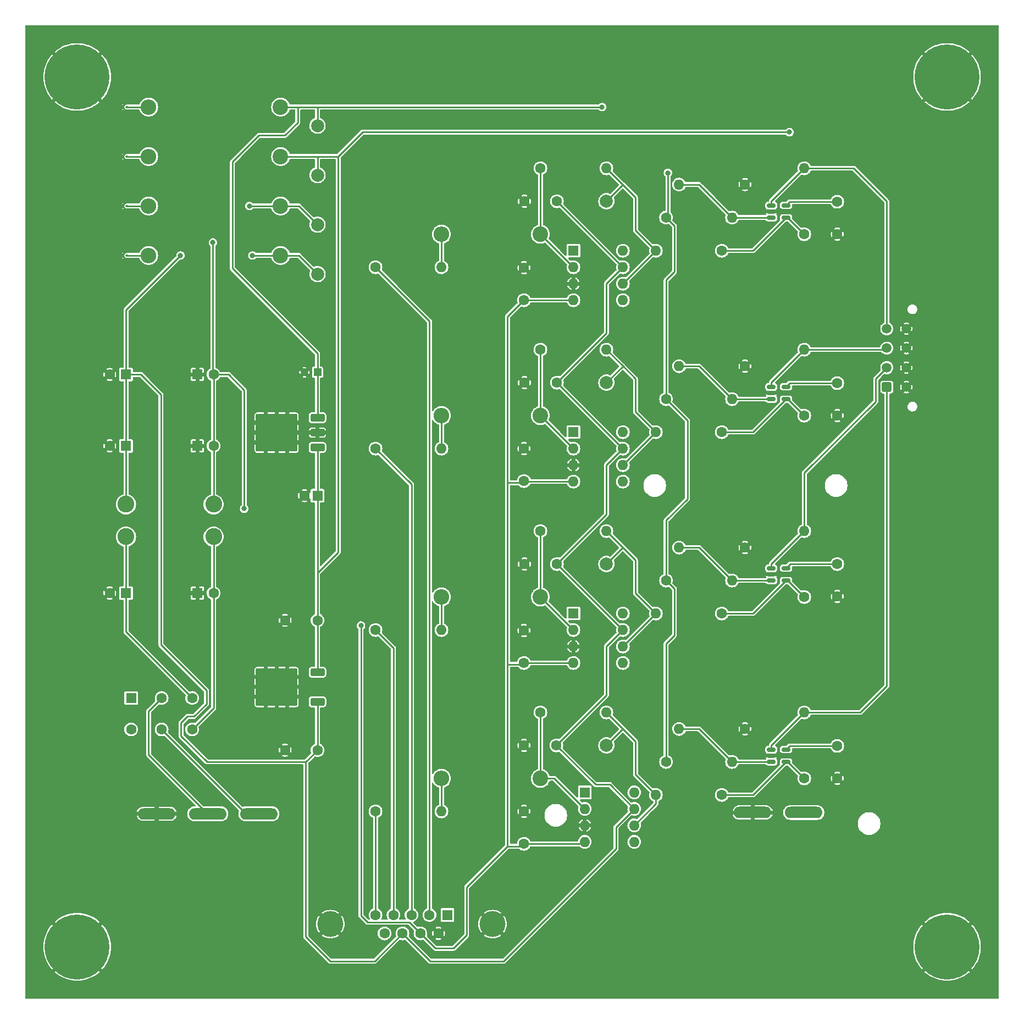
<source format=gbr>
%TF.GenerationSoftware,KiCad,Pcbnew,(7.0.0-0)*%
%TF.CreationDate,2024-05-06T17:20:27-04:00*%
%TF.ProjectId,BFieldArduino,42466965-6c64-4417-9264-75696e6f2e6b,rev?*%
%TF.SameCoordinates,Original*%
%TF.FileFunction,Copper,L1,Top*%
%TF.FilePolarity,Positive*%
%FSLAX46Y46*%
G04 Gerber Fmt 4.6, Leading zero omitted, Abs format (unit mm)*
G04 Created by KiCad (PCBNEW (7.0.0-0)) date 2024-05-06 17:20:27*
%MOMM*%
%LPD*%
G01*
G04 APERTURE LIST*
G04 Aperture macros list*
%AMRoundRect*
0 Rectangle with rounded corners*
0 $1 Rounding radius*
0 $2 $3 $4 $5 $6 $7 $8 $9 X,Y pos of 4 corners*
0 Add a 4 corners polygon primitive as box body*
4,1,4,$2,$3,$4,$5,$6,$7,$8,$9,$2,$3,0*
0 Add four circle primitives for the rounded corners*
1,1,$1+$1,$2,$3*
1,1,$1+$1,$4,$5*
1,1,$1+$1,$6,$7*
1,1,$1+$1,$8,$9*
0 Add four rect primitives between the rounded corners*
20,1,$1+$1,$2,$3,$4,$5,0*
20,1,$1+$1,$4,$5,$6,$7,0*
20,1,$1+$1,$6,$7,$8,$9,0*
20,1,$1+$1,$8,$9,$2,$3,0*%
G04 Aperture macros list end*
%TA.AperFunction,ComponentPad*%
%ADD10O,5.842000X1.778000*%
%TD*%
%TA.AperFunction,ComponentPad*%
%ADD11C,1.600000*%
%TD*%
%TA.AperFunction,ComponentPad*%
%ADD12O,1.600000X1.600000*%
%TD*%
%TA.AperFunction,ComponentPad*%
%ADD13C,10.000000*%
%TD*%
%TA.AperFunction,ComponentPad*%
%ADD14R,1.600000X1.600000*%
%TD*%
%TA.AperFunction,ComponentPad*%
%ADD15C,2.400000*%
%TD*%
%TA.AperFunction,ComponentPad*%
%ADD16O,2.400000X2.400000*%
%TD*%
%TA.AperFunction,SMDPad,CuDef*%
%ADD17RoundRect,0.150000X-0.512500X-0.150000X0.512500X-0.150000X0.512500X0.150000X-0.512500X0.150000X0*%
%TD*%
%TA.AperFunction,ComponentPad*%
%ADD18C,2.000000*%
%TD*%
%TA.AperFunction,ComponentPad*%
%ADD19R,1.200000X1.200000*%
%TD*%
%TA.AperFunction,ComponentPad*%
%ADD20C,1.200000*%
%TD*%
%TA.AperFunction,SMDPad,CuDef*%
%ADD21RoundRect,0.100000X-0.130000X-0.100000X0.130000X-0.100000X0.130000X0.100000X-0.130000X0.100000X0*%
%TD*%
%TA.AperFunction,ComponentPad*%
%ADD22C,1.500000*%
%TD*%
%TA.AperFunction,ComponentPad*%
%ADD23RoundRect,0.250001X0.499999X-0.499999X0.499999X0.499999X-0.499999X0.499999X-0.499999X-0.499999X0*%
%TD*%
%TA.AperFunction,SMDPad,CuDef*%
%ADD24RoundRect,0.100000X0.130000X0.100000X-0.130000X0.100000X-0.130000X-0.100000X0.130000X-0.100000X0*%
%TD*%
%TA.AperFunction,ComponentPad*%
%ADD25C,2.600000*%
%TD*%
%TA.AperFunction,SMDPad,CuDef*%
%ADD26RoundRect,0.250000X0.850000X0.350000X-0.850000X0.350000X-0.850000X-0.350000X0.850000X-0.350000X0*%
%TD*%
%TA.AperFunction,SMDPad,CuDef*%
%ADD27RoundRect,0.250000X1.275000X1.125000X-1.275000X1.125000X-1.275000X-1.125000X1.275000X-1.125000X0*%
%TD*%
%TA.AperFunction,SMDPad,CuDef*%
%ADD28RoundRect,0.249997X2.950003X2.650003X-2.950003X2.650003X-2.950003X-2.650003X2.950003X-2.650003X0*%
%TD*%
%TA.AperFunction,ComponentPad*%
%ADD29C,4.000000*%
%TD*%
%TA.AperFunction,ViaPad*%
%ADD30C,0.800000*%
%TD*%
%TA.AperFunction,Conductor*%
%ADD31C,0.250000*%
%TD*%
G04 APERTURE END LIST*
D10*
%TO.P,U12,1,Gnd*%
%TO.N,GND*%
X185062999Y-134297299D03*
%TO.P,U12,2,V+*%
%TO.N,+5V*%
X192936999Y-134297299D03*
%TD*%
D11*
%TO.P,C7,1*%
%TO.N,+15V_f*%
X118020000Y-124695000D03*
%TO.P,C7,2*%
%TO.N,GND*%
X113020000Y-124695000D03*
%TD*%
%TO.P,R14,1*%
%TO.N,+2.5V*%
X171720000Y-70620000D03*
D12*
%TO.P,R14,2*%
%TO.N,Net-(U4-+)*%
X181879999Y-70619999D03*
%TD*%
D13*
%TO.P,H4,1,1*%
%TO.N,GND*%
X215000000Y-155000000D03*
%TD*%
D14*
%TO.P,U3,1,NULL*%
%TO.N,unconnected-(U3-NULL-Pad1)*%
X157439999Y-75699999D03*
D12*
%TO.P,U3,2,-*%
%TO.N,Net-(U3--)*%
X157439999Y-78239999D03*
%TO.P,U3,3,+*%
%TO.N,GND*%
X157439999Y-80779999D03*
%TO.P,U3,4,V-*%
%TO.N,-15V_f*%
X157439999Y-83319999D03*
%TO.P,U3,5,NULL*%
%TO.N,unconnected-(U3-NULL-Pad5)*%
X165059999Y-83319999D03*
%TO.P,U3,6*%
%TO.N,Net-(R13-Pad2)*%
X165059999Y-80779999D03*
%TO.P,U3,7,V+*%
%TO.N,+15V_f*%
X165059999Y-78239999D03*
%TO.P,U3,8,NC*%
%TO.N,unconnected-(U3-NC-Pad8)*%
X165059999Y-75699999D03*
%TD*%
D11*
%TO.P,C19,1*%
%TO.N,+5V*%
X198080000Y-40220000D03*
%TO.P,C19,2*%
%TO.N,GND*%
X198080000Y-45220000D03*
%TD*%
%TO.P,R11,1*%
%TO.N,GND*%
X183880000Y-37580000D03*
D12*
%TO.P,R11,2*%
%TO.N,Net-(U2-+)*%
X173719999Y-37579999D03*
%TD*%
D11*
%TO.P,R8,1*%
%TO.N,Net-(U7--)*%
X152360000Y-118880000D03*
D12*
%TO.P,R8,2*%
%TO.N,Net-(R21-Pad2)*%
X162519999Y-118879999D03*
%TD*%
D15*
%TO.P,R3,1*%
%TO.N,Net-(U3--)*%
X152360000Y-73160000D03*
D16*
%TO.P,R3,2*%
%TO.N,Net-(R3-Pad2)*%
X137119999Y-73159999D03*
%TD*%
D11*
%TO.P,R22,1*%
%TO.N,+2.5V*%
X171720000Y-126500000D03*
D12*
%TO.P,R22,2*%
%TO.N,Net-(U8-+)*%
X181879999Y-126499999D03*
%TD*%
%TO.P,U7,8,NC*%
%TO.N,unconnected-(U7-NC-Pad8)*%
X166819999Y-131199999D03*
%TO.P,U7,7,V+*%
%TO.N,+15V_f*%
X166819999Y-133739999D03*
%TO.P,U7,6*%
%TO.N,Net-(R21-Pad2)*%
X166819999Y-136279999D03*
%TO.P,U7,5,NULL*%
%TO.N,unconnected-(U7-NULL-Pad5)*%
X166819999Y-138819999D03*
%TO.P,U7,4,V-*%
%TO.N,-15V_f*%
X159199999Y-138819999D03*
%TO.P,U7,3,+*%
%TO.N,GND*%
X159199999Y-136279999D03*
%TO.P,U7,2,-*%
%TO.N,Net-(U7--)*%
X159199999Y-133739999D03*
D14*
%TO.P,U7,1,NULL*%
%TO.N,unconnected-(U7-NULL-Pad1)*%
X159199999Y-131199999D03*
%TD*%
D17*
%TO.P,U2,1*%
%TO.N,X-OUT*%
X187920000Y-40780000D03*
%TO.P,U2,2,V-*%
%TO.N,GND*%
X187920000Y-41730000D03*
%TO.P,U2,3,+*%
%TO.N,Net-(U2-+)*%
X187920000Y-42680000D03*
%TO.P,U2,4,-*%
%TO.N,Net-(U2--)*%
X190195000Y-42680000D03*
%TO.P,U2,5,V+*%
%TO.N,+5V*%
X190195000Y-40780000D03*
%TD*%
D11*
%TO.P,R24,1*%
%TO.N,Net-(U8--)*%
X193000000Y-129040000D03*
D12*
%TO.P,R24,2*%
%TO.N,COM-OUT*%
X192999999Y-118879999D03*
%TD*%
D11*
%TO.P,C20,1*%
%TO.N,+5V*%
X198080000Y-68160000D03*
%TO.P,C20,2*%
%TO.N,GND*%
X198080000Y-73160000D03*
%TD*%
D15*
%TO.P,R28,1*%
%TO.N,+2.5V*%
X112340000Y-25640000D03*
D16*
%TO.P,R28,2*%
%TO.N,Net-(D4-A)*%
X92019999Y-25639999D03*
%TD*%
D17*
%TO.P,U4,1*%
%TO.N,Y-OUT*%
X187920000Y-68720000D03*
%TO.P,U4,2,V-*%
%TO.N,GND*%
X187920000Y-69670000D03*
%TO.P,U4,3,+*%
%TO.N,Net-(U4-+)*%
X187920000Y-70620000D03*
%TO.P,U4,4,-*%
%TO.N,Net-(U4--)*%
X190195000Y-70620000D03*
%TO.P,U4,5,V+*%
%TO.N,+5V*%
X190195000Y-68720000D03*
%TD*%
D14*
%TO.P,C3,1*%
%TO.N,+15V_f*%
X88519999Y-66819999D03*
D11*
%TO.P,C3,2*%
%TO.N,GND*%
X86020000Y-66820000D03*
%TD*%
%TO.P,C18,2*%
%TO.N,GND*%
X149820000Y-134120000D03*
%TO.P,C18,1*%
%TO.N,-15V_f*%
X149820000Y-139120000D03*
%TD*%
%TO.P,C16,1*%
%TO.N,-15V_f*%
X149820000Y-111260000D03*
%TO.P,C16,2*%
%TO.N,GND*%
X149820000Y-106260000D03*
%TD*%
D13*
%TO.P,H3,1,1*%
%TO.N,GND*%
X81000000Y-155000000D03*
%TD*%
D11*
%TO.P,C13,1*%
%TO.N,+15V_f*%
X154900000Y-68080000D03*
%TO.P,C13,2*%
%TO.N,GND*%
X149900000Y-68080000D03*
%TD*%
D17*
%TO.P,U8,1*%
%TO.N,COM-OUT*%
X187920000Y-124600000D03*
%TO.P,U8,2,V-*%
%TO.N,GND*%
X187920000Y-125550000D03*
%TO.P,U8,3,+*%
%TO.N,Net-(U8-+)*%
X187920000Y-126500000D03*
%TO.P,U8,4,-*%
%TO.N,Net-(U8--)*%
X190195000Y-126500000D03*
%TO.P,U8,5,V+*%
%TO.N,+5V*%
X190195000Y-124600000D03*
%TD*%
D11*
%TO.P,R31,1*%
%TO.N,Z-IN*%
X126960000Y-106180000D03*
D12*
%TO.P,R31,2*%
%TO.N,Net-(R31-Pad2)*%
X137119999Y-106179999D03*
%TD*%
D11*
%TO.P,R18,1*%
%TO.N,+2.5V*%
X171720000Y-98560000D03*
D12*
%TO.P,R18,2*%
%TO.N,Net-(U6-+)*%
X181879999Y-98559999D03*
%TD*%
D11*
%TO.P,R20,1*%
%TO.N,Net-(U6--)*%
X193000000Y-101100000D03*
D12*
%TO.P,R20,2*%
%TO.N,Z-OUT*%
X192999999Y-90939999D03*
%TD*%
D17*
%TO.P,U6,1*%
%TO.N,Z-OUT*%
X187920000Y-96660000D03*
%TO.P,U6,2,V-*%
%TO.N,GND*%
X187920000Y-97610000D03*
%TO.P,U6,3,+*%
%TO.N,Net-(U6-+)*%
X187920000Y-98560000D03*
%TO.P,U6,4,-*%
%TO.N,Net-(U6--)*%
X190195000Y-98560000D03*
%TO.P,U6,5,V+*%
%TO.N,+5V*%
X190195000Y-96660000D03*
%TD*%
D18*
%TO.P,TP7,1,1*%
%TO.N,Net-(R17-Pad2)*%
X162520000Y-96020000D03*
%TD*%
D19*
%TO.P,C10,1*%
%TO.N,+2.5V*%
X118019999Y-66499999D03*
D20*
%TO.P,C10,2*%
%TO.N,GND*%
X116020000Y-66500000D03*
%TD*%
D18*
%TO.P,TP1,1,1*%
%TO.N,+15V_f*%
X118020000Y-51360000D03*
%TD*%
D11*
%TO.P,C22,1*%
%TO.N,+5V*%
X198080000Y-124040000D03*
%TO.P,C22,2*%
%TO.N,GND*%
X198080000Y-129040000D03*
%TD*%
D21*
%TO.P,D4,1,K*%
%TO.N,GND*%
X88025000Y-25640000D03*
%TO.P,D4,2,A*%
%TO.N,Net-(D4-A)*%
X88665000Y-25640000D03*
%TD*%
D13*
%TO.P,H2,1,1*%
%TO.N,GND*%
X81000000Y-21000000D03*
%TD*%
D10*
%TO.P,U11,1,Gnd*%
%TO.N,GND*%
X93251999Y-134499999D03*
%TO.P,U11,2,V+*%
%TO.N,Net-(SW1A-B)*%
X101125999Y-134499999D03*
%TO.P,U11,3,V-*%
%TO.N,Net-(SW1B-B)*%
X108999999Y-134499999D03*
%TD*%
D15*
%TO.P,R5,1*%
%TO.N,Net-(U5--)*%
X152360000Y-101100000D03*
D16*
%TO.P,R5,2*%
%TO.N,Net-(R31-Pad2)*%
X137119999Y-101099999D03*
%TD*%
D11*
%TO.P,C12,1*%
%TO.N,-15V_f*%
X149820000Y-55380000D03*
%TO.P,C12,2*%
%TO.N,GND*%
X149820000Y-50380000D03*
%TD*%
D22*
%TO.P,J2,8,Pin_8*%
%TO.N,GND*%
X208720000Y-59780000D03*
%TO.P,J2,7,Pin_7*%
X208720000Y-62780000D03*
%TO.P,J2,6,Pin_6*%
X208720000Y-65780000D03*
%TO.P,J2,5,Pin_5*%
X208720000Y-68780000D03*
%TO.P,J2,4,Pin_4*%
%TO.N,X-OUT*%
X205720000Y-59780000D03*
%TO.P,J2,3,Pin_3*%
%TO.N,Y-OUT*%
X205720000Y-62780000D03*
%TO.P,J2,2,Pin_2*%
%TO.N,Z-OUT*%
X205720000Y-65780000D03*
D23*
%TO.P,J2,1,Pin_1*%
%TO.N,COM-OUT*%
X205720000Y-68780000D03*
%TD*%
D18*
%TO.P,TP8,1,1*%
%TO.N,Net-(R21-Pad2)*%
X162520000Y-123960000D03*
%TD*%
D13*
%TO.P,H1,1,1*%
%TO.N,GND*%
X215000000Y-21000000D03*
%TD*%
D18*
%TO.P,TP2,1,1*%
%TO.N,-15V_f*%
X118020000Y-43740000D03*
%TD*%
D11*
%TO.P,C8,1*%
%TO.N,+5V*%
X118020000Y-104695000D03*
%TO.P,C8,2*%
%TO.N,GND*%
X113020000Y-104695000D03*
%TD*%
%TO.P,R21,1*%
%TO.N,Net-(U8--)*%
X180300000Y-131580000D03*
D12*
%TO.P,R21,2*%
%TO.N,Net-(R21-Pad2)*%
X170139999Y-131579999D03*
%TD*%
D11*
%TO.P,R30,1*%
%TO.N,Y-IN*%
X126960000Y-78240000D03*
D12*
%TO.P,R30,2*%
%TO.N,Net-(R3-Pad2)*%
X137119999Y-78239999D03*
%TD*%
D14*
%TO.P,C6,1*%
%TO.N,GND*%
X99519999Y-66819999D03*
D11*
%TO.P,C6,2*%
%TO.N,-15V_f*%
X102020000Y-66820000D03*
%TD*%
%TO.P,R6,1*%
%TO.N,Net-(U5--)*%
X152360000Y-90940000D03*
D12*
%TO.P,R6,2*%
%TO.N,Net-(R17-Pad2)*%
X162519999Y-90939999D03*
%TD*%
D11*
%TO.P,R10,1*%
%TO.N,+2.5V*%
X171720000Y-42660000D03*
D12*
%TO.P,R10,2*%
%TO.N,Net-(U2-+)*%
X181879999Y-42659999D03*
%TD*%
D11*
%TO.P,R29,1*%
%TO.N,X-IN*%
X126960000Y-50300000D03*
D12*
%TO.P,R29,2*%
%TO.N,Net-(R1-Pad2)*%
X137119999Y-50299999D03*
%TD*%
D24*
%TO.P,D2,1,K*%
%TO.N,Net-(D2-K)*%
X88665000Y-40880000D03*
%TO.P,D2,2,A*%
%TO.N,GND*%
X88025000Y-40880000D03*
%TD*%
D15*
%TO.P,R25,1*%
%TO.N,+15V_f*%
X112340000Y-48500000D03*
D16*
%TO.P,R25,2*%
%TO.N,Net-(D1-A)*%
X92019999Y-48499999D03*
%TD*%
D11*
%TO.P,R9,1*%
%TO.N,Net-(U2--)*%
X180300000Y-47760000D03*
D12*
%TO.P,R9,2*%
%TO.N,Net-(R2-Pad2)*%
X170139999Y-47759999D03*
%TD*%
D11*
%TO.P,R17,1*%
%TO.N,Net-(U6--)*%
X180300000Y-103640000D03*
D12*
%TO.P,R17,2*%
%TO.N,Net-(R17-Pad2)*%
X170139999Y-103639999D03*
%TD*%
D18*
%TO.P,TP4,1,1*%
%TO.N,+2.5V*%
X118020000Y-28500000D03*
%TD*%
D12*
%TO.P,R13,2*%
%TO.N,Net-(R13-Pad2)*%
X170139999Y-75699999D03*
D11*
%TO.P,R13,1*%
%TO.N,Net-(U4--)*%
X180300000Y-75700000D03*
%TD*%
D25*
%TO.P,L1,1,1*%
%TO.N,+15V*%
X88520000Y-91820000D03*
%TO.P,L1,2,2*%
%TO.N,+15V_f*%
X88520000Y-86820000D03*
%TD*%
D11*
%TO.P,R19,1*%
%TO.N,GND*%
X183880000Y-93480000D03*
D12*
%TO.P,R19,2*%
%TO.N,Net-(U6-+)*%
X173719999Y-93479999D03*
%TD*%
D11*
%TO.P,C17,1*%
%TO.N,+15V_f*%
X154820000Y-123960000D03*
%TO.P,C17,2*%
%TO.N,GND*%
X149820000Y-123960000D03*
%TD*%
D15*
%TO.P,R1,1*%
%TO.N,Net-(U1--)*%
X152360000Y-45220000D03*
D16*
%TO.P,R1,2*%
%TO.N,Net-(R1-Pad2)*%
X137119999Y-45219999D03*
%TD*%
D11*
%TO.P,C21,1*%
%TO.N,+5V*%
X198080000Y-96020000D03*
%TO.P,C21,2*%
%TO.N,GND*%
X198080000Y-101020000D03*
%TD*%
%TO.P,C15,1*%
%TO.N,+15V_f*%
X154900000Y-96020000D03*
%TO.P,C15,2*%
%TO.N,GND*%
X149900000Y-96020000D03*
%TD*%
D26*
%TO.P,U10,1,VI*%
%TO.N,+5V*%
X118020000Y-78060000D03*
%TO.P,U10,2,GND*%
%TO.N,GND*%
X118020000Y-75780000D03*
D27*
X113395000Y-77305000D03*
X113395000Y-74255000D03*
D28*
X111720000Y-75780000D03*
D27*
X110045000Y-77305000D03*
X110045000Y-74255000D03*
D26*
%TO.P,U10,3,VO*%
%TO.N,+2.5V*%
X118020000Y-73500000D03*
%TD*%
D11*
%TO.P,R2,1*%
%TO.N,Net-(U1--)*%
X152360000Y-35060000D03*
D12*
%TO.P,R2,2*%
%TO.N,Net-(R2-Pad2)*%
X162519999Y-35059999D03*
%TD*%
D21*
%TO.P,D1,1,K*%
%TO.N,GND*%
X88025000Y-48500000D03*
%TO.P,D1,2,A*%
%TO.N,Net-(D1-A)*%
X88665000Y-48500000D03*
%TD*%
D14*
%TO.P,C9,1*%
%TO.N,+5V*%
X118019999Y-85499999D03*
D11*
%TO.P,C9,2*%
%TO.N,GND*%
X116020000Y-85500000D03*
%TD*%
%TO.P,R32,1*%
%TO.N,COM-IN*%
X126960000Y-134120000D03*
D12*
%TO.P,R32,2*%
%TO.N,Net-(R32-Pad2)*%
X137119999Y-134119999D03*
%TD*%
D11*
%TO.P,R12,1*%
%TO.N,Net-(U2--)*%
X193000000Y-45220000D03*
D12*
%TO.P,R12,2*%
%TO.N,X-OUT*%
X192999999Y-35059999D03*
%TD*%
D14*
%TO.P,U5,1,NULL*%
%TO.N,unconnected-(U5-NULL-Pad1)*%
X157439999Y-103639999D03*
D12*
%TO.P,U5,2,-*%
%TO.N,Net-(U5--)*%
X157439999Y-106179999D03*
%TO.P,U5,3,+*%
%TO.N,GND*%
X157439999Y-108719999D03*
%TO.P,U5,4,V-*%
%TO.N,-15V_f*%
X157439999Y-111259999D03*
%TO.P,U5,5,NULL*%
%TO.N,unconnected-(U5-NULL-Pad5)*%
X165059999Y-111259999D03*
%TO.P,U5,6*%
%TO.N,Net-(R17-Pad2)*%
X165059999Y-108719999D03*
%TO.P,U5,7,V+*%
%TO.N,+15V_f*%
X165059999Y-106179999D03*
%TO.P,U5,8,NC*%
%TO.N,unconnected-(U5-NC-Pad8)*%
X165059999Y-103639999D03*
%TD*%
D26*
%TO.P,U9,1,VI*%
%TO.N,+15V_f*%
X118020000Y-117255000D03*
D27*
%TO.P,U9,2,GND*%
%TO.N,GND*%
X113395000Y-116500000D03*
X113395000Y-113450000D03*
D28*
X111720000Y-114975000D03*
D27*
X110045000Y-116500000D03*
X110045000Y-113450000D03*
D26*
%TO.P,U9,3,VO*%
%TO.N,+5V*%
X118020000Y-112695000D03*
%TD*%
D11*
%TO.P,C11,1*%
%TO.N,+15V_f*%
X154900000Y-40140000D03*
%TO.P,C11,2*%
%TO.N,GND*%
X149900000Y-40140000D03*
%TD*%
D14*
%TO.P,C1,1*%
%TO.N,+15V*%
X88519999Y-100499999D03*
D11*
%TO.P,C1,2*%
%TO.N,GND*%
X86020000Y-100500000D03*
%TD*%
D29*
%TO.P,J1,0,PAD*%
%TO.N,GND*%
X120000000Y-151500000D03*
X145000000Y-151500000D03*
D14*
%TO.P,J1,1,1*%
%TO.N,unconnected-(J1-Pad1)*%
X138039999Y-150079999D03*
D11*
%TO.P,J1,2,2*%
%TO.N,X-IN*%
X135270000Y-150080000D03*
%TO.P,J1,3,3*%
%TO.N,Y-IN*%
X132500000Y-150080000D03*
%TO.P,J1,4,4*%
%TO.N,Z-IN*%
X129730000Y-150080000D03*
%TO.P,J1,5,5*%
%TO.N,COM-IN*%
X126960000Y-150080000D03*
%TO.P,J1,6,6*%
%TO.N,GND*%
X136655000Y-152920000D03*
%TO.P,J1,7,7*%
%TO.N,-15V_f*%
X133885000Y-152920000D03*
%TO.P,J1,8,8*%
%TO.N,+15V_f*%
X131115000Y-152920000D03*
%TO.P,J1,9,9*%
%TO.N,unconnected-(J1-Pad9)*%
X128345000Y-152920000D03*
%TD*%
D14*
%TO.P,C4,1*%
%TO.N,GND*%
X99519999Y-100499999D03*
D11*
%TO.P,C4,2*%
%TO.N,-15V*%
X102020000Y-100500000D03*
%TD*%
D18*
%TO.P,TP6,1,1*%
%TO.N,Net-(R13-Pad2)*%
X162520000Y-68080000D03*
%TD*%
D11*
%TO.P,R23,1*%
%TO.N,GND*%
X183880000Y-121420000D03*
D12*
%TO.P,R23,2*%
%TO.N,Net-(U8-+)*%
X173719999Y-121419999D03*
%TD*%
D14*
%TO.P,U1,1,NULL*%
%TO.N,unconnected-(U1-NULL-Pad1)*%
X157439999Y-47759999D03*
D12*
%TO.P,U1,2,-*%
%TO.N,Net-(U1--)*%
X157439999Y-50299999D03*
%TO.P,U1,3,+*%
%TO.N,GND*%
X157439999Y-52839999D03*
%TO.P,U1,4,V-*%
%TO.N,-15V_f*%
X157439999Y-55379999D03*
%TO.P,U1,5,NULL*%
%TO.N,unconnected-(U1-NULL-Pad5)*%
X165059999Y-55379999D03*
%TO.P,U1,6*%
%TO.N,Net-(R2-Pad2)*%
X165059999Y-52839999D03*
%TO.P,U1,7,V+*%
%TO.N,+15V_f*%
X165059999Y-50299999D03*
%TO.P,U1,8,NC*%
%TO.N,unconnected-(U1-NC-Pad8)*%
X165059999Y-47759999D03*
%TD*%
D15*
%TO.P,R27,1*%
%TO.N,+5V*%
X112340000Y-33260000D03*
D16*
%TO.P,R27,2*%
%TO.N,Net-(D3-A)*%
X92019999Y-33259999D03*
%TD*%
D15*
%TO.P,R26,1*%
%TO.N,-15V_f*%
X112340000Y-40880000D03*
D16*
%TO.P,R26,2*%
%TO.N,Net-(D2-K)*%
X92019999Y-40879999D03*
%TD*%
D18*
%TO.P,TP3,1,1*%
%TO.N,+5V*%
X118020000Y-36120000D03*
%TD*%
D11*
%TO.P,R16,1*%
%TO.N,Net-(U4--)*%
X193000000Y-73160000D03*
D12*
%TO.P,R16,2*%
%TO.N,Y-OUT*%
X192999999Y-62999999D03*
%TD*%
D11*
%TO.P,R15,1*%
%TO.N,GND*%
X183880000Y-65540000D03*
D12*
%TO.P,R15,2*%
%TO.N,Net-(U4-+)*%
X173719999Y-65539999D03*
%TD*%
D14*
%TO.P,C2,1*%
%TO.N,+15V_f*%
X88519999Y-77819999D03*
D11*
%TO.P,C2,2*%
%TO.N,GND*%
X86020000Y-77820000D03*
%TD*%
D21*
%TO.P,D3,1,K*%
%TO.N,GND*%
X88025000Y-33260000D03*
%TO.P,D3,2,A*%
%TO.N,Net-(D3-A)*%
X88665000Y-33260000D03*
%TD*%
D14*
%TO.P,SW1,1,A*%
%TO.N,unconnected-(SW1A-A-Pad1)*%
X89319999Y-116669999D03*
D11*
%TO.P,SW1,2,B*%
%TO.N,Net-(SW1A-B)*%
X94020000Y-116670000D03*
%TO.P,SW1,3,C*%
%TO.N,+15V*%
X98720000Y-116670000D03*
%TO.P,SW1,4,A*%
%TO.N,unconnected-(SW1B-A-Pad4)*%
X89320000Y-121500000D03*
%TO.P,SW1,5,B*%
%TO.N,Net-(SW1B-B)*%
X94020000Y-121500000D03*
%TO.P,SW1,6,C*%
%TO.N,-15V*%
X98720000Y-121500000D03*
%TD*%
D25*
%TO.P,L2,1,1*%
%TO.N,-15V*%
X102020000Y-91820000D03*
%TO.P,L2,2,2*%
%TO.N,-15V_f*%
X102020000Y-86820000D03*
%TD*%
D11*
%TO.P,R4,1*%
%TO.N,Net-(U3--)*%
X152360000Y-63000000D03*
D12*
%TO.P,R4,2*%
%TO.N,Net-(R13-Pad2)*%
X162519999Y-62999999D03*
%TD*%
D18*
%TO.P,TP5,1,1*%
%TO.N,Net-(R2-Pad2)*%
X162520000Y-40140000D03*
%TD*%
D14*
%TO.P,C5,1*%
%TO.N,GND*%
X99519999Y-77819999D03*
D11*
%TO.P,C5,2*%
%TO.N,-15V_f*%
X102020000Y-77820000D03*
%TD*%
D15*
%TO.P,R7,1*%
%TO.N,Net-(U7--)*%
X152360000Y-129040000D03*
D16*
%TO.P,R7,2*%
%TO.N,Net-(R32-Pad2)*%
X137119999Y-129039999D03*
%TD*%
D11*
%TO.P,C14,1*%
%TO.N,-15V_f*%
X149820000Y-83240000D03*
%TO.P,C14,2*%
%TO.N,GND*%
X149820000Y-78240000D03*
%TD*%
D30*
%TO.N,+15V_f*%
X108000000Y-48500000D03*
X96920000Y-48500000D03*
%TO.N,-15V_f*%
X124720000Y-105500000D03*
X101920000Y-46500000D03*
X106720000Y-87500000D03*
X107540000Y-40880000D03*
%TO.N,+5V*%
X190720000Y-29500000D03*
%TO.N,+2.5V*%
X172000000Y-35780000D03*
X161860000Y-25640000D03*
%TD*%
D31*
%TO.N,Z-OUT*%
X205720000Y-65780000D02*
X204000000Y-67500000D01*
X204000000Y-67500000D02*
X204000000Y-71000000D01*
X204000000Y-71000000D02*
X193000000Y-82000000D01*
X193000000Y-82000000D02*
X193000000Y-90940000D01*
%TO.N,+2.5V*%
X171720000Y-70620000D02*
X175000000Y-73900000D01*
X175000000Y-73900000D02*
X175000000Y-86000000D01*
X175000000Y-86000000D02*
X171720000Y-89280000D01*
X171720000Y-89280000D02*
X171720000Y-98560000D01*
%TO.N,Net-(R21-Pad2)*%
X170140000Y-131580000D02*
X170140000Y-132960000D01*
X170140000Y-132960000D02*
X166820000Y-136280000D01*
%TO.N,-15V_f*%
X149820000Y-139120000D02*
X158900000Y-139120000D01*
X158900000Y-139120000D02*
X159200000Y-138820000D01*
%TO.N,+15V_f*%
X160860000Y-130000000D02*
X154820000Y-123960000D01*
X163080000Y-130000000D02*
X160860000Y-130000000D01*
X166820000Y-133740000D02*
X163080000Y-130000000D01*
X166820000Y-133740000D02*
X164000000Y-136560000D01*
X146680000Y-157205000D02*
X135400000Y-157205000D01*
X164000000Y-136560000D02*
X164000000Y-139885000D01*
X164000000Y-139885000D02*
X146680000Y-157205000D01*
X135400000Y-157205000D02*
X131115000Y-152920000D01*
%TO.N,Net-(U7--)*%
X152360000Y-129040000D02*
X154500000Y-129040000D01*
X154500000Y-129040000D02*
X159200000Y-133740000D01*
%TO.N,Net-(SW1B-B)*%
X94020000Y-121500000D02*
X107020000Y-134500000D01*
X107020000Y-134500000D02*
X109000000Y-134500000D01*
%TO.N,+2.5V*%
X172000000Y-35780000D02*
X172000000Y-42380000D01*
X172000000Y-42380000D02*
X171720000Y-42660000D01*
X171720000Y-98560000D02*
X173000000Y-99840000D01*
X173000000Y-99840000D02*
X173000000Y-107000000D01*
X173000000Y-107000000D02*
X171720000Y-108280000D01*
X171720000Y-108280000D02*
X171720000Y-126500000D01*
X171720000Y-42660000D02*
X173000000Y-43940000D01*
X173000000Y-43940000D02*
X173000000Y-51000000D01*
X173000000Y-51000000D02*
X171720000Y-52280000D01*
X171720000Y-52280000D02*
X171720000Y-70620000D01*
%TO.N,-15V_f*%
X124720000Y-105500000D02*
X124720000Y-150205000D01*
X125720000Y-151205000D02*
X132170000Y-151205000D01*
X132170000Y-151205000D02*
X133885000Y-152920000D01*
X124720000Y-150205000D02*
X125720000Y-151205000D01*
%TO.N,+5V*%
X190720000Y-29500000D02*
X124960000Y-29500000D01*
X124960000Y-29500000D02*
X121200000Y-33260000D01*
%TO.N,-15V_f*%
X106720000Y-87500000D02*
X106720000Y-69220000D01*
X106720000Y-69220000D02*
X104320000Y-66820000D01*
X104320000Y-66820000D02*
X102020000Y-66820000D01*
X107540000Y-40880000D02*
X112340000Y-40880000D01*
%TO.N,+15V_f*%
X96920000Y-48500000D02*
X88520000Y-56900000D01*
X88520000Y-56900000D02*
X88520000Y-66820000D01*
%TO.N,-15V_f*%
X101920000Y-46500000D02*
X101920000Y-66720000D01*
X101920000Y-66720000D02*
X102020000Y-66820000D01*
%TO.N,+2.5V*%
X118020000Y-66500000D02*
X118020000Y-63600000D01*
X113000000Y-30000000D02*
X115000000Y-28000000D01*
X118020000Y-63600000D02*
X104920000Y-50500000D01*
X104920000Y-50500000D02*
X104920000Y-34080000D01*
X115000000Y-28000000D02*
X115000000Y-25640000D01*
X104920000Y-34080000D02*
X109000000Y-30000000D01*
X109000000Y-30000000D02*
X113000000Y-30000000D01*
%TO.N,Net-(R2-Pad2)*%
X170140000Y-47760000D02*
X167000000Y-44620000D01*
X167000000Y-44620000D02*
X167000000Y-39540000D01*
X167000000Y-39540000D02*
X164980000Y-37520000D01*
%TO.N,Net-(R21-Pad2)*%
X170140000Y-131580000D02*
X167000000Y-128440000D01*
X167000000Y-128440000D02*
X167000000Y-123360000D01*
X167000000Y-123360000D02*
X165070000Y-121430000D01*
%TO.N,Net-(R17-Pad2)*%
X170140000Y-103640000D02*
X167000000Y-100500000D01*
X167000000Y-95420000D02*
X165040000Y-93460000D01*
X167000000Y-100500000D02*
X167000000Y-95420000D01*
%TO.N,Net-(R13-Pad2)*%
X170140000Y-75700000D02*
X167000000Y-72560000D01*
X167000000Y-72560000D02*
X167000000Y-67480000D01*
X167000000Y-67480000D02*
X165010000Y-65490000D01*
%TO.N,Net-(SW1A-B)*%
X94020000Y-116670000D02*
X92020000Y-118670000D01*
X92020000Y-118670000D02*
X92020000Y-125394000D01*
X92020000Y-125394000D02*
X101126000Y-134500000D01*
%TO.N,COM-OUT*%
X205720000Y-68780000D02*
X205720000Y-114800000D01*
X205720000Y-114800000D02*
X201640000Y-118880000D01*
%TO.N,X-OUT*%
X205720000Y-59780000D02*
X205720000Y-40160000D01*
X205720000Y-40160000D02*
X200620000Y-35060000D01*
%TO.N,Y-OUT*%
X193000000Y-63000000D02*
X205500000Y-63000000D01*
X205500000Y-63000000D02*
X205720000Y-62780000D01*
%TO.N,Net-(R21-Pad2)*%
X162520000Y-123960000D02*
X165050000Y-121430000D01*
X165070000Y-121430000D02*
X162520000Y-118880000D01*
X165050000Y-121430000D02*
X165070000Y-121430000D01*
%TO.N,Net-(R17-Pad2)*%
X165040000Y-93460000D02*
X162520000Y-90940000D01*
X162520000Y-96020000D02*
X165040000Y-93500000D01*
X165040000Y-93500000D02*
X165040000Y-93460000D01*
%TO.N,Net-(R13-Pad2)*%
X165010000Y-65590000D02*
X165010000Y-65490000D01*
X165010000Y-65490000D02*
X162520000Y-63000000D01*
X162520000Y-68080000D02*
X165010000Y-65590000D01*
%TO.N,Net-(R2-Pad2)*%
X164980000Y-37680000D02*
X164980000Y-37520000D01*
X164980000Y-37520000D02*
X162520000Y-35060000D01*
X162520000Y-40140000D02*
X164980000Y-37680000D01*
%TO.N,Net-(U4--)*%
X185115000Y-75700000D02*
X190195000Y-70620000D01*
X180300000Y-75700000D02*
X185115000Y-75700000D01*
%TO.N,Net-(R13-Pad2)*%
X170140000Y-75700000D02*
X165060000Y-80780000D01*
%TO.N,Net-(R2-Pad2)*%
X170140000Y-47760000D02*
X165060000Y-52840000D01*
%TO.N,Net-(R17-Pad2)*%
X170140000Y-103640000D02*
X165060000Y-108720000D01*
%TO.N,COM-OUT*%
X193000000Y-118880000D02*
X201640000Y-118880000D01*
%TO.N,+15V*%
X88520000Y-106470000D02*
X98720000Y-116670000D01*
X88520000Y-100500000D02*
X88520000Y-106470000D01*
X88520000Y-91820000D02*
X88520000Y-100500000D01*
%TO.N,GND*%
X187910000Y-69660000D02*
X187920000Y-69670000D01*
X99520000Y-100540000D02*
X99480000Y-100580000D01*
X149900000Y-50300000D02*
X149820000Y-50380000D01*
X149900000Y-106180000D02*
X149820000Y-106260000D01*
X149900000Y-78160000D02*
X149820000Y-78240000D01*
%TO.N,+15V_f*%
X162520000Y-52840000D02*
X162520000Y-60460000D01*
X93920000Y-69920000D02*
X90820000Y-66820000D01*
X116000000Y-126500000D02*
X101000000Y-126500000D01*
X162520000Y-80780000D02*
X162520000Y-88400000D01*
X162520000Y-60460000D02*
X154900000Y-68080000D01*
X100920000Y-115500000D02*
X93920000Y-108500000D01*
X99000000Y-119500000D02*
X100920000Y-117580000D01*
X97000000Y-122500000D02*
X97000000Y-120500000D01*
X116215000Y-126500000D02*
X118020000Y-124695000D01*
X162520000Y-108720000D02*
X162520000Y-116260000D01*
X126830000Y-157205000D02*
X120000000Y-157205000D01*
X116215000Y-153420000D02*
X116215000Y-126500000D01*
X162520000Y-116260000D02*
X154820000Y-123960000D01*
X116000000Y-126500000D02*
X116215000Y-126500000D01*
X90820000Y-66820000D02*
X88520000Y-66820000D01*
X98000000Y-119500000D02*
X99000000Y-119500000D01*
X154900000Y-40140000D02*
X165060000Y-50300000D01*
X93920000Y-108500000D02*
X93920000Y-69920000D01*
X118020000Y-51360000D02*
X115160000Y-48500000D01*
X118020000Y-117255000D02*
X118020000Y-124695000D01*
X100920000Y-117580000D02*
X100920000Y-115500000D01*
X115160000Y-48500000D02*
X112340000Y-48500000D01*
X97000000Y-120500000D02*
X98000000Y-119500000D01*
X120000000Y-157205000D02*
X116215000Y-153420000D01*
X165060000Y-78240000D02*
X162520000Y-80780000D01*
X165060000Y-50300000D02*
X162520000Y-52840000D01*
X88520000Y-66820000D02*
X88520000Y-77820000D01*
X154900000Y-68080000D02*
X165060000Y-78240000D01*
X154900000Y-96020000D02*
X165060000Y-106180000D01*
X131115000Y-152920000D02*
X126830000Y-157205000D01*
X162520000Y-88400000D02*
X154900000Y-96020000D01*
X101000000Y-126500000D02*
X97000000Y-122500000D01*
X88520000Y-77820000D02*
X88520000Y-86820000D01*
X108000000Y-48500000D02*
X112340000Y-48500000D01*
X165060000Y-106180000D02*
X162520000Y-108720000D01*
%TO.N,-15V*%
X102020000Y-91820000D02*
X102020000Y-100500000D01*
X102020000Y-118200000D02*
X98720000Y-121500000D01*
X102020000Y-100500000D02*
X102020000Y-118200000D01*
%TO.N,-15V_f*%
X136170000Y-155205000D02*
X133885000Y-152920000D01*
X147280000Y-57920000D02*
X147280000Y-139500000D01*
X139000000Y-155205000D02*
X136170000Y-155205000D01*
X149900000Y-83320000D02*
X149820000Y-83240000D01*
X118020000Y-43740000D02*
X115160000Y-40880000D01*
X115160000Y-40880000D02*
X112340000Y-40880000D01*
X149820000Y-111260000D02*
X149580000Y-111500000D01*
X141000000Y-153205000D02*
X139000000Y-155205000D01*
X149560000Y-83500000D02*
X147280000Y-83500000D01*
X149580000Y-111500000D02*
X147280000Y-111500000D01*
X149820000Y-55380000D02*
X147280000Y-57920000D01*
X147280000Y-139500000D02*
X149720000Y-139500000D01*
X102020000Y-77820000D02*
X102020000Y-86820000D01*
X147280000Y-139500000D02*
X141000000Y-145780000D01*
X149820000Y-83240000D02*
X149560000Y-83500000D01*
X149820000Y-111260000D02*
X157440000Y-111260000D01*
X157440000Y-83320000D02*
X149900000Y-83320000D01*
X157440000Y-55380000D02*
X149820000Y-55380000D01*
X102020000Y-66820000D02*
X102020000Y-77820000D01*
X141000000Y-145780000D02*
X141000000Y-153205000D01*
%TO.N,+5V*%
X118000000Y-33260000D02*
X121200000Y-33260000D01*
X190195000Y-96660000D02*
X190835000Y-96020000D01*
X118020000Y-97400000D02*
X121200000Y-94220000D01*
X190835000Y-96020000D02*
X198080000Y-96020000D01*
X118020000Y-104695000D02*
X118020000Y-97500000D01*
X190195000Y-124600000D02*
X190755000Y-124040000D01*
X190195000Y-40780000D02*
X190755000Y-40220000D01*
X118020000Y-104695000D02*
X118020000Y-112695000D01*
X112340000Y-33260000D02*
X118000000Y-33260000D01*
X190755000Y-40220000D02*
X198080000Y-40220000D01*
X118020000Y-36120000D02*
X118020000Y-33280000D01*
X121200000Y-94220000D02*
X121200000Y-33260000D01*
X190755000Y-68160000D02*
X198080000Y-68160000D01*
X118020000Y-33280000D02*
X118000000Y-33260000D01*
X118020000Y-97500000D02*
X118020000Y-85500000D01*
X118020000Y-78060000D02*
X118020000Y-85500000D01*
X190755000Y-124040000D02*
X198080000Y-124040000D01*
X190195000Y-68720000D02*
X190755000Y-68160000D01*
X118020000Y-97500000D02*
X118020000Y-97400000D01*
%TO.N,+2.5V*%
X118020000Y-66500000D02*
X118020000Y-73500000D01*
X112340000Y-25640000D02*
X115000000Y-25640000D01*
X161860000Y-25640000D02*
X115000000Y-25640000D01*
X118020000Y-28500000D02*
X118020000Y-25640000D01*
%TO.N,Net-(D1-A)*%
X92020000Y-48500000D02*
X88665000Y-48500000D01*
%TO.N,Net-(D2-K)*%
X92020000Y-40880000D02*
X88665000Y-40880000D01*
%TO.N,Net-(D3-A)*%
X92020000Y-33260000D02*
X88665000Y-33260000D01*
%TO.N,Net-(D4-A)*%
X92020000Y-25640000D02*
X88665000Y-25640000D01*
%TO.N,X-IN*%
X135270000Y-58610000D02*
X135270000Y-150080000D01*
X126960000Y-50300000D02*
X135270000Y-58610000D01*
%TO.N,Y-IN*%
X132500000Y-83780000D02*
X132500000Y-150080000D01*
X126960000Y-78240000D02*
X132500000Y-83780000D01*
%TO.N,Z-IN*%
X129730000Y-108950000D02*
X129730000Y-150080000D01*
X126960000Y-106180000D02*
X129730000Y-108950000D01*
%TO.N,COM-IN*%
X126960000Y-134120000D02*
X126960000Y-150080000D01*
%TO.N,X-OUT*%
X187920000Y-40140000D02*
X187920000Y-40780000D01*
X193000000Y-35060000D02*
X187920000Y-40140000D01*
X193000000Y-35060000D02*
X200620000Y-35060000D01*
%TO.N,Y-OUT*%
X193000000Y-63000000D02*
X187920000Y-68080000D01*
X187920000Y-68080000D02*
X187920000Y-68720000D01*
%TO.N,Z-OUT*%
X187920000Y-96020000D02*
X187920000Y-96660000D01*
X193000000Y-90940000D02*
X187920000Y-96020000D01*
%TO.N,COM-OUT*%
X187920000Y-123960000D02*
X187920000Y-124600000D01*
X193000000Y-118880000D02*
X187920000Y-123960000D01*
%TO.N,Net-(U1--)*%
X152360000Y-35060000D02*
X152360000Y-45220000D01*
X152360000Y-45220000D02*
X157440000Y-50300000D01*
%TO.N,Net-(R1-Pad2)*%
X137120000Y-45220000D02*
X137120000Y-50300000D01*
%TO.N,Net-(U3--)*%
X152360000Y-73160000D02*
X157440000Y-78240000D01*
X152360000Y-63000000D02*
X152360000Y-73160000D01*
%TO.N,Net-(R3-Pad2)*%
X137120000Y-73160000D02*
X137120000Y-78240000D01*
%TO.N,Net-(U5--)*%
X152360000Y-90940000D02*
X152360000Y-101100000D01*
X152360000Y-101100000D02*
X157440000Y-106180000D01*
%TO.N,Net-(R31-Pad2)*%
X137120000Y-101100000D02*
X137120000Y-106180000D01*
%TO.N,Net-(U7--)*%
X152360000Y-118880000D02*
X152360000Y-129040000D01*
%TO.N,Net-(R32-Pad2)*%
X137120000Y-129040000D02*
X137120000Y-134120000D01*
%TO.N,Net-(U2--)*%
X190460000Y-42680000D02*
X190195000Y-42680000D01*
X193000000Y-45220000D02*
X190460000Y-42680000D01*
X180300000Y-47760000D02*
X185115000Y-47760000D01*
X185115000Y-47760000D02*
X190195000Y-42680000D01*
%TO.N,Net-(U2-+)*%
X173720000Y-37580000D02*
X176800000Y-37580000D01*
X176800000Y-37580000D02*
X181880000Y-42660000D01*
X181880000Y-42660000D02*
X187900000Y-42660000D01*
X187900000Y-42660000D02*
X187920000Y-42680000D01*
%TO.N,Net-(U4--)*%
X190460000Y-70620000D02*
X190195000Y-70620000D01*
X193000000Y-73160000D02*
X190460000Y-70620000D01*
%TO.N,Net-(U4-+)*%
X173720000Y-65540000D02*
X176800000Y-65540000D01*
X176800000Y-65540000D02*
X181880000Y-70620000D01*
X181880000Y-70620000D02*
X187920000Y-70620000D01*
%TO.N,Net-(U6--)*%
X180300000Y-103640000D02*
X185115000Y-103640000D01*
X190195000Y-98560000D02*
X190460000Y-98560000D01*
X190460000Y-98560000D02*
X193000000Y-101100000D01*
X185115000Y-103640000D02*
X190195000Y-98560000D01*
%TO.N,Net-(U6-+)*%
X173720000Y-93480000D02*
X176800000Y-93480000D01*
X181880000Y-98560000D02*
X187920000Y-98560000D01*
X176800000Y-93480000D02*
X181880000Y-98560000D01*
%TO.N,Net-(U8--)*%
X190460000Y-126500000D02*
X190195000Y-126500000D01*
X185115000Y-131580000D02*
X190195000Y-126500000D01*
X193000000Y-129040000D02*
X190460000Y-126500000D01*
X180300000Y-131580000D02*
X185115000Y-131580000D01*
%TO.N,Net-(U8-+)*%
X176800000Y-121420000D02*
X181880000Y-126500000D01*
X181880000Y-126500000D02*
X187920000Y-126500000D01*
X173720000Y-121420000D02*
X176800000Y-121420000D01*
%TD*%
%TA.AperFunction,Conductor*%
%TO.N,GND*%
G36*
X222937500Y-13017113D02*
G01*
X222982887Y-13062500D01*
X222999500Y-13124500D01*
X222999500Y-162875500D01*
X222982887Y-162937500D01*
X222937500Y-162982887D01*
X222875500Y-162999500D01*
X73124500Y-162999500D01*
X73062500Y-162982887D01*
X73017113Y-162937500D01*
X73000500Y-162875500D01*
X73000500Y-158883214D01*
X77546131Y-158883214D01*
X77553310Y-158894667D01*
X77652326Y-158985399D01*
X77656462Y-158988870D01*
X78012420Y-159262006D01*
X78016832Y-159265096D01*
X78395245Y-159506170D01*
X78399923Y-159508871D01*
X78797880Y-159716035D01*
X78802798Y-159718328D01*
X79217309Y-159890025D01*
X79222373Y-159891868D01*
X79650287Y-160026788D01*
X79655486Y-160028181D01*
X80093538Y-160125295D01*
X80098846Y-160126231D01*
X80543670Y-160184794D01*
X80549063Y-160185266D01*
X80997297Y-160204836D01*
X81002703Y-160204836D01*
X81450936Y-160185266D01*
X81456329Y-160184794D01*
X81901153Y-160126231D01*
X81906461Y-160125295D01*
X82344513Y-160028181D01*
X82349712Y-160026788D01*
X82777626Y-159891868D01*
X82782690Y-159890025D01*
X83197201Y-159718328D01*
X83202119Y-159716035D01*
X83600076Y-159508871D01*
X83604754Y-159506170D01*
X83983167Y-159265096D01*
X83987579Y-159262006D01*
X84343529Y-158988876D01*
X84347675Y-158985397D01*
X84446688Y-158894666D01*
X84453867Y-158883215D01*
X84453866Y-158883214D01*
X211546131Y-158883214D01*
X211553310Y-158894667D01*
X211652326Y-158985399D01*
X211656462Y-158988870D01*
X212012420Y-159262006D01*
X212016832Y-159265096D01*
X212395245Y-159506170D01*
X212399923Y-159508871D01*
X212797880Y-159716035D01*
X212802798Y-159718328D01*
X213217309Y-159890025D01*
X213222373Y-159891868D01*
X213650287Y-160026788D01*
X213655486Y-160028181D01*
X214093538Y-160125295D01*
X214098846Y-160126231D01*
X214543670Y-160184794D01*
X214549063Y-160185266D01*
X214997297Y-160204836D01*
X215002703Y-160204836D01*
X215450936Y-160185266D01*
X215456329Y-160184794D01*
X215901153Y-160126231D01*
X215906461Y-160125295D01*
X216344513Y-160028181D01*
X216349712Y-160026788D01*
X216777626Y-159891868D01*
X216782690Y-159890025D01*
X217197201Y-159718328D01*
X217202119Y-159716035D01*
X217600076Y-159508871D01*
X217604754Y-159506170D01*
X217983167Y-159265096D01*
X217987579Y-159262006D01*
X218343529Y-158988876D01*
X218347675Y-158985397D01*
X218446688Y-158894666D01*
X218453867Y-158883215D01*
X218447194Y-158871459D01*
X215011542Y-155435806D01*
X215000000Y-155429142D01*
X214988457Y-155435806D01*
X211552804Y-158871459D01*
X211546131Y-158883214D01*
X84453866Y-158883214D01*
X84447194Y-158871459D01*
X81011542Y-155435806D01*
X81000000Y-155429142D01*
X80988457Y-155435806D01*
X77552804Y-158871459D01*
X77546131Y-158883214D01*
X73000500Y-158883214D01*
X73000500Y-155002703D01*
X75795164Y-155002703D01*
X75814733Y-155450936D01*
X75815205Y-155456329D01*
X75873768Y-155901153D01*
X75874704Y-155906461D01*
X75971818Y-156344513D01*
X75973211Y-156349712D01*
X76108131Y-156777626D01*
X76109974Y-156782690D01*
X76281671Y-157197201D01*
X76283964Y-157202119D01*
X76491128Y-157600076D01*
X76493829Y-157604754D01*
X76734903Y-157983167D01*
X76737993Y-157987579D01*
X77011129Y-158343537D01*
X77014600Y-158347673D01*
X77105331Y-158446688D01*
X77116784Y-158453867D01*
X77128539Y-158447194D01*
X80564192Y-155011542D01*
X80570856Y-155000000D01*
X81429142Y-155000000D01*
X81435806Y-155011542D01*
X84871459Y-158447194D01*
X84883215Y-158453867D01*
X84894666Y-158446688D01*
X84985397Y-158347675D01*
X84988876Y-158343529D01*
X85262006Y-157987579D01*
X85265096Y-157983167D01*
X85506170Y-157604754D01*
X85508871Y-157600076D01*
X85716035Y-157202119D01*
X85718328Y-157197201D01*
X85890025Y-156782690D01*
X85891868Y-156777626D01*
X86026788Y-156349712D01*
X86028181Y-156344513D01*
X86125295Y-155906461D01*
X86126231Y-155901153D01*
X86184794Y-155456329D01*
X86185266Y-155450936D01*
X86204836Y-155002703D01*
X86204836Y-154997297D01*
X86185266Y-154549063D01*
X86184794Y-154543670D01*
X86126231Y-154098846D01*
X86125295Y-154093538D01*
X86028181Y-153655486D01*
X86026788Y-153650287D01*
X85891868Y-153222373D01*
X85890025Y-153217309D01*
X85718328Y-152802798D01*
X85716035Y-152797880D01*
X85508871Y-152399923D01*
X85506170Y-152395245D01*
X85265096Y-152016832D01*
X85262006Y-152012420D01*
X84988870Y-151656462D01*
X84985399Y-151652326D01*
X84894667Y-151553310D01*
X84883214Y-151546131D01*
X84871459Y-151552804D01*
X81435806Y-154988457D01*
X81429142Y-155000000D01*
X80570856Y-155000000D01*
X80564192Y-154988457D01*
X77128539Y-151552804D01*
X77116783Y-151546130D01*
X77105333Y-151553309D01*
X77014603Y-151652323D01*
X77011122Y-151656472D01*
X76737993Y-152012420D01*
X76734903Y-152016832D01*
X76493829Y-152395245D01*
X76491128Y-152399923D01*
X76283964Y-152797880D01*
X76281671Y-152802798D01*
X76109974Y-153217309D01*
X76108131Y-153222373D01*
X75973211Y-153650287D01*
X75971818Y-153655486D01*
X75874704Y-154093538D01*
X75873768Y-154098846D01*
X75815205Y-154543670D01*
X75814733Y-154549063D01*
X75795164Y-154997297D01*
X75795164Y-155002703D01*
X73000500Y-155002703D01*
X73000500Y-151116783D01*
X77546130Y-151116783D01*
X77552804Y-151128539D01*
X80988457Y-154564192D01*
X80999999Y-154570856D01*
X81011542Y-154564192D01*
X84447194Y-151128539D01*
X84453867Y-151116784D01*
X84446688Y-151105331D01*
X84347673Y-151014600D01*
X84343537Y-151011129D01*
X83987579Y-150737993D01*
X83983167Y-150734903D01*
X83604754Y-150493829D01*
X83600076Y-150491128D01*
X83202119Y-150283964D01*
X83197201Y-150281671D01*
X82782690Y-150109974D01*
X82777626Y-150108131D01*
X82349712Y-149973211D01*
X82344513Y-149971818D01*
X81906461Y-149874704D01*
X81901153Y-149873768D01*
X81456329Y-149815205D01*
X81450936Y-149814733D01*
X81002703Y-149795164D01*
X80997297Y-149795164D01*
X80549063Y-149814733D01*
X80543670Y-149815205D01*
X80098846Y-149873768D01*
X80093538Y-149874704D01*
X79655486Y-149971818D01*
X79650287Y-149973211D01*
X79222373Y-150108131D01*
X79217309Y-150109974D01*
X78802798Y-150281671D01*
X78797880Y-150283964D01*
X78399923Y-150491128D01*
X78395245Y-150493829D01*
X78016832Y-150734903D01*
X78012420Y-150737993D01*
X77656472Y-151011122D01*
X77652323Y-151014603D01*
X77553309Y-151105333D01*
X77546130Y-151116783D01*
X73000500Y-151116783D01*
X73000500Y-134802505D01*
X90175377Y-134802505D01*
X90175510Y-134813682D01*
X90184820Y-134852057D01*
X90188664Y-134863165D01*
X90270156Y-135041608D01*
X90276033Y-135051787D01*
X90389814Y-135211570D01*
X90397522Y-135220467D01*
X90539489Y-135355831D01*
X90548731Y-135363098D01*
X90713748Y-135469149D01*
X90724206Y-135474541D01*
X90906315Y-135547446D01*
X90917599Y-135550759D01*
X91110215Y-135587882D01*
X91121916Y-135589000D01*
X92935674Y-135589000D01*
X92948549Y-135585549D01*
X92952000Y-135572674D01*
X93552000Y-135572674D01*
X93555450Y-135585549D01*
X93568326Y-135589000D01*
X95332927Y-135589000D01*
X95338816Y-135588719D01*
X95485151Y-135574746D01*
X95496702Y-135572519D01*
X95684919Y-135517254D01*
X95695825Y-135512888D01*
X95870186Y-135422999D01*
X95880077Y-135416643D01*
X96034274Y-135295381D01*
X96042781Y-135287269D01*
X96171242Y-135139018D01*
X96178061Y-135129441D01*
X96276139Y-134959565D01*
X96281029Y-134948857D01*
X96327700Y-134814009D01*
X96328782Y-134802682D01*
X96317723Y-134800000D01*
X93568326Y-134800000D01*
X93555450Y-134803450D01*
X93552000Y-134816326D01*
X93552000Y-135572674D01*
X92952000Y-135572674D01*
X92952000Y-134816326D01*
X92948549Y-134803450D01*
X92935674Y-134800000D01*
X90186271Y-134800000D01*
X90175377Y-134802505D01*
X73000500Y-134802505D01*
X73000500Y-134197317D01*
X90175217Y-134197317D01*
X90186277Y-134200000D01*
X92935674Y-134200000D01*
X92948549Y-134196549D01*
X92952000Y-134183674D01*
X93552000Y-134183674D01*
X93555450Y-134196549D01*
X93568326Y-134200000D01*
X96317729Y-134200000D01*
X96328622Y-134197494D01*
X96328489Y-134186317D01*
X96319179Y-134147942D01*
X96315335Y-134136834D01*
X96233843Y-133958391D01*
X96227966Y-133948212D01*
X96114185Y-133788429D01*
X96106477Y-133779532D01*
X95964510Y-133644168D01*
X95955268Y-133636901D01*
X95790251Y-133530850D01*
X95779793Y-133525458D01*
X95597684Y-133452553D01*
X95586400Y-133449240D01*
X95393784Y-133412117D01*
X95382084Y-133411000D01*
X93568326Y-133411000D01*
X93555450Y-133414450D01*
X93552000Y-133427326D01*
X93552000Y-134183674D01*
X92952000Y-134183674D01*
X92952000Y-133427326D01*
X92948549Y-133414450D01*
X92935674Y-133411000D01*
X91171073Y-133411000D01*
X91165183Y-133411280D01*
X91018848Y-133425253D01*
X91007297Y-133427480D01*
X90819080Y-133482745D01*
X90808174Y-133487111D01*
X90633813Y-133577000D01*
X90623922Y-133583356D01*
X90469725Y-133704618D01*
X90461218Y-133712730D01*
X90332757Y-133860981D01*
X90325938Y-133870558D01*
X90227860Y-134040434D01*
X90222970Y-134051142D01*
X90176299Y-134185990D01*
X90175217Y-134197317D01*
X73000500Y-134197317D01*
X73000500Y-125378268D01*
X91639633Y-125378268D01*
X91640903Y-125388458D01*
X91640903Y-125388462D01*
X91643548Y-125409676D01*
X91643871Y-125414891D01*
X91644077Y-125414874D01*
X91644500Y-125419981D01*
X91644500Y-125425114D01*
X91645344Y-125430172D01*
X91645345Y-125430184D01*
X91647918Y-125445603D01*
X91648657Y-125450670D01*
X91650627Y-125466469D01*
X91655134Y-125502626D01*
X91658626Y-125509770D01*
X91659935Y-125517610D01*
X91684845Y-125563641D01*
X91687171Y-125568161D01*
X91705660Y-125605979D01*
X91705661Y-125605981D01*
X91710174Y-125615211D01*
X91715797Y-125620834D01*
X91719581Y-125627826D01*
X91727138Y-125634782D01*
X91727139Y-125634784D01*
X91758082Y-125663269D01*
X91761780Y-125666817D01*
X99243782Y-133148819D01*
X99274032Y-133198182D01*
X99278574Y-133255898D01*
X99256419Y-133309385D01*
X99212396Y-133346985D01*
X99156101Y-133360500D01*
X99041314Y-133360500D01*
X99038455Y-133360764D01*
X99038453Y-133360765D01*
X98889435Y-133374573D01*
X98889430Y-133374573D01*
X98883720Y-133375103D01*
X98878209Y-133376670D01*
X98878198Y-133376673D01*
X98686120Y-133431325D01*
X98686110Y-133431328D01*
X98680602Y-133432896D01*
X98675467Y-133435452D01*
X98675464Y-133435454D01*
X98496695Y-133524470D01*
X98496690Y-133524472D01*
X98491561Y-133527027D01*
X98486991Y-133530477D01*
X98486983Y-133530483D01*
X98327612Y-133650834D01*
X98327607Y-133650837D01*
X98323035Y-133654291D01*
X98319179Y-133658520D01*
X98319171Y-133658528D01*
X98184623Y-133806121D01*
X98184619Y-133806125D01*
X98180763Y-133810356D01*
X98177753Y-133815215D01*
X98177747Y-133815225D01*
X98072607Y-133985033D01*
X98072604Y-133985038D01*
X98069591Y-133989905D01*
X98067525Y-133995237D01*
X98067521Y-133995246D01*
X97995375Y-134181477D01*
X97995372Y-134181484D01*
X97993304Y-134186825D01*
X97992250Y-134192459D01*
X97992250Y-134192462D01*
X97955552Y-134388779D01*
X97955551Y-134388785D01*
X97954500Y-134394410D01*
X97954500Y-134605590D01*
X97955551Y-134611215D01*
X97955552Y-134611220D01*
X97992250Y-134807537D01*
X97993304Y-134813175D01*
X97995373Y-134818517D01*
X97995375Y-134818522D01*
X98067521Y-135004753D01*
X98067523Y-135004757D01*
X98069591Y-135010095D01*
X98072607Y-135014966D01*
X98177747Y-135184774D01*
X98177750Y-135184778D01*
X98180763Y-135189644D01*
X98208709Y-135220299D01*
X98319171Y-135341471D01*
X98319174Y-135341473D01*
X98323035Y-135345709D01*
X98491561Y-135472973D01*
X98680602Y-135567104D01*
X98700178Y-135572674D01*
X98878198Y-135623326D01*
X98878199Y-135623326D01*
X98883720Y-135624897D01*
X99041314Y-135639500D01*
X103207814Y-135639500D01*
X103210686Y-135639500D01*
X103368280Y-135624897D01*
X103571398Y-135567104D01*
X103760439Y-135472973D01*
X103928965Y-135345709D01*
X104071237Y-135189644D01*
X104182409Y-135010095D01*
X104258696Y-134813175D01*
X104297500Y-134605590D01*
X104297500Y-134394410D01*
X104258696Y-134186825D01*
X104182409Y-133989905D01*
X104114932Y-133880927D01*
X104074252Y-133815225D01*
X104074250Y-133815223D01*
X104071237Y-133810356D01*
X103974844Y-133704618D01*
X103932828Y-133658528D01*
X103932825Y-133658525D01*
X103928965Y-133654291D01*
X103884954Y-133621056D01*
X103765016Y-133530483D01*
X103765013Y-133530481D01*
X103760439Y-133527027D01*
X103571398Y-133432896D01*
X103565885Y-133431327D01*
X103565879Y-133431325D01*
X103373801Y-133376673D01*
X103373791Y-133376671D01*
X103368280Y-133375103D01*
X103362567Y-133374573D01*
X103362564Y-133374573D01*
X103213546Y-133360765D01*
X103213545Y-133360764D01*
X103210686Y-133360500D01*
X103207814Y-133360500D01*
X100568899Y-133360500D01*
X100521446Y-133351061D01*
X100481218Y-133324181D01*
X92431819Y-125274781D01*
X92404939Y-125234553D01*
X92395500Y-125187100D01*
X92395500Y-121500000D01*
X92964417Y-121500000D01*
X92965014Y-121506061D01*
X92984102Y-121699869D01*
X92984103Y-121699875D01*
X92984700Y-121705934D01*
X92986467Y-121711759D01*
X92986468Y-121711764D01*
X93022131Y-121829328D01*
X93044768Y-121903954D01*
X93047638Y-121909323D01*
X93047640Y-121909328D01*
X93116801Y-122038717D01*
X93142315Y-122086450D01*
X93273590Y-122246410D01*
X93433550Y-122377685D01*
X93616046Y-122475232D01*
X93814066Y-122535300D01*
X94020000Y-122555583D01*
X94225934Y-122535300D01*
X94383709Y-122487439D01*
X94449832Y-122485817D01*
X94507383Y-122518420D01*
X105896307Y-133907344D01*
X105922818Y-133946691D01*
X105932611Y-133993115D01*
X105924253Y-134039818D01*
X105869376Y-134181473D01*
X105869372Y-134181486D01*
X105867304Y-134186825D01*
X105866250Y-134192459D01*
X105866250Y-134192462D01*
X105829552Y-134388779D01*
X105829551Y-134388785D01*
X105828500Y-134394410D01*
X105828500Y-134605590D01*
X105829551Y-134611215D01*
X105829552Y-134611220D01*
X105866250Y-134807537D01*
X105867304Y-134813175D01*
X105869373Y-134818517D01*
X105869375Y-134818522D01*
X105941521Y-135004753D01*
X105941523Y-135004757D01*
X105943591Y-135010095D01*
X105946607Y-135014966D01*
X106051747Y-135184774D01*
X106051750Y-135184778D01*
X106054763Y-135189644D01*
X106082709Y-135220299D01*
X106193171Y-135341471D01*
X106193174Y-135341473D01*
X106197035Y-135345709D01*
X106365561Y-135472973D01*
X106554602Y-135567104D01*
X106574178Y-135572674D01*
X106752198Y-135623326D01*
X106752199Y-135623326D01*
X106757720Y-135624897D01*
X106915314Y-135639500D01*
X111081814Y-135639500D01*
X111084686Y-135639500D01*
X111242280Y-135624897D01*
X111445398Y-135567104D01*
X111634439Y-135472973D01*
X111802965Y-135345709D01*
X111945237Y-135189644D01*
X112056409Y-135010095D01*
X112132696Y-134813175D01*
X112171500Y-134605590D01*
X112171500Y-134394410D01*
X112132696Y-134186825D01*
X112056409Y-133989905D01*
X111988932Y-133880927D01*
X111948252Y-133815225D01*
X111948250Y-133815223D01*
X111945237Y-133810356D01*
X111848844Y-133704618D01*
X111806828Y-133658528D01*
X111806825Y-133658525D01*
X111802965Y-133654291D01*
X111758954Y-133621056D01*
X111639016Y-133530483D01*
X111639013Y-133530481D01*
X111634439Y-133527027D01*
X111445398Y-133432896D01*
X111439885Y-133431327D01*
X111439879Y-133431325D01*
X111247801Y-133376673D01*
X111247791Y-133376671D01*
X111242280Y-133375103D01*
X111236567Y-133374573D01*
X111236564Y-133374573D01*
X111087546Y-133360765D01*
X111087545Y-133360764D01*
X111084686Y-133360500D01*
X106915314Y-133360500D01*
X106912455Y-133360764D01*
X106912453Y-133360765D01*
X106763435Y-133374573D01*
X106763430Y-133374573D01*
X106757720Y-133375103D01*
X106752209Y-133376670D01*
X106752198Y-133376673D01*
X106569676Y-133428607D01*
X106504571Y-133429359D01*
X106448060Y-133397022D01*
X95038420Y-121987382D01*
X95005817Y-121929830D01*
X95007439Y-121863709D01*
X95055300Y-121705934D01*
X95075583Y-121500000D01*
X95055300Y-121294066D01*
X94995232Y-121096046D01*
X94897685Y-120913550D01*
X94766410Y-120753590D01*
X94606450Y-120622315D01*
X94600656Y-120619218D01*
X94429328Y-120527640D01*
X94429323Y-120527638D01*
X94423954Y-120524768D01*
X94324239Y-120494520D01*
X94231764Y-120466468D01*
X94231759Y-120466467D01*
X94225934Y-120464700D01*
X94219875Y-120464103D01*
X94219869Y-120464102D01*
X94026061Y-120445014D01*
X94020000Y-120444417D01*
X94013939Y-120445014D01*
X93820130Y-120464102D01*
X93820122Y-120464103D01*
X93814066Y-120464700D01*
X93808242Y-120466466D01*
X93808235Y-120466468D01*
X93621877Y-120522999D01*
X93621875Y-120522999D01*
X93616046Y-120524768D01*
X93610679Y-120527636D01*
X93610671Y-120527640D01*
X93438920Y-120619444D01*
X93438915Y-120619447D01*
X93433550Y-120622315D01*
X93428846Y-120626174D01*
X93428842Y-120626178D01*
X93278296Y-120749727D01*
X93278290Y-120749732D01*
X93273590Y-120753590D01*
X93269732Y-120758290D01*
X93269727Y-120758296D01*
X93146178Y-120908842D01*
X93146174Y-120908846D01*
X93142315Y-120913550D01*
X93139447Y-120918915D01*
X93139444Y-120918920D01*
X93047640Y-121090671D01*
X93047636Y-121090679D01*
X93044768Y-121096046D01*
X93042999Y-121101875D01*
X93042999Y-121101877D01*
X92986468Y-121288235D01*
X92986466Y-121288242D01*
X92984700Y-121294066D01*
X92984103Y-121300122D01*
X92984102Y-121300130D01*
X92969135Y-121452093D01*
X92964417Y-121500000D01*
X92395500Y-121500000D01*
X92395500Y-118876899D01*
X92404939Y-118829446D01*
X92431819Y-118789218D01*
X92668080Y-118552957D01*
X93532617Y-117688418D01*
X93590166Y-117655817D01*
X93656290Y-117657439D01*
X93814066Y-117705300D01*
X94020000Y-117725583D01*
X94225934Y-117705300D01*
X94423954Y-117645232D01*
X94606450Y-117547685D01*
X94766410Y-117416410D01*
X94897685Y-117256450D01*
X94995232Y-117073954D01*
X95055300Y-116875934D01*
X95075583Y-116670000D01*
X95055300Y-116464066D01*
X94995232Y-116266046D01*
X94897685Y-116083550D01*
X94766410Y-115923590D01*
X94606450Y-115792315D01*
X94549928Y-115762103D01*
X94429328Y-115697640D01*
X94429323Y-115697638D01*
X94423954Y-115694768D01*
X94383706Y-115682559D01*
X94231764Y-115636468D01*
X94231759Y-115636467D01*
X94225934Y-115634700D01*
X94219875Y-115634103D01*
X94219869Y-115634102D01*
X94026061Y-115615014D01*
X94020000Y-115614417D01*
X94013939Y-115615014D01*
X93820130Y-115634102D01*
X93820122Y-115634103D01*
X93814066Y-115634700D01*
X93808242Y-115636466D01*
X93808235Y-115636468D01*
X93621877Y-115692999D01*
X93621875Y-115692999D01*
X93616046Y-115694768D01*
X93610679Y-115697636D01*
X93610671Y-115697640D01*
X93438920Y-115789444D01*
X93438915Y-115789447D01*
X93433550Y-115792315D01*
X93428846Y-115796174D01*
X93428842Y-115796178D01*
X93278296Y-115919727D01*
X93278290Y-115919732D01*
X93273590Y-115923590D01*
X93269732Y-115928290D01*
X93269727Y-115928296D01*
X93146178Y-116078842D01*
X93146174Y-116078846D01*
X93142315Y-116083550D01*
X93139447Y-116088915D01*
X93139444Y-116088920D01*
X93047640Y-116260671D01*
X93047636Y-116260679D01*
X93044768Y-116266046D01*
X93042999Y-116271875D01*
X93042999Y-116271877D01*
X92986468Y-116458235D01*
X92986466Y-116458242D01*
X92984700Y-116464066D01*
X92984103Y-116470122D01*
X92984102Y-116470130D01*
X92975935Y-116553055D01*
X92964417Y-116670000D01*
X92965014Y-116676061D01*
X92984102Y-116869869D01*
X92984103Y-116869875D01*
X92984700Y-116875934D01*
X92986467Y-116881759D01*
X92986468Y-116881764D01*
X93032559Y-117033705D01*
X93034182Y-117099830D01*
X93001579Y-117157381D01*
X91791107Y-118367853D01*
X91771258Y-118383973D01*
X91762164Y-118389916D01*
X91755858Y-118398017D01*
X91755852Y-118398023D01*
X91742720Y-118414895D01*
X91739273Y-118418822D01*
X91739418Y-118418945D01*
X91736105Y-118422855D01*
X91732480Y-118426482D01*
X91729505Y-118430648D01*
X91729498Y-118430657D01*
X91720401Y-118443399D01*
X91717342Y-118447501D01*
X91691500Y-118480703D01*
X91691496Y-118480710D01*
X91685191Y-118488811D01*
X91682609Y-118496331D01*
X91677990Y-118502801D01*
X91675060Y-118512641D01*
X91675058Y-118512646D01*
X91663056Y-118552957D01*
X91661495Y-118557829D01*
X91647836Y-118597619D01*
X91647835Y-118597624D01*
X91644500Y-118607340D01*
X91644500Y-118615294D01*
X91642232Y-118622912D01*
X91642656Y-118633175D01*
X91642656Y-118633179D01*
X91644394Y-118675193D01*
X91644500Y-118680316D01*
X91644500Y-125342195D01*
X91641860Y-125367644D01*
X91641741Y-125368209D01*
X91641740Y-125368216D01*
X91639633Y-125378268D01*
X73000500Y-125378268D01*
X73000500Y-121500000D01*
X88264417Y-121500000D01*
X88265014Y-121506061D01*
X88284102Y-121699869D01*
X88284103Y-121699875D01*
X88284700Y-121705934D01*
X88286467Y-121711759D01*
X88286468Y-121711764D01*
X88322131Y-121829328D01*
X88344768Y-121903954D01*
X88347638Y-121909323D01*
X88347640Y-121909328D01*
X88416801Y-122038717D01*
X88442315Y-122086450D01*
X88573590Y-122246410D01*
X88733550Y-122377685D01*
X88916046Y-122475232D01*
X89114066Y-122535300D01*
X89320000Y-122555583D01*
X89525934Y-122535300D01*
X89723954Y-122475232D01*
X89906450Y-122377685D01*
X90066410Y-122246410D01*
X90197685Y-122086450D01*
X90295232Y-121903954D01*
X90355300Y-121705934D01*
X90375583Y-121500000D01*
X90355300Y-121294066D01*
X90295232Y-121096046D01*
X90197685Y-120913550D01*
X90066410Y-120753590D01*
X89906450Y-120622315D01*
X89900656Y-120619218D01*
X89729328Y-120527640D01*
X89729323Y-120527638D01*
X89723954Y-120524768D01*
X89624239Y-120494520D01*
X89531764Y-120466468D01*
X89531759Y-120466467D01*
X89525934Y-120464700D01*
X89519875Y-120464103D01*
X89519869Y-120464102D01*
X89326061Y-120445014D01*
X89320000Y-120444417D01*
X89313939Y-120445014D01*
X89120130Y-120464102D01*
X89120122Y-120464103D01*
X89114066Y-120464700D01*
X89108242Y-120466466D01*
X89108235Y-120466468D01*
X88921877Y-120522999D01*
X88921875Y-120522999D01*
X88916046Y-120524768D01*
X88910679Y-120527636D01*
X88910671Y-120527640D01*
X88738920Y-120619444D01*
X88738915Y-120619447D01*
X88733550Y-120622315D01*
X88728846Y-120626174D01*
X88728842Y-120626178D01*
X88578296Y-120749727D01*
X88578290Y-120749732D01*
X88573590Y-120753590D01*
X88569732Y-120758290D01*
X88569727Y-120758296D01*
X88446178Y-120908842D01*
X88446174Y-120908846D01*
X88442315Y-120913550D01*
X88439447Y-120918915D01*
X88439444Y-120918920D01*
X88347640Y-121090671D01*
X88347636Y-121090679D01*
X88344768Y-121096046D01*
X88342999Y-121101875D01*
X88342999Y-121101877D01*
X88286468Y-121288235D01*
X88286466Y-121288242D01*
X88284700Y-121294066D01*
X88284103Y-121300122D01*
X88284102Y-121300130D01*
X88269135Y-121452093D01*
X88264417Y-121500000D01*
X73000500Y-121500000D01*
X73000500Y-117494674D01*
X88269500Y-117494674D01*
X88270688Y-117500649D01*
X88270689Y-117500653D01*
X88281650Y-117555759D01*
X88281651Y-117555762D01*
X88284034Y-117567740D01*
X88290820Y-117577896D01*
X88330457Y-117637219D01*
X88339399Y-117650601D01*
X88422260Y-117705966D01*
X88495326Y-117720500D01*
X90138579Y-117720500D01*
X90144674Y-117720500D01*
X90217740Y-117705966D01*
X90300601Y-117650601D01*
X90355966Y-117567740D01*
X90370500Y-117494674D01*
X90370500Y-115845326D01*
X90355966Y-115772260D01*
X90300601Y-115689399D01*
X90217740Y-115634034D01*
X90205762Y-115631651D01*
X90205759Y-115631650D01*
X90150653Y-115620689D01*
X90150649Y-115620688D01*
X90144674Y-115619500D01*
X88495326Y-115619500D01*
X88489351Y-115620688D01*
X88489346Y-115620689D01*
X88434240Y-115631650D01*
X88434235Y-115631651D01*
X88422260Y-115634034D01*
X88412105Y-115640819D01*
X88412103Y-115640820D01*
X88349551Y-115682615D01*
X88349548Y-115682617D01*
X88339399Y-115689399D01*
X88332617Y-115699548D01*
X88332615Y-115699551D01*
X88290820Y-115762103D01*
X88290819Y-115762105D01*
X88284034Y-115772260D01*
X88281651Y-115784235D01*
X88281650Y-115784240D01*
X88270689Y-115839346D01*
X88270688Y-115839351D01*
X88269500Y-115845326D01*
X88269500Y-117494674D01*
X73000500Y-117494674D01*
X73000500Y-101386063D01*
X85561894Y-101386063D01*
X85570365Y-101393554D01*
X85630092Y-101425478D01*
X85641292Y-101430117D01*
X85818135Y-101483762D01*
X85830030Y-101486128D01*
X86013939Y-101504242D01*
X86026061Y-101504242D01*
X86209969Y-101486128D01*
X86221864Y-101483762D01*
X86398703Y-101430118D01*
X86409909Y-101425477D01*
X86469635Y-101393552D01*
X86478105Y-101386063D01*
X86472173Y-101376437D01*
X86031542Y-100935806D01*
X86020000Y-100929142D01*
X86008456Y-100935807D01*
X85567825Y-101376437D01*
X85561894Y-101386063D01*
X73000500Y-101386063D01*
X73000500Y-100506061D01*
X85015758Y-100506061D01*
X85033871Y-100689969D01*
X85036237Y-100701864D01*
X85089882Y-100878707D01*
X85094520Y-100889905D01*
X85126445Y-100949633D01*
X85133936Y-100958105D01*
X85143560Y-100952174D01*
X85584193Y-100511542D01*
X85590857Y-100500000D01*
X86449142Y-100500000D01*
X86455806Y-100511542D01*
X86896437Y-100952173D01*
X86906063Y-100958105D01*
X86913552Y-100949635D01*
X86945477Y-100889909D01*
X86950118Y-100878703D01*
X87003762Y-100701864D01*
X87006128Y-100689969D01*
X87024242Y-100506061D01*
X87024242Y-100493939D01*
X87006128Y-100310030D01*
X87003762Y-100298135D01*
X86950117Y-100121292D01*
X86945478Y-100110092D01*
X86913554Y-100050365D01*
X86906063Y-100041894D01*
X86896437Y-100047825D01*
X86455807Y-100488456D01*
X86449142Y-100500000D01*
X85590857Y-100500000D01*
X85584193Y-100488457D01*
X85143559Y-100047823D01*
X85133936Y-100041893D01*
X85126445Y-100050364D01*
X85094520Y-100110093D01*
X85089882Y-100121292D01*
X85036237Y-100298135D01*
X85033871Y-100310030D01*
X85015758Y-100493939D01*
X85015758Y-100506061D01*
X73000500Y-100506061D01*
X73000500Y-99613936D01*
X85561893Y-99613936D01*
X85567823Y-99623559D01*
X86008457Y-100064193D01*
X86020000Y-100070857D01*
X86031542Y-100064193D01*
X86472174Y-99623560D01*
X86478105Y-99613936D01*
X86469633Y-99606445D01*
X86409905Y-99574520D01*
X86398707Y-99569882D01*
X86221864Y-99516237D01*
X86209969Y-99513871D01*
X86026061Y-99495758D01*
X86013939Y-99495758D01*
X85830030Y-99513871D01*
X85818135Y-99516237D01*
X85641292Y-99569882D01*
X85630093Y-99574520D01*
X85570364Y-99606445D01*
X85561893Y-99613936D01*
X73000500Y-99613936D01*
X73000500Y-91820000D01*
X86964706Y-91820000D01*
X86965088Y-91824854D01*
X86973161Y-91927440D01*
X86983854Y-92063302D01*
X87040828Y-92300612D01*
X87042693Y-92305116D01*
X87042694Y-92305117D01*
X87132357Y-92521586D01*
X87132361Y-92521594D01*
X87134223Y-92526089D01*
X87183302Y-92606178D01*
X87259012Y-92729727D01*
X87261741Y-92734179D01*
X87264905Y-92737884D01*
X87264909Y-92737889D01*
X87265257Y-92738296D01*
X87420241Y-92919759D01*
X87423948Y-92922925D01*
X87602110Y-93075090D01*
X87602113Y-93075092D01*
X87605821Y-93078259D01*
X87813911Y-93205777D01*
X87818410Y-93207640D01*
X87818413Y-93207642D01*
X87853473Y-93222164D01*
X88039388Y-93299172D01*
X88045839Y-93300720D01*
X88049445Y-93301587D01*
X88098535Y-93325794D01*
X88132420Y-93368777D01*
X88144500Y-93422161D01*
X88144500Y-99325500D01*
X88127887Y-99387500D01*
X88082500Y-99432887D01*
X88020500Y-99449500D01*
X87695326Y-99449500D01*
X87689351Y-99450688D01*
X87689346Y-99450689D01*
X87634240Y-99461650D01*
X87634235Y-99461651D01*
X87622260Y-99464034D01*
X87612105Y-99470819D01*
X87612103Y-99470820D01*
X87549551Y-99512615D01*
X87549548Y-99512617D01*
X87539399Y-99519399D01*
X87532617Y-99529548D01*
X87532615Y-99529551D01*
X87490820Y-99592103D01*
X87490819Y-99592105D01*
X87484034Y-99602260D01*
X87481651Y-99614235D01*
X87481650Y-99614240D01*
X87470689Y-99669346D01*
X87470688Y-99669351D01*
X87469500Y-99675326D01*
X87469500Y-101324674D01*
X87470688Y-101330649D01*
X87470689Y-101330653D01*
X87481650Y-101385759D01*
X87481651Y-101385762D01*
X87484034Y-101397740D01*
X87490820Y-101407896D01*
X87532070Y-101469633D01*
X87539399Y-101480601D01*
X87622260Y-101535966D01*
X87695326Y-101550500D01*
X88020500Y-101550500D01*
X88082500Y-101567113D01*
X88127887Y-101612500D01*
X88144500Y-101674500D01*
X88144500Y-106418195D01*
X88141860Y-106443644D01*
X88141741Y-106444209D01*
X88141740Y-106444216D01*
X88139633Y-106454268D01*
X88140903Y-106464458D01*
X88140903Y-106464462D01*
X88143548Y-106485676D01*
X88143871Y-106490891D01*
X88144077Y-106490874D01*
X88144500Y-106495981D01*
X88144500Y-106501114D01*
X88145344Y-106506172D01*
X88145345Y-106506184D01*
X88147918Y-106521603D01*
X88148657Y-106526670D01*
X88155134Y-106578626D01*
X88158626Y-106585770D01*
X88159935Y-106593610D01*
X88184845Y-106639641D01*
X88187171Y-106644161D01*
X88205660Y-106681979D01*
X88205661Y-106681981D01*
X88210174Y-106691211D01*
X88215797Y-106696834D01*
X88219581Y-106703826D01*
X88227138Y-106710782D01*
X88227139Y-106710784D01*
X88258082Y-106739269D01*
X88261780Y-106742817D01*
X97701579Y-116182616D01*
X97734182Y-116240167D01*
X97732559Y-116306291D01*
X97686469Y-116458232D01*
X97686467Y-116458238D01*
X97684700Y-116464066D01*
X97684103Y-116470122D01*
X97684102Y-116470130D01*
X97675935Y-116553055D01*
X97664417Y-116670000D01*
X97665014Y-116676061D01*
X97684102Y-116869869D01*
X97684103Y-116869875D01*
X97684700Y-116875934D01*
X97744768Y-117073954D01*
X97747638Y-117079323D01*
X97747640Y-117079328D01*
X97789361Y-117157381D01*
X97842315Y-117256450D01*
X97973590Y-117416410D01*
X98133550Y-117547685D01*
X98316046Y-117645232D01*
X98514066Y-117705300D01*
X98720000Y-117725583D01*
X98925934Y-117705300D01*
X99123954Y-117645232D01*
X99306450Y-117547685D01*
X99466410Y-117416410D01*
X99597685Y-117256450D01*
X99695232Y-117073954D01*
X99755300Y-116875934D01*
X99775583Y-116670000D01*
X99755300Y-116464066D01*
X99695232Y-116266046D01*
X99597685Y-116083550D01*
X99466410Y-115923590D01*
X99306450Y-115792315D01*
X99249928Y-115762103D01*
X99129328Y-115697640D01*
X99129323Y-115697638D01*
X99123954Y-115694768D01*
X99083706Y-115682559D01*
X98931764Y-115636468D01*
X98931759Y-115636467D01*
X98925934Y-115634700D01*
X98919875Y-115634103D01*
X98919869Y-115634102D01*
X98726061Y-115615014D01*
X98720000Y-115614417D01*
X98713939Y-115615014D01*
X98520130Y-115634102D01*
X98520122Y-115634103D01*
X98514066Y-115634700D01*
X98508242Y-115636466D01*
X98508235Y-115636468D01*
X98356293Y-115682559D01*
X98290168Y-115684182D01*
X98232617Y-115651579D01*
X88931819Y-106350781D01*
X88904939Y-106310553D01*
X88895500Y-106263100D01*
X88895500Y-101674500D01*
X88912113Y-101612500D01*
X88957500Y-101567113D01*
X89019500Y-101550500D01*
X89338579Y-101550500D01*
X89344674Y-101550500D01*
X89417740Y-101535966D01*
X89500601Y-101480601D01*
X89555966Y-101397740D01*
X89570500Y-101324674D01*
X89570500Y-99675326D01*
X89555966Y-99602260D01*
X89500601Y-99519399D01*
X89417740Y-99464034D01*
X89405762Y-99461651D01*
X89405759Y-99461650D01*
X89350653Y-99450689D01*
X89350649Y-99450688D01*
X89344674Y-99449500D01*
X89338579Y-99449500D01*
X89019500Y-99449500D01*
X88957500Y-99432887D01*
X88912113Y-99387500D01*
X88895500Y-99325500D01*
X88895500Y-93422161D01*
X88907580Y-93368777D01*
X88941465Y-93325794D01*
X88990555Y-93301587D01*
X88993197Y-93300952D01*
X89000612Y-93299172D01*
X89226089Y-93205777D01*
X89434179Y-93078259D01*
X89619759Y-92919759D01*
X89778259Y-92734179D01*
X89905777Y-92526089D01*
X89999172Y-92300612D01*
X90056146Y-92063302D01*
X90075294Y-91820000D01*
X90056146Y-91576698D01*
X89999172Y-91339388D01*
X89905777Y-91113911D01*
X89778259Y-90905821D01*
X89619759Y-90720241D01*
X89616051Y-90717074D01*
X89437889Y-90564909D01*
X89437884Y-90564905D01*
X89434179Y-90561741D01*
X89430023Y-90559194D01*
X89430020Y-90559192D01*
X89338374Y-90503031D01*
X89226089Y-90434223D01*
X89221594Y-90432361D01*
X89221586Y-90432357D01*
X89005117Y-90342694D01*
X89005116Y-90342693D01*
X89000612Y-90340828D01*
X88995875Y-90339690D01*
X88995873Y-90339690D01*
X88768031Y-90284989D01*
X88768026Y-90284988D01*
X88763302Y-90283854D01*
X88758455Y-90283472D01*
X88758452Y-90283472D01*
X88524854Y-90265088D01*
X88520000Y-90264706D01*
X88515146Y-90265088D01*
X88281547Y-90283472D01*
X88281542Y-90283472D01*
X88276698Y-90283854D01*
X88271975Y-90284987D01*
X88271968Y-90284989D01*
X88044126Y-90339690D01*
X88044120Y-90339691D01*
X88039388Y-90340828D01*
X88034886Y-90342692D01*
X88034882Y-90342694D01*
X87818413Y-90432357D01*
X87818400Y-90432363D01*
X87813911Y-90434223D01*
X87809757Y-90436768D01*
X87809756Y-90436769D01*
X87609979Y-90559192D01*
X87609970Y-90559198D01*
X87605821Y-90561741D01*
X87602121Y-90564900D01*
X87602110Y-90564909D01*
X87423948Y-90717074D01*
X87423941Y-90717080D01*
X87420241Y-90720241D01*
X87417080Y-90723941D01*
X87417074Y-90723948D01*
X87264909Y-90902110D01*
X87264900Y-90902121D01*
X87261741Y-90905821D01*
X87259198Y-90909970D01*
X87259192Y-90909979D01*
X87136769Y-91109756D01*
X87134223Y-91113911D01*
X87132363Y-91118400D01*
X87132357Y-91118413D01*
X87042694Y-91334882D01*
X87040828Y-91339388D01*
X87039691Y-91344120D01*
X87039690Y-91344126D01*
X86984989Y-91571968D01*
X86984987Y-91571975D01*
X86983854Y-91576698D01*
X86983472Y-91581542D01*
X86983472Y-91581547D01*
X86965192Y-91813821D01*
X86964706Y-91820000D01*
X73000500Y-91820000D01*
X73000500Y-86820000D01*
X86964706Y-86820000D01*
X86965088Y-86824854D01*
X86971615Y-86907796D01*
X86983854Y-87063302D01*
X86984988Y-87068026D01*
X86984989Y-87068031D01*
X87039690Y-87295873D01*
X87040828Y-87300612D01*
X87042693Y-87305116D01*
X87042694Y-87305117D01*
X87132357Y-87521586D01*
X87132361Y-87521594D01*
X87134223Y-87526089D01*
X87261741Y-87734179D01*
X87264905Y-87737884D01*
X87264909Y-87737889D01*
X87315826Y-87797505D01*
X87420241Y-87919759D01*
X87423948Y-87922925D01*
X87602110Y-88075090D01*
X87602113Y-88075092D01*
X87605821Y-88078259D01*
X87813911Y-88205777D01*
X87818410Y-88207640D01*
X87818413Y-88207642D01*
X87879600Y-88232986D01*
X88039388Y-88299172D01*
X88276698Y-88356146D01*
X88520000Y-88375294D01*
X88763302Y-88356146D01*
X89000612Y-88299172D01*
X89226089Y-88205777D01*
X89434179Y-88078259D01*
X89619759Y-87919759D01*
X89778259Y-87734179D01*
X89905777Y-87526089D01*
X89999172Y-87300612D01*
X90056146Y-87063302D01*
X90075294Y-86820000D01*
X90056146Y-86576698D01*
X89999172Y-86339388D01*
X89928096Y-86167793D01*
X89907642Y-86118413D01*
X89907640Y-86118410D01*
X89905777Y-86113911D01*
X89778259Y-85905821D01*
X89764665Y-85889905D01*
X89622925Y-85723948D01*
X89619759Y-85720241D01*
X89573228Y-85680500D01*
X89437889Y-85564909D01*
X89437884Y-85564905D01*
X89434179Y-85561741D01*
X89430023Y-85559194D01*
X89430020Y-85559192D01*
X89323536Y-85493939D01*
X89226089Y-85434223D01*
X89221594Y-85432361D01*
X89221586Y-85432357D01*
X89005117Y-85342694D01*
X89005116Y-85342693D01*
X89000612Y-85340828D01*
X88995872Y-85339690D01*
X88995866Y-85339688D01*
X88990555Y-85338413D01*
X88941465Y-85314206D01*
X88907580Y-85271223D01*
X88895500Y-85217839D01*
X88895500Y-78994500D01*
X88912113Y-78932500D01*
X88957500Y-78887113D01*
X89019500Y-78870500D01*
X89338579Y-78870500D01*
X89344674Y-78870500D01*
X89417740Y-78855966D01*
X89500601Y-78800601D01*
X89555966Y-78717740D01*
X89570500Y-78644674D01*
X89570500Y-76995326D01*
X89555966Y-76922260D01*
X89500601Y-76839399D01*
X89417740Y-76784034D01*
X89405762Y-76781651D01*
X89405759Y-76781650D01*
X89350653Y-76770689D01*
X89350649Y-76770688D01*
X89344674Y-76769500D01*
X89338579Y-76769500D01*
X89019500Y-76769500D01*
X88957500Y-76752887D01*
X88912113Y-76707500D01*
X88895500Y-76645500D01*
X88895500Y-67994500D01*
X88912113Y-67932500D01*
X88957500Y-67887113D01*
X89019500Y-67870500D01*
X89338579Y-67870500D01*
X89344674Y-67870500D01*
X89417740Y-67855966D01*
X89500601Y-67800601D01*
X89555966Y-67717740D01*
X89570500Y-67644674D01*
X89570500Y-67319500D01*
X89587113Y-67257500D01*
X89632500Y-67212113D01*
X89694500Y-67195500D01*
X90613101Y-67195500D01*
X90660554Y-67204939D01*
X90700782Y-67231819D01*
X93508181Y-70039218D01*
X93535061Y-70079446D01*
X93544500Y-70126899D01*
X93544500Y-108448195D01*
X93541860Y-108473644D01*
X93541741Y-108474209D01*
X93541740Y-108474216D01*
X93539633Y-108484268D01*
X93540903Y-108494458D01*
X93540903Y-108494462D01*
X93543548Y-108515676D01*
X93543871Y-108520891D01*
X93544077Y-108520874D01*
X93544500Y-108525981D01*
X93544500Y-108531114D01*
X93545344Y-108536172D01*
X93545345Y-108536184D01*
X93547918Y-108551603D01*
X93548657Y-108556670D01*
X93555134Y-108608626D01*
X93558626Y-108615770D01*
X93559935Y-108623610D01*
X93584845Y-108669641D01*
X93587171Y-108674161D01*
X93605660Y-108711979D01*
X93605661Y-108711981D01*
X93610174Y-108721211D01*
X93615797Y-108726834D01*
X93619581Y-108733826D01*
X93627138Y-108740782D01*
X93627139Y-108740784D01*
X93658082Y-108769269D01*
X93661780Y-108772817D01*
X100508181Y-115619219D01*
X100535061Y-115659447D01*
X100544500Y-115706900D01*
X100544500Y-117373101D01*
X100535061Y-117420554D01*
X100508181Y-117460782D01*
X98880781Y-119088181D01*
X98840553Y-119115061D01*
X98793100Y-119124500D01*
X98051804Y-119124500D01*
X98026358Y-119121861D01*
X98025787Y-119121741D01*
X98025785Y-119121740D01*
X98015732Y-119119633D01*
X98005541Y-119120903D01*
X98005537Y-119120903D01*
X97984324Y-119123548D01*
X97979104Y-119123871D01*
X97979121Y-119124077D01*
X97974010Y-119124500D01*
X97968886Y-119124500D01*
X97963840Y-119125341D01*
X97963825Y-119125343D01*
X97948382Y-119127920D01*
X97943320Y-119128657D01*
X97901568Y-119133862D01*
X97901560Y-119133864D01*
X97891375Y-119135134D01*
X97884230Y-119138626D01*
X97876390Y-119139935D01*
X97867363Y-119144819D01*
X97867363Y-119144820D01*
X97830367Y-119164841D01*
X97825813Y-119167185D01*
X97788009Y-119185666D01*
X97788006Y-119185667D01*
X97778789Y-119190174D01*
X97773165Y-119195797D01*
X97766174Y-119199581D01*
X97759221Y-119207132D01*
X97759219Y-119207135D01*
X97730718Y-119238094D01*
X97727172Y-119241789D01*
X96771107Y-120197853D01*
X96751258Y-120213973D01*
X96742164Y-120219916D01*
X96735858Y-120228017D01*
X96735852Y-120228023D01*
X96722720Y-120244895D01*
X96719273Y-120248822D01*
X96719418Y-120248945D01*
X96716105Y-120252855D01*
X96712480Y-120256482D01*
X96709505Y-120260648D01*
X96709498Y-120260657D01*
X96700401Y-120273399D01*
X96697342Y-120277501D01*
X96671500Y-120310703D01*
X96671496Y-120310710D01*
X96665191Y-120318811D01*
X96662609Y-120326331D01*
X96657990Y-120332801D01*
X96655060Y-120342641D01*
X96655058Y-120342646D01*
X96643056Y-120382957D01*
X96641495Y-120387829D01*
X96627836Y-120427619D01*
X96627835Y-120427624D01*
X96624500Y-120437340D01*
X96624500Y-120445294D01*
X96622232Y-120452912D01*
X96622656Y-120463175D01*
X96622656Y-120463179D01*
X96624394Y-120505193D01*
X96624500Y-120510316D01*
X96624500Y-122448195D01*
X96621860Y-122473644D01*
X96621741Y-122474209D01*
X96621740Y-122474216D01*
X96619633Y-122484268D01*
X96620903Y-122494458D01*
X96620903Y-122494462D01*
X96623548Y-122515676D01*
X96623871Y-122520891D01*
X96624077Y-122520874D01*
X96624500Y-122525981D01*
X96624500Y-122531114D01*
X96625344Y-122536172D01*
X96625345Y-122536184D01*
X96627918Y-122551603D01*
X96628657Y-122556670D01*
X96635134Y-122608626D01*
X96638626Y-122615770D01*
X96639935Y-122623610D01*
X96664845Y-122669641D01*
X96667171Y-122674161D01*
X96685660Y-122711979D01*
X96685661Y-122711981D01*
X96690174Y-122721211D01*
X96695797Y-122726834D01*
X96699581Y-122733826D01*
X96707138Y-122740782D01*
X96707139Y-122740784D01*
X96738082Y-122769269D01*
X96741780Y-122772817D01*
X100697850Y-126728887D01*
X100713974Y-126748741D01*
X100719916Y-126757836D01*
X100728018Y-126764142D01*
X100728021Y-126764145D01*
X100744894Y-126777277D01*
X100748808Y-126780734D01*
X100748942Y-126780577D01*
X100752848Y-126783885D01*
X100756482Y-126787519D01*
X100772202Y-126798742D01*
X100773389Y-126799590D01*
X100777500Y-126802655D01*
X100818811Y-126834809D01*
X100826331Y-126837390D01*
X100832801Y-126842010D01*
X100882940Y-126856937D01*
X100887822Y-126858501D01*
X100913109Y-126867181D01*
X100937340Y-126875500D01*
X100945293Y-126875500D01*
X100952911Y-126877768D01*
X101005191Y-126875606D01*
X101010315Y-126875500D01*
X115715500Y-126875500D01*
X115777500Y-126892113D01*
X115822887Y-126937500D01*
X115839500Y-126999500D01*
X115839500Y-153368195D01*
X115836860Y-153393644D01*
X115836741Y-153394209D01*
X115836740Y-153394216D01*
X115834633Y-153404268D01*
X115835903Y-153414458D01*
X115835903Y-153414462D01*
X115838548Y-153435676D01*
X115838871Y-153440891D01*
X115839077Y-153440874D01*
X115839500Y-153445981D01*
X115839500Y-153451114D01*
X115840344Y-153456172D01*
X115840345Y-153456184D01*
X115842918Y-153471603D01*
X115843657Y-153476670D01*
X115845446Y-153491017D01*
X115850134Y-153528626D01*
X115853626Y-153535770D01*
X115854935Y-153543610D01*
X115879845Y-153589641D01*
X115882171Y-153594161D01*
X115900660Y-153631979D01*
X115900661Y-153631981D01*
X115905174Y-153641211D01*
X115910797Y-153646834D01*
X115914581Y-153653826D01*
X115922138Y-153660782D01*
X115922139Y-153660784D01*
X115953082Y-153689269D01*
X115956780Y-153692817D01*
X119697850Y-157433887D01*
X119713974Y-157453741D01*
X119719916Y-157462836D01*
X119728018Y-157469142D01*
X119728021Y-157469145D01*
X119744894Y-157482277D01*
X119748808Y-157485734D01*
X119748942Y-157485577D01*
X119752848Y-157488885D01*
X119756482Y-157492519D01*
X119763959Y-157497857D01*
X119773389Y-157504590D01*
X119777500Y-157507655D01*
X119818811Y-157539809D01*
X119826331Y-157542390D01*
X119832801Y-157547010D01*
X119882940Y-157561937D01*
X119887822Y-157563501D01*
X119910066Y-157571137D01*
X119937340Y-157580500D01*
X119945293Y-157580500D01*
X119952911Y-157582768D01*
X120005191Y-157580606D01*
X120010315Y-157580500D01*
X126778195Y-157580500D01*
X126803644Y-157583140D01*
X126804209Y-157583258D01*
X126804210Y-157583258D01*
X126814268Y-157585367D01*
X126845676Y-157581451D01*
X126850887Y-157581128D01*
X126850871Y-157580924D01*
X126855986Y-157580500D01*
X126861114Y-157580500D01*
X126881636Y-157577074D01*
X126886666Y-157576342D01*
X126938626Y-157569866D01*
X126945770Y-157566373D01*
X126953610Y-157565065D01*
X126999647Y-157540150D01*
X127004164Y-157537825D01*
X127051211Y-157514826D01*
X127056834Y-157509202D01*
X127063826Y-157505419D01*
X127099317Y-157466863D01*
X127102794Y-157463241D01*
X130627617Y-153938418D01*
X130685166Y-153905817D01*
X130751290Y-153907439D01*
X130909066Y-153955300D01*
X131115000Y-153975583D01*
X131320934Y-153955300D01*
X131478709Y-153907439D01*
X131544832Y-153905817D01*
X131602383Y-153938420D01*
X135097850Y-157433887D01*
X135113974Y-157453741D01*
X135119916Y-157462836D01*
X135128018Y-157469142D01*
X135128021Y-157469145D01*
X135144894Y-157482277D01*
X135148808Y-157485734D01*
X135148942Y-157485577D01*
X135152848Y-157488885D01*
X135156482Y-157492519D01*
X135163959Y-157497857D01*
X135173389Y-157504590D01*
X135177500Y-157507655D01*
X135218811Y-157539809D01*
X135226331Y-157542390D01*
X135232801Y-157547010D01*
X135282999Y-157561954D01*
X135287791Y-157563490D01*
X135337340Y-157580500D01*
X135345294Y-157580500D01*
X135352912Y-157582768D01*
X135405192Y-157580606D01*
X135410316Y-157580500D01*
X146628195Y-157580500D01*
X146653644Y-157583140D01*
X146654209Y-157583258D01*
X146654210Y-157583258D01*
X146664268Y-157585367D01*
X146695676Y-157581451D01*
X146700887Y-157581128D01*
X146700871Y-157580924D01*
X146705986Y-157580500D01*
X146711114Y-157580500D01*
X146731636Y-157577074D01*
X146736666Y-157576342D01*
X146788626Y-157569866D01*
X146795770Y-157566373D01*
X146803610Y-157565065D01*
X146849647Y-157540150D01*
X146854164Y-157537825D01*
X146901211Y-157514826D01*
X146906834Y-157509202D01*
X146913826Y-157505419D01*
X146949317Y-157466863D01*
X146952794Y-157463241D01*
X149413332Y-155002703D01*
X209795164Y-155002703D01*
X209814733Y-155450936D01*
X209815205Y-155456329D01*
X209873768Y-155901153D01*
X209874704Y-155906461D01*
X209971818Y-156344513D01*
X209973211Y-156349712D01*
X210108131Y-156777626D01*
X210109974Y-156782690D01*
X210281671Y-157197201D01*
X210283964Y-157202119D01*
X210491128Y-157600076D01*
X210493829Y-157604754D01*
X210734903Y-157983167D01*
X210737993Y-157987579D01*
X211011129Y-158343537D01*
X211014600Y-158347673D01*
X211105331Y-158446688D01*
X211116784Y-158453867D01*
X211128539Y-158447194D01*
X214564192Y-155011542D01*
X214570856Y-155000000D01*
X215429142Y-155000000D01*
X215435806Y-155011542D01*
X218871459Y-158447194D01*
X218883215Y-158453867D01*
X218894666Y-158446688D01*
X218985397Y-158347675D01*
X218988876Y-158343529D01*
X219262006Y-157987579D01*
X219265096Y-157983167D01*
X219506170Y-157604754D01*
X219508871Y-157600076D01*
X219716035Y-157202119D01*
X219718328Y-157197201D01*
X219890025Y-156782690D01*
X219891868Y-156777626D01*
X220026788Y-156349712D01*
X220028181Y-156344513D01*
X220125295Y-155906461D01*
X220126231Y-155901153D01*
X220184794Y-155456329D01*
X220185266Y-155450936D01*
X220204836Y-155002703D01*
X220204836Y-154997297D01*
X220185266Y-154549063D01*
X220184794Y-154543670D01*
X220126231Y-154098846D01*
X220125295Y-154093538D01*
X220028181Y-153655486D01*
X220026788Y-153650287D01*
X219891868Y-153222373D01*
X219890025Y-153217309D01*
X219718328Y-152802798D01*
X219716035Y-152797880D01*
X219508871Y-152399923D01*
X219506170Y-152395245D01*
X219265096Y-152016832D01*
X219262006Y-152012420D01*
X218988870Y-151656462D01*
X218985399Y-151652326D01*
X218894667Y-151553310D01*
X218883214Y-151546131D01*
X218871459Y-151552804D01*
X215435806Y-154988457D01*
X215429142Y-155000000D01*
X214570856Y-155000000D01*
X214564192Y-154988457D01*
X211128539Y-151552804D01*
X211116783Y-151546130D01*
X211105333Y-151553309D01*
X211014603Y-151652323D01*
X211011122Y-151656472D01*
X210737993Y-152012420D01*
X210734903Y-152016832D01*
X210493829Y-152395245D01*
X210491128Y-152399923D01*
X210283964Y-152797880D01*
X210281671Y-152802798D01*
X210109974Y-153217309D01*
X210108131Y-153222373D01*
X209973211Y-153650287D01*
X209971818Y-153655486D01*
X209874704Y-154093538D01*
X209873768Y-154098846D01*
X209815205Y-154543670D01*
X209814733Y-154549063D01*
X209795164Y-154997297D01*
X209795164Y-155002703D01*
X149413332Y-155002703D01*
X153299252Y-151116783D01*
X211546130Y-151116783D01*
X211552804Y-151128539D01*
X214988456Y-154564192D01*
X214999998Y-154570856D01*
X215011541Y-154564192D01*
X218447194Y-151128539D01*
X218453867Y-151116784D01*
X218446688Y-151105331D01*
X218347673Y-151014600D01*
X218343537Y-151011129D01*
X217987579Y-150737993D01*
X217983167Y-150734903D01*
X217604754Y-150493829D01*
X217600076Y-150491128D01*
X217202119Y-150283964D01*
X217197201Y-150281671D01*
X216782690Y-150109974D01*
X216777626Y-150108131D01*
X216349712Y-149973211D01*
X216344513Y-149971818D01*
X215906461Y-149874704D01*
X215901153Y-149873768D01*
X215456329Y-149815205D01*
X215450936Y-149814733D01*
X215002703Y-149795164D01*
X214997297Y-149795164D01*
X214549063Y-149814733D01*
X214543670Y-149815205D01*
X214098846Y-149873768D01*
X214093538Y-149874704D01*
X213655486Y-149971818D01*
X213650287Y-149973211D01*
X213222373Y-150108131D01*
X213217309Y-150109974D01*
X212802798Y-150281671D01*
X212797880Y-150283964D01*
X212399923Y-150491128D01*
X212395245Y-150493829D01*
X212016832Y-150734903D01*
X212012420Y-150737993D01*
X211656472Y-151011122D01*
X211652323Y-151014603D01*
X211553309Y-151105333D01*
X211546130Y-151116783D01*
X153299252Y-151116783D01*
X164228893Y-140187143D01*
X164248748Y-140171020D01*
X164257836Y-140165084D01*
X164277271Y-140140111D01*
X164280744Y-140136208D01*
X164280573Y-140136063D01*
X164283885Y-140132152D01*
X164287520Y-140128518D01*
X164299608Y-140111585D01*
X164302647Y-140107508D01*
X164334809Y-140066189D01*
X164337390Y-140058668D01*
X164342010Y-140052199D01*
X164356955Y-140001995D01*
X164358479Y-139997238D01*
X164375500Y-139947660D01*
X164375500Y-139939706D01*
X164377768Y-139932088D01*
X164375606Y-139879807D01*
X164375500Y-139874684D01*
X164375500Y-138820000D01*
X165764417Y-138820000D01*
X165765014Y-138826061D01*
X165784102Y-139019869D01*
X165784103Y-139019875D01*
X165784700Y-139025934D01*
X165844768Y-139223954D01*
X165847638Y-139229323D01*
X165847640Y-139229328D01*
X165909182Y-139344463D01*
X165942315Y-139406450D01*
X165946178Y-139411157D01*
X166029873Y-139513141D01*
X166073590Y-139566410D01*
X166233550Y-139697685D01*
X166416046Y-139795232D01*
X166614066Y-139855300D01*
X166820000Y-139875583D01*
X167025934Y-139855300D01*
X167223954Y-139795232D01*
X167406450Y-139697685D01*
X167566410Y-139566410D01*
X167697685Y-139406450D01*
X167795232Y-139223954D01*
X167855300Y-139025934D01*
X167875583Y-138820000D01*
X167855300Y-138614066D01*
X167795232Y-138416046D01*
X167697685Y-138233550D01*
X167566410Y-138073590D01*
X167406450Y-137942315D01*
X167401079Y-137939444D01*
X167229328Y-137847640D01*
X167229323Y-137847638D01*
X167223954Y-137844768D01*
X167187356Y-137833666D01*
X167031764Y-137786468D01*
X167031759Y-137786467D01*
X167025934Y-137784700D01*
X167019875Y-137784103D01*
X167019869Y-137784102D01*
X166826061Y-137765014D01*
X166820000Y-137764417D01*
X166813939Y-137765014D01*
X166620130Y-137784102D01*
X166620122Y-137784103D01*
X166614066Y-137784700D01*
X166608242Y-137786466D01*
X166608235Y-137786468D01*
X166421877Y-137842999D01*
X166421875Y-137842999D01*
X166416046Y-137844768D01*
X166410679Y-137847636D01*
X166410671Y-137847640D01*
X166238920Y-137939444D01*
X166238915Y-137939447D01*
X166233550Y-137942315D01*
X166228846Y-137946174D01*
X166228842Y-137946178D01*
X166078296Y-138069727D01*
X166078290Y-138069732D01*
X166073590Y-138073590D01*
X166069732Y-138078290D01*
X166069727Y-138078296D01*
X165946178Y-138228842D01*
X165946174Y-138228846D01*
X165942315Y-138233550D01*
X165939447Y-138238915D01*
X165939444Y-138238920D01*
X165847640Y-138410671D01*
X165847636Y-138410679D01*
X165844768Y-138416046D01*
X165842999Y-138421875D01*
X165842999Y-138421877D01*
X165786468Y-138608235D01*
X165786466Y-138608242D01*
X165784700Y-138614066D01*
X165784103Y-138620122D01*
X165784102Y-138620130D01*
X165773295Y-138729858D01*
X165764417Y-138820000D01*
X164375500Y-138820000D01*
X164375500Y-136766899D01*
X164384939Y-136719446D01*
X164411819Y-136679218D01*
X164833184Y-136257853D01*
X166332617Y-134758418D01*
X166390166Y-134725817D01*
X166456290Y-134727439D01*
X166614066Y-134775300D01*
X166820000Y-134795583D01*
X167025934Y-134775300D01*
X167223954Y-134715232D01*
X167406450Y-134617685D01*
X167566410Y-134486410D01*
X167697685Y-134326450D01*
X167795232Y-134143954D01*
X167855300Y-133945934D01*
X167875583Y-133740000D01*
X167855300Y-133534066D01*
X167795232Y-133336046D01*
X167697685Y-133153550D01*
X167566410Y-132993590D01*
X167519152Y-132954807D01*
X167411157Y-132866178D01*
X167406450Y-132862315D01*
X167366165Y-132840782D01*
X167229328Y-132767640D01*
X167229323Y-132767638D01*
X167223954Y-132764768D01*
X167183706Y-132752559D01*
X167031764Y-132706468D01*
X167031759Y-132706467D01*
X167025934Y-132704700D01*
X167019875Y-132704103D01*
X167019869Y-132704102D01*
X166826061Y-132685014D01*
X166820000Y-132684417D01*
X166813939Y-132685014D01*
X166620130Y-132704102D01*
X166620122Y-132704103D01*
X166614066Y-132704700D01*
X166608238Y-132706467D01*
X166608232Y-132706469D01*
X166456291Y-132752559D01*
X166390167Y-132754182D01*
X166332616Y-132721579D01*
X164811038Y-131200000D01*
X165764417Y-131200000D01*
X165765014Y-131206061D01*
X165784102Y-131399869D01*
X165784103Y-131399875D01*
X165784700Y-131405934D01*
X165844768Y-131603954D01*
X165942315Y-131786450D01*
X165946178Y-131791157D01*
X166022537Y-131884202D01*
X166073590Y-131946410D01*
X166233550Y-132077685D01*
X166416046Y-132175232D01*
X166614066Y-132235300D01*
X166820000Y-132255583D01*
X167025934Y-132235300D01*
X167223954Y-132175232D01*
X167406450Y-132077685D01*
X167566410Y-131946410D01*
X167697685Y-131786450D01*
X167795232Y-131603954D01*
X167855300Y-131405934D01*
X167875583Y-131200000D01*
X167855300Y-130994066D01*
X167795232Y-130796046D01*
X167697685Y-130613550D01*
X167566410Y-130453590D01*
X167406450Y-130322315D01*
X167349928Y-130292103D01*
X167229328Y-130227640D01*
X167229323Y-130227638D01*
X167223954Y-130224768D01*
X167183890Y-130212615D01*
X167031764Y-130166468D01*
X167031759Y-130166467D01*
X167025934Y-130164700D01*
X167019875Y-130164103D01*
X167019869Y-130164102D01*
X166826061Y-130145014D01*
X166820000Y-130144417D01*
X166813939Y-130145014D01*
X166620130Y-130164102D01*
X166620122Y-130164103D01*
X166614066Y-130164700D01*
X166608242Y-130166466D01*
X166608235Y-130166468D01*
X166421877Y-130222999D01*
X166421875Y-130222999D01*
X166416046Y-130224768D01*
X166410679Y-130227636D01*
X166410671Y-130227640D01*
X166238920Y-130319444D01*
X166238915Y-130319447D01*
X166233550Y-130322315D01*
X166228846Y-130326174D01*
X166228842Y-130326178D01*
X166078296Y-130449727D01*
X166078290Y-130449732D01*
X166073590Y-130453590D01*
X166069732Y-130458290D01*
X166069727Y-130458296D01*
X165946178Y-130608842D01*
X165946174Y-130608846D01*
X165942315Y-130613550D01*
X165939447Y-130618915D01*
X165939444Y-130618920D01*
X165847640Y-130790671D01*
X165847636Y-130790679D01*
X165844768Y-130796046D01*
X165842999Y-130801875D01*
X165842999Y-130801877D01*
X165786468Y-130988235D01*
X165786466Y-130988242D01*
X165784700Y-130994066D01*
X165784103Y-131000122D01*
X165784102Y-131000130D01*
X165769359Y-131149822D01*
X165764417Y-131200000D01*
X164811038Y-131200000D01*
X163382150Y-129771112D01*
X163366022Y-129751251D01*
X163365706Y-129750768D01*
X163365703Y-129750765D01*
X163360084Y-129742164D01*
X163335109Y-129722725D01*
X163331190Y-129719264D01*
X163331058Y-129719421D01*
X163327143Y-129716105D01*
X163323518Y-129712480D01*
X163306591Y-129700395D01*
X163302481Y-129697330D01*
X163269297Y-129671502D01*
X163261189Y-129665191D01*
X163253668Y-129662609D01*
X163247199Y-129657990D01*
X163237353Y-129655058D01*
X163237350Y-129655057D01*
X163197043Y-129643056D01*
X163192167Y-129641494D01*
X163152381Y-129627836D01*
X163152374Y-129627834D01*
X163142660Y-129624500D01*
X163134706Y-129624500D01*
X163127088Y-129622232D01*
X163116823Y-129622656D01*
X163116820Y-129622656D01*
X163074807Y-129624394D01*
X163069684Y-129624500D01*
X161066899Y-129624500D01*
X161019446Y-129615061D01*
X160979218Y-129588181D01*
X155838420Y-124447382D01*
X155805817Y-124389830D01*
X155807439Y-124323709D01*
X155855300Y-124165934D01*
X155875583Y-123960000D01*
X161264723Y-123960000D01*
X161265195Y-123965395D01*
X161283320Y-124172578D01*
X161283321Y-124172585D01*
X161283793Y-124177977D01*
X161285192Y-124183199D01*
X161285194Y-124183209D01*
X161335065Y-124369328D01*
X161340425Y-124389330D01*
X161342709Y-124394229D01*
X161342712Y-124394236D01*
X161430611Y-124582736D01*
X161430614Y-124582742D01*
X161432898Y-124587639D01*
X161435997Y-124592066D01*
X161435999Y-124592068D01*
X161555296Y-124762442D01*
X161555299Y-124762446D01*
X161558402Y-124766877D01*
X161713123Y-124921598D01*
X161892361Y-125047102D01*
X161897261Y-125049387D01*
X161897263Y-125049388D01*
X162085514Y-125137171D01*
X162090670Y-125139575D01*
X162248522Y-125181871D01*
X162296790Y-125194805D01*
X162296791Y-125194805D01*
X162302023Y-125196207D01*
X162520000Y-125215277D01*
X162737977Y-125196207D01*
X162949330Y-125139575D01*
X163147639Y-125047102D01*
X163326877Y-124921598D01*
X163481598Y-124766877D01*
X163607102Y-124587639D01*
X163699575Y-124389330D01*
X163756207Y-124177977D01*
X163775277Y-123960000D01*
X163756207Y-123742023D01*
X163699575Y-123530670D01*
X163686156Y-123501894D01*
X163666557Y-123459863D01*
X163654991Y-123411065D01*
X163663700Y-123361677D01*
X163691255Y-123319780D01*
X164972322Y-122038714D01*
X165027905Y-122006623D01*
X165092093Y-122006623D01*
X165147680Y-122038717D01*
X166588181Y-123479218D01*
X166615061Y-123519446D01*
X166624500Y-123566899D01*
X166624500Y-128388195D01*
X166621860Y-128413644D01*
X166621741Y-128414209D01*
X166621740Y-128414216D01*
X166619633Y-128424268D01*
X166620903Y-128434458D01*
X166620903Y-128434462D01*
X166623548Y-128455676D01*
X166623871Y-128460891D01*
X166624077Y-128460874D01*
X166624500Y-128465981D01*
X166624500Y-128471114D01*
X166625344Y-128476172D01*
X166625345Y-128476184D01*
X166627918Y-128491603D01*
X166628657Y-128496670D01*
X166635134Y-128548626D01*
X166638626Y-128555770D01*
X166639935Y-128563610D01*
X166664845Y-128609641D01*
X166667171Y-128614161D01*
X166685660Y-128651979D01*
X166685661Y-128651981D01*
X166690174Y-128661211D01*
X166695797Y-128666834D01*
X166699581Y-128673826D01*
X166707138Y-128680782D01*
X166707139Y-128680784D01*
X166738082Y-128709269D01*
X166741780Y-128712817D01*
X169121579Y-131092616D01*
X169154182Y-131150167D01*
X169152559Y-131216291D01*
X169106469Y-131368232D01*
X169106467Y-131368238D01*
X169104700Y-131374066D01*
X169104103Y-131380122D01*
X169104102Y-131380130D01*
X169085890Y-131565040D01*
X169084417Y-131580000D01*
X169085014Y-131586061D01*
X169104102Y-131779869D01*
X169104103Y-131779875D01*
X169104700Y-131785934D01*
X169106467Y-131791759D01*
X169106468Y-131791764D01*
X169143187Y-131912810D01*
X169164768Y-131983954D01*
X169167638Y-131989323D01*
X169167640Y-131989328D01*
X169219184Y-132085759D01*
X169262315Y-132166450D01*
X169393590Y-132326410D01*
X169553550Y-132457685D01*
X169639136Y-132503432D01*
X169698954Y-132535406D01*
X169746859Y-132581016D01*
X169764500Y-132644764D01*
X169764500Y-132753101D01*
X169755061Y-132800554D01*
X169728181Y-132840782D01*
X167307381Y-135261579D01*
X167249830Y-135294182D01*
X167183705Y-135292559D01*
X167097632Y-135266449D01*
X167031764Y-135246468D01*
X167031759Y-135246467D01*
X167025934Y-135244700D01*
X167019875Y-135244103D01*
X167019869Y-135244102D01*
X166826061Y-135225014D01*
X166820000Y-135224417D01*
X166813939Y-135225014D01*
X166620130Y-135244102D01*
X166620122Y-135244103D01*
X166614066Y-135244700D01*
X166608242Y-135246466D01*
X166608235Y-135246468D01*
X166421877Y-135302999D01*
X166421875Y-135302999D01*
X166416046Y-135304768D01*
X166410679Y-135307636D01*
X166410671Y-135307640D01*
X166238920Y-135399444D01*
X166238915Y-135399447D01*
X166233550Y-135402315D01*
X166228846Y-135406174D01*
X166228842Y-135406178D01*
X166078296Y-135529727D01*
X166078290Y-135529732D01*
X166073590Y-135533590D01*
X166069732Y-135538290D01*
X166069727Y-135538296D01*
X165946178Y-135688842D01*
X165946174Y-135688846D01*
X165942315Y-135693550D01*
X165939447Y-135698915D01*
X165939444Y-135698920D01*
X165847640Y-135870671D01*
X165847636Y-135870679D01*
X165844768Y-135876046D01*
X165842999Y-135881875D01*
X165842999Y-135881877D01*
X165786468Y-136068235D01*
X165786466Y-136068242D01*
X165784700Y-136074066D01*
X165784103Y-136080122D01*
X165784102Y-136080130D01*
X165779074Y-136131182D01*
X165764417Y-136280000D01*
X165765014Y-136286061D01*
X165784102Y-136479869D01*
X165784103Y-136479875D01*
X165784700Y-136485934D01*
X165786467Y-136491759D01*
X165786468Y-136491764D01*
X165830492Y-136636891D01*
X165844768Y-136683954D01*
X165847638Y-136689323D01*
X165847640Y-136689328D01*
X165939444Y-136861079D01*
X165942315Y-136866450D01*
X166073590Y-137026410D01*
X166233550Y-137157685D01*
X166416046Y-137255232D01*
X166614066Y-137315300D01*
X166820000Y-137335583D01*
X167025934Y-137315300D01*
X167223954Y-137255232D01*
X167406450Y-137157685D01*
X167566410Y-137026410D01*
X167697685Y-136866450D01*
X167795232Y-136683954D01*
X167855300Y-136485934D01*
X167875583Y-136280000D01*
X167860926Y-136131182D01*
X201249500Y-136131182D01*
X201250189Y-136135754D01*
X201250190Y-136135765D01*
X201287912Y-136386028D01*
X201287913Y-136386035D01*
X201288604Y-136390615D01*
X201289969Y-136395043D01*
X201289971Y-136395048D01*
X201364569Y-136636891D01*
X201364573Y-136636901D01*
X201365937Y-136641323D01*
X201367946Y-136645496D01*
X201367949Y-136645502D01*
X201403559Y-136719446D01*
X201479772Y-136877704D01*
X201627567Y-137094479D01*
X201806019Y-137286805D01*
X202011143Y-137450386D01*
X202238357Y-137581568D01*
X202482584Y-137677420D01*
X202738370Y-137735802D01*
X202934506Y-137750500D01*
X203063177Y-137750500D01*
X203065494Y-137750500D01*
X203261630Y-137735802D01*
X203517416Y-137677420D01*
X203761643Y-137581568D01*
X203988857Y-137450386D01*
X204193981Y-137286805D01*
X204372433Y-137094479D01*
X204520228Y-136877704D01*
X204634063Y-136641323D01*
X204711396Y-136390615D01*
X204750500Y-136131182D01*
X204750500Y-135868818D01*
X204711396Y-135609385D01*
X204661731Y-135448374D01*
X204635430Y-135363108D01*
X204635428Y-135363105D01*
X204634063Y-135358677D01*
X204520228Y-135122296D01*
X204372433Y-134905521D01*
X204193981Y-134713195D01*
X203988857Y-134549614D01*
X203886074Y-134490272D01*
X203765664Y-134420753D01*
X203765658Y-134420750D01*
X203761643Y-134418432D01*
X203757324Y-134416737D01*
X203757318Y-134416734D01*
X203521738Y-134324276D01*
X203521734Y-134324275D01*
X203517416Y-134322580D01*
X203512893Y-134321547D01*
X203512891Y-134321547D01*
X203266149Y-134265229D01*
X203266143Y-134265228D01*
X203261630Y-134264198D01*
X203257008Y-134263851D01*
X203257004Y-134263851D01*
X203067808Y-134249673D01*
X203067797Y-134249672D01*
X203065494Y-134249500D01*
X202934506Y-134249500D01*
X202932203Y-134249672D01*
X202932191Y-134249673D01*
X202742995Y-134263851D01*
X202742989Y-134263851D01*
X202738370Y-134264198D01*
X202733858Y-134265227D01*
X202733850Y-134265229D01*
X202487108Y-134321547D01*
X202487102Y-134321548D01*
X202482584Y-134322580D01*
X202478268Y-134324273D01*
X202478261Y-134324276D01*
X202242681Y-134416734D01*
X202242670Y-134416739D01*
X202238357Y-134418432D01*
X202234346Y-134420747D01*
X202234335Y-134420753D01*
X202055587Y-134523954D01*
X202011143Y-134549614D01*
X202007519Y-134552503D01*
X202007516Y-134552506D01*
X201809646Y-134710302D01*
X201809641Y-134710306D01*
X201806019Y-134713195D01*
X201802865Y-134716593D01*
X201802863Y-134716596D01*
X201630719Y-134902123D01*
X201630713Y-134902129D01*
X201627567Y-134905521D01*
X201624957Y-134909348D01*
X201624957Y-134909349D01*
X201497019Y-135097000D01*
X201479772Y-135122296D01*
X201477759Y-135126474D01*
X201477756Y-135126481D01*
X201367949Y-135354497D01*
X201367944Y-135354508D01*
X201365937Y-135358677D01*
X201364574Y-135363093D01*
X201364569Y-135363108D01*
X201289971Y-135604951D01*
X201289968Y-135604959D01*
X201288604Y-135609385D01*
X201287914Y-135613961D01*
X201287912Y-135613971D01*
X201250190Y-135864234D01*
X201250189Y-135864246D01*
X201249500Y-135868818D01*
X201249500Y-136131182D01*
X167860926Y-136131182D01*
X167855300Y-136074066D01*
X167807439Y-135916290D01*
X167805817Y-135850166D01*
X167838418Y-135792617D01*
X169031230Y-134599805D01*
X181986377Y-134599805D01*
X181986510Y-134610982D01*
X181995820Y-134649357D01*
X181999664Y-134660465D01*
X182081156Y-134838908D01*
X182087033Y-134849087D01*
X182200814Y-135008870D01*
X182208522Y-135017767D01*
X182350489Y-135153131D01*
X182359731Y-135160398D01*
X182524748Y-135266449D01*
X182535206Y-135271841D01*
X182717315Y-135344746D01*
X182728599Y-135348059D01*
X182921215Y-135385182D01*
X182932916Y-135386300D01*
X184746674Y-135386300D01*
X184759549Y-135382849D01*
X184763000Y-135369974D01*
X185363000Y-135369974D01*
X185366450Y-135382849D01*
X185379326Y-135386300D01*
X187143927Y-135386300D01*
X187149816Y-135386019D01*
X187296151Y-135372046D01*
X187307702Y-135369819D01*
X187495919Y-135314554D01*
X187506825Y-135310188D01*
X187681186Y-135220299D01*
X187691077Y-135213943D01*
X187845274Y-135092681D01*
X187853781Y-135084569D01*
X187982242Y-134936318D01*
X187989061Y-134926741D01*
X188087139Y-134756865D01*
X188092029Y-134746157D01*
X188138700Y-134611309D01*
X188139782Y-134599982D01*
X188128723Y-134597300D01*
X185379326Y-134597300D01*
X185366450Y-134600750D01*
X185363000Y-134613626D01*
X185363000Y-135369974D01*
X184763000Y-135369974D01*
X184763000Y-134613626D01*
X184759549Y-134600750D01*
X184746674Y-134597300D01*
X181997271Y-134597300D01*
X181986377Y-134599805D01*
X169031230Y-134599805D01*
X169228145Y-134402890D01*
X189765500Y-134402890D01*
X189766551Y-134408515D01*
X189766552Y-134408520D01*
X189802486Y-134600750D01*
X189804304Y-134610475D01*
X189806373Y-134615817D01*
X189806375Y-134615822D01*
X189878521Y-134802053D01*
X189878523Y-134802057D01*
X189880591Y-134807395D01*
X189883607Y-134812266D01*
X189988747Y-134982074D01*
X189988750Y-134982078D01*
X189991763Y-134986944D01*
X189995623Y-134991178D01*
X190130171Y-135138771D01*
X190130174Y-135138773D01*
X190134035Y-135143009D01*
X190302561Y-135270273D01*
X190491602Y-135364404D01*
X190511178Y-135369974D01*
X190689198Y-135420626D01*
X190689199Y-135420626D01*
X190694720Y-135422197D01*
X190852314Y-135436800D01*
X195018814Y-135436800D01*
X195021686Y-135436800D01*
X195179280Y-135422197D01*
X195382398Y-135364404D01*
X195571439Y-135270273D01*
X195739965Y-135143009D01*
X195882237Y-134986944D01*
X195993409Y-134807395D01*
X196069696Y-134610475D01*
X196108500Y-134402890D01*
X196108500Y-134191710D01*
X196069696Y-133984125D01*
X195993409Y-133787205D01*
X195921064Y-133670364D01*
X195885252Y-133612525D01*
X195885250Y-133612523D01*
X195882237Y-133607656D01*
X195815151Y-133534066D01*
X195743828Y-133455828D01*
X195743825Y-133455825D01*
X195739965Y-133451591D01*
X195686213Y-133411000D01*
X195576016Y-133327783D01*
X195576013Y-133327781D01*
X195571439Y-133324327D01*
X195382398Y-133230196D01*
X195376885Y-133228627D01*
X195376879Y-133228625D01*
X195184801Y-133173973D01*
X195184791Y-133173971D01*
X195179280Y-133172403D01*
X195173567Y-133171873D01*
X195173564Y-133171873D01*
X195024546Y-133158065D01*
X195024545Y-133158064D01*
X195021686Y-133157800D01*
X190852314Y-133157800D01*
X190849455Y-133158064D01*
X190849453Y-133158065D01*
X190700435Y-133171873D01*
X190700430Y-133171873D01*
X190694720Y-133172403D01*
X190689209Y-133173970D01*
X190689198Y-133173973D01*
X190497120Y-133228625D01*
X190497110Y-133228628D01*
X190491602Y-133230196D01*
X190486467Y-133232752D01*
X190486464Y-133232754D01*
X190307695Y-133321770D01*
X190307690Y-133321772D01*
X190302561Y-133324327D01*
X190297991Y-133327777D01*
X190297983Y-133327783D01*
X190138612Y-133448134D01*
X190138607Y-133448137D01*
X190134035Y-133451591D01*
X190130179Y-133455820D01*
X190130171Y-133455828D01*
X189995623Y-133603421D01*
X189995619Y-133603425D01*
X189991763Y-133607656D01*
X189988753Y-133612515D01*
X189988747Y-133612525D01*
X189883607Y-133782333D01*
X189883604Y-133782338D01*
X189880591Y-133787205D01*
X189878525Y-133792537D01*
X189878521Y-133792546D01*
X189806375Y-133978777D01*
X189806372Y-133978784D01*
X189804304Y-133984125D01*
X189803250Y-133989759D01*
X189803250Y-133989762D01*
X189766552Y-134186079D01*
X189766551Y-134186085D01*
X189765500Y-134191710D01*
X189765500Y-134402890D01*
X169228145Y-134402890D01*
X169636418Y-133994617D01*
X181986217Y-133994617D01*
X181997277Y-133997300D01*
X184746674Y-133997300D01*
X184759549Y-133993849D01*
X184763000Y-133980974D01*
X185363000Y-133980974D01*
X185366450Y-133993849D01*
X185379326Y-133997300D01*
X188128729Y-133997300D01*
X188139622Y-133994794D01*
X188139489Y-133983617D01*
X188130179Y-133945242D01*
X188126335Y-133934134D01*
X188044843Y-133755691D01*
X188038966Y-133745512D01*
X187925185Y-133585729D01*
X187917477Y-133576832D01*
X187775510Y-133441468D01*
X187766268Y-133434201D01*
X187601251Y-133328150D01*
X187590793Y-133322758D01*
X187408684Y-133249853D01*
X187397400Y-133246540D01*
X187204784Y-133209417D01*
X187193084Y-133208300D01*
X185379326Y-133208300D01*
X185366450Y-133211750D01*
X185363000Y-133224626D01*
X185363000Y-133980974D01*
X184763000Y-133980974D01*
X184763000Y-133224626D01*
X184759549Y-133211750D01*
X184746674Y-133208300D01*
X182982073Y-133208300D01*
X182976183Y-133208580D01*
X182829848Y-133222553D01*
X182818297Y-133224780D01*
X182630080Y-133280045D01*
X182619174Y-133284411D01*
X182444813Y-133374300D01*
X182434922Y-133380656D01*
X182280725Y-133501918D01*
X182272218Y-133510030D01*
X182143757Y-133658281D01*
X182136938Y-133667858D01*
X182038860Y-133837734D01*
X182033970Y-133848442D01*
X181987299Y-133983290D01*
X181986217Y-133994617D01*
X169636418Y-133994617D01*
X170368889Y-133262146D01*
X170388747Y-133246021D01*
X170397836Y-133240084D01*
X170417279Y-133215102D01*
X170420742Y-133211209D01*
X170420571Y-133211064D01*
X170423883Y-133207153D01*
X170427519Y-133203518D01*
X170439614Y-133186576D01*
X170442621Y-133182542D01*
X170474809Y-133141189D01*
X170477390Y-133133668D01*
X170482010Y-133127199D01*
X170496955Y-133076995D01*
X170498479Y-133072238D01*
X170515500Y-133022660D01*
X170515500Y-133014706D01*
X170517768Y-133007088D01*
X170515606Y-132954807D01*
X170515500Y-132949684D01*
X170515500Y-132644764D01*
X170533141Y-132581016D01*
X170581046Y-132535406D01*
X170612950Y-132518352D01*
X170726450Y-132457685D01*
X170886410Y-132326410D01*
X171017685Y-132166450D01*
X171115232Y-131983954D01*
X171175300Y-131785934D01*
X171195583Y-131580000D01*
X179244417Y-131580000D01*
X179245014Y-131586061D01*
X179264102Y-131779869D01*
X179264103Y-131779875D01*
X179264700Y-131785934D01*
X179266467Y-131791759D01*
X179266468Y-131791764D01*
X179303187Y-131912810D01*
X179324768Y-131983954D01*
X179327638Y-131989323D01*
X179327640Y-131989328D01*
X179379184Y-132085759D01*
X179422315Y-132166450D01*
X179553590Y-132326410D01*
X179713550Y-132457685D01*
X179896046Y-132555232D01*
X180094066Y-132615300D01*
X180300000Y-132635583D01*
X180505934Y-132615300D01*
X180703954Y-132555232D01*
X180886450Y-132457685D01*
X181046410Y-132326410D01*
X181177685Y-132166450D01*
X181255405Y-132021046D01*
X181301016Y-131973141D01*
X181364764Y-131955500D01*
X185063195Y-131955500D01*
X185088644Y-131958140D01*
X185089209Y-131958258D01*
X185089210Y-131958258D01*
X185099268Y-131960367D01*
X185130676Y-131956451D01*
X185135887Y-131956128D01*
X185135871Y-131955924D01*
X185140986Y-131955500D01*
X185146114Y-131955500D01*
X185166636Y-131952074D01*
X185171666Y-131951342D01*
X185223626Y-131944866D01*
X185230770Y-131941373D01*
X185238610Y-131940065D01*
X185284647Y-131915150D01*
X185289164Y-131912825D01*
X185336211Y-131889826D01*
X185341834Y-131884202D01*
X185348826Y-131880419D01*
X185384317Y-131841863D01*
X185387794Y-131838241D01*
X190139218Y-127086818D01*
X190179447Y-127059938D01*
X190226900Y-127050499D01*
X190428100Y-127050499D01*
X190475553Y-127059938D01*
X190515781Y-127086818D01*
X191981579Y-128552616D01*
X192014182Y-128610167D01*
X192012559Y-128676291D01*
X191966469Y-128828232D01*
X191966467Y-128828238D01*
X191964700Y-128834066D01*
X191964103Y-128840122D01*
X191964102Y-128840130D01*
X191945890Y-129025040D01*
X191944417Y-129040000D01*
X191945014Y-129046061D01*
X191964102Y-129239869D01*
X191964103Y-129239875D01*
X191964700Y-129245934D01*
X192024768Y-129443954D01*
X192027638Y-129449323D01*
X192027640Y-129449328D01*
X192116227Y-129615061D01*
X192122315Y-129626450D01*
X192135943Y-129643056D01*
X192224339Y-129750768D01*
X192253590Y-129786410D01*
X192413550Y-129917685D01*
X192596046Y-130015232D01*
X192794066Y-130075300D01*
X193000000Y-130095583D01*
X193205934Y-130075300D01*
X193403954Y-130015232D01*
X193570776Y-129926063D01*
X197621894Y-129926063D01*
X197630365Y-129933554D01*
X197690092Y-129965478D01*
X197701292Y-129970117D01*
X197878135Y-130023762D01*
X197890030Y-130026128D01*
X198073939Y-130044242D01*
X198086061Y-130044242D01*
X198269969Y-130026128D01*
X198281864Y-130023762D01*
X198458703Y-129970118D01*
X198469909Y-129965477D01*
X198529635Y-129933552D01*
X198538105Y-129926063D01*
X198532173Y-129916437D01*
X198091542Y-129475806D01*
X198080000Y-129469142D01*
X198068456Y-129475807D01*
X197627825Y-129916437D01*
X197621894Y-129926063D01*
X193570776Y-129926063D01*
X193586450Y-129917685D01*
X193746410Y-129786410D01*
X193877685Y-129626450D01*
X193975232Y-129443954D01*
X194035300Y-129245934D01*
X194054986Y-129046061D01*
X197075758Y-129046061D01*
X197093871Y-129229969D01*
X197096237Y-129241864D01*
X197149882Y-129418707D01*
X197154520Y-129429905D01*
X197186445Y-129489633D01*
X197193936Y-129498105D01*
X197203560Y-129492174D01*
X197644193Y-129051542D01*
X197650857Y-129040000D01*
X198509142Y-129040000D01*
X198515806Y-129051542D01*
X198956437Y-129492173D01*
X198966063Y-129498105D01*
X198973552Y-129489635D01*
X199005477Y-129429909D01*
X199010118Y-129418703D01*
X199063762Y-129241864D01*
X199066128Y-129229969D01*
X199084242Y-129046061D01*
X199084242Y-129033939D01*
X199066128Y-128850030D01*
X199063762Y-128838135D01*
X199010117Y-128661292D01*
X199005478Y-128650092D01*
X198973554Y-128590365D01*
X198966063Y-128581894D01*
X198956437Y-128587825D01*
X198515807Y-129028456D01*
X198509142Y-129040000D01*
X197650857Y-129040000D01*
X197644193Y-129028457D01*
X197203559Y-128587823D01*
X197193936Y-128581893D01*
X197186445Y-128590364D01*
X197154520Y-128650093D01*
X197149882Y-128661292D01*
X197096237Y-128838135D01*
X197093871Y-128850030D01*
X197075758Y-129033939D01*
X197075758Y-129046061D01*
X194054986Y-129046061D01*
X194055583Y-129040000D01*
X194035300Y-128834066D01*
X193975232Y-128636046D01*
X193877685Y-128453550D01*
X193746410Y-128293590D01*
X193735287Y-128284462D01*
X193591157Y-128166178D01*
X193586450Y-128162315D01*
X193570774Y-128153936D01*
X197621893Y-128153936D01*
X197627823Y-128163559D01*
X198068457Y-128604193D01*
X198080000Y-128610857D01*
X198091542Y-128604193D01*
X198532174Y-128163560D01*
X198538105Y-128153936D01*
X198529633Y-128146445D01*
X198469905Y-128114520D01*
X198458707Y-128109882D01*
X198281864Y-128056237D01*
X198269969Y-128053871D01*
X198086061Y-128035758D01*
X198073939Y-128035758D01*
X197890030Y-128053871D01*
X197878135Y-128056237D01*
X197701292Y-128109882D01*
X197690093Y-128114520D01*
X197630364Y-128146445D01*
X197621893Y-128153936D01*
X193570774Y-128153936D01*
X193488356Y-128109882D01*
X193409328Y-128067640D01*
X193409323Y-128067638D01*
X193403954Y-128064768D01*
X193308320Y-128035758D01*
X193211764Y-128006468D01*
X193211759Y-128006467D01*
X193205934Y-128004700D01*
X193199875Y-128004103D01*
X193199869Y-128004102D01*
X193006061Y-127985014D01*
X193000000Y-127984417D01*
X192993939Y-127985014D01*
X192800130Y-128004102D01*
X192800122Y-128004103D01*
X192794066Y-128004700D01*
X192788242Y-128006466D01*
X192788235Y-128006468D01*
X192636293Y-128052559D01*
X192570168Y-128054182D01*
X192512617Y-128021579D01*
X191144318Y-126653280D01*
X191117438Y-126613052D01*
X191107999Y-126565599D01*
X191107999Y-126323353D01*
X191107999Y-126323352D01*
X191107999Y-126318482D01*
X191093146Y-126224696D01*
X191035550Y-126111658D01*
X190945842Y-126021950D01*
X190832804Y-125964354D01*
X190823167Y-125962827D01*
X190823162Y-125962826D01*
X190743839Y-125950263D01*
X190743833Y-125950262D01*
X190739019Y-125949500D01*
X190734140Y-125949500D01*
X189655852Y-125949500D01*
X189655839Y-125949500D01*
X189650982Y-125949501D01*
X189646180Y-125950261D01*
X189646173Y-125950262D01*
X189566831Y-125962828D01*
X189566830Y-125962828D01*
X189557196Y-125964354D01*
X189548510Y-125968779D01*
X189548503Y-125968782D01*
X189452853Y-126017519D01*
X189452849Y-126017521D01*
X189444158Y-126021950D01*
X189437259Y-126028848D01*
X189437256Y-126028851D01*
X189361351Y-126104756D01*
X189361348Y-126104759D01*
X189354450Y-126111658D01*
X189350021Y-126120349D01*
X189350019Y-126120353D01*
X189301285Y-126215999D01*
X189296854Y-126224696D01*
X189295327Y-126234330D01*
X189295326Y-126234337D01*
X189282763Y-126313660D01*
X189282762Y-126313667D01*
X189282000Y-126318481D01*
X189282000Y-126323353D01*
X189282000Y-126323359D01*
X189282000Y-126676647D01*
X189282000Y-126676659D01*
X189282001Y-126681518D01*
X189282761Y-126686320D01*
X189282762Y-126686326D01*
X189295327Y-126765666D01*
X189295328Y-126765669D01*
X189296854Y-126775304D01*
X189297297Y-126776174D01*
X189299739Y-126838382D01*
X189266847Y-126897113D01*
X184995781Y-131168181D01*
X184955553Y-131195061D01*
X184908100Y-131204500D01*
X181364764Y-131204500D01*
X181301016Y-131186859D01*
X181255406Y-131138954D01*
X181180555Y-130998920D01*
X181177685Y-130993550D01*
X181046410Y-130833590D01*
X180886450Y-130702315D01*
X180881079Y-130699444D01*
X180709328Y-130607640D01*
X180709323Y-130607638D01*
X180703954Y-130604768D01*
X180663706Y-130592559D01*
X180511764Y-130546468D01*
X180511759Y-130546467D01*
X180505934Y-130544700D01*
X180499875Y-130544103D01*
X180499869Y-130544102D01*
X180306061Y-130525014D01*
X180300000Y-130524417D01*
X180293939Y-130525014D01*
X180100130Y-130544102D01*
X180100122Y-130544103D01*
X180094066Y-130544700D01*
X180088242Y-130546466D01*
X180088235Y-130546468D01*
X179901877Y-130602999D01*
X179901875Y-130602999D01*
X179896046Y-130604768D01*
X179890679Y-130607636D01*
X179890671Y-130607640D01*
X179718920Y-130699444D01*
X179718915Y-130699447D01*
X179713550Y-130702315D01*
X179708846Y-130706174D01*
X179708842Y-130706178D01*
X179558296Y-130829727D01*
X179558290Y-130829732D01*
X179553590Y-130833590D01*
X179549732Y-130838290D01*
X179549727Y-130838296D01*
X179426178Y-130988842D01*
X179426174Y-130988846D01*
X179422315Y-130993550D01*
X179419447Y-130998915D01*
X179419444Y-130998920D01*
X179327640Y-131170671D01*
X179327636Y-131170679D01*
X179324768Y-131176046D01*
X179322999Y-131181875D01*
X179322999Y-131181877D01*
X179266468Y-131368235D01*
X179266466Y-131368242D01*
X179264700Y-131374066D01*
X179264103Y-131380122D01*
X179264102Y-131380130D01*
X179245890Y-131565040D01*
X179244417Y-131580000D01*
X171195583Y-131580000D01*
X171175300Y-131374066D01*
X171115232Y-131176046D01*
X171017685Y-130993550D01*
X170886410Y-130833590D01*
X170726450Y-130702315D01*
X170721079Y-130699444D01*
X170549328Y-130607640D01*
X170549323Y-130607638D01*
X170543954Y-130604768D01*
X170503706Y-130592559D01*
X170351764Y-130546468D01*
X170351759Y-130546467D01*
X170345934Y-130544700D01*
X170339875Y-130544103D01*
X170339869Y-130544102D01*
X170146061Y-130525014D01*
X170140000Y-130524417D01*
X170133939Y-130525014D01*
X169940130Y-130544102D01*
X169940122Y-130544103D01*
X169934066Y-130544700D01*
X169928238Y-130546467D01*
X169928232Y-130546469D01*
X169776291Y-130592559D01*
X169710167Y-130594182D01*
X169652616Y-130561579D01*
X168540365Y-129449328D01*
X167411819Y-128320781D01*
X167384939Y-128280553D01*
X167375500Y-128233100D01*
X167375500Y-126500000D01*
X170664417Y-126500000D01*
X170665014Y-126506061D01*
X170684102Y-126699869D01*
X170684103Y-126699875D01*
X170684700Y-126705934D01*
X170686467Y-126711759D01*
X170686468Y-126711764D01*
X170721878Y-126828494D01*
X170744768Y-126903954D01*
X170747638Y-126909323D01*
X170747640Y-126909328D01*
X170823099Y-127050500D01*
X170842315Y-127086450D01*
X170973590Y-127246410D01*
X171133550Y-127377685D01*
X171316046Y-127475232D01*
X171514066Y-127535300D01*
X171720000Y-127555583D01*
X171925934Y-127535300D01*
X172123954Y-127475232D01*
X172306450Y-127377685D01*
X172466410Y-127246410D01*
X172597685Y-127086450D01*
X172695232Y-126903954D01*
X172755300Y-126705934D01*
X172775583Y-126500000D01*
X172755300Y-126294066D01*
X172695232Y-126096046D01*
X172597685Y-125913550D01*
X172466410Y-125753590D01*
X172306450Y-125622315D01*
X172293708Y-125615504D01*
X172161046Y-125544594D01*
X172113141Y-125498984D01*
X172095500Y-125435236D01*
X172095500Y-121420000D01*
X172664417Y-121420000D01*
X172665014Y-121426061D01*
X172684102Y-121619869D01*
X172684103Y-121619875D01*
X172684700Y-121625934D01*
X172686467Y-121631759D01*
X172686468Y-121631764D01*
X172708967Y-121705934D01*
X172744768Y-121823954D01*
X172747638Y-121829323D01*
X172747640Y-121829328D01*
X172801360Y-121929830D01*
X172842315Y-122006450D01*
X172973590Y-122166410D01*
X173133550Y-122297685D01*
X173316046Y-122395232D01*
X173514066Y-122455300D01*
X173720000Y-122475583D01*
X173925934Y-122455300D01*
X174123954Y-122395232D01*
X174306450Y-122297685D01*
X174466410Y-122166410D01*
X174597685Y-122006450D01*
X174658352Y-121892950D01*
X174675406Y-121861046D01*
X174721016Y-121813141D01*
X174784764Y-121795500D01*
X176593101Y-121795500D01*
X176640554Y-121804939D01*
X176680782Y-121831819D01*
X180861579Y-126012617D01*
X180894182Y-126070168D01*
X180892559Y-126136293D01*
X180846468Y-126288235D01*
X180846466Y-126288242D01*
X180844700Y-126294066D01*
X180844103Y-126300122D01*
X180844102Y-126300130D01*
X180825890Y-126485040D01*
X180824417Y-126500000D01*
X180825014Y-126506061D01*
X180844102Y-126699869D01*
X180844103Y-126699875D01*
X180844700Y-126705934D01*
X180846467Y-126711759D01*
X180846468Y-126711764D01*
X180881878Y-126828494D01*
X180904768Y-126903954D01*
X180907638Y-126909323D01*
X180907640Y-126909328D01*
X180983099Y-127050500D01*
X181002315Y-127086450D01*
X181133590Y-127246410D01*
X181293550Y-127377685D01*
X181476046Y-127475232D01*
X181674066Y-127535300D01*
X181880000Y-127555583D01*
X182085934Y-127535300D01*
X182283954Y-127475232D01*
X182466450Y-127377685D01*
X182626410Y-127246410D01*
X182757685Y-127086450D01*
X182835405Y-126941046D01*
X182881016Y-126893141D01*
X182944764Y-126875500D01*
X187015246Y-126875500D01*
X187062699Y-126884939D01*
X187102927Y-126911818D01*
X187169158Y-126978050D01*
X187282196Y-127035646D01*
X187375981Y-127050500D01*
X188464018Y-127050499D01*
X188557804Y-127035646D01*
X188670842Y-126978050D01*
X188760550Y-126888342D01*
X188818146Y-126775304D01*
X188833000Y-126681519D01*
X188832999Y-126318482D01*
X188818146Y-126224696D01*
X188760550Y-126111658D01*
X188725100Y-126076207D01*
X188694956Y-126027169D01*
X188690203Y-125969802D01*
X188711866Y-125916470D01*
X188725799Y-125896956D01*
X188741824Y-125864177D01*
X188744130Y-125852887D01*
X188732972Y-125850000D01*
X187107028Y-125850000D01*
X187095869Y-125852887D01*
X187098175Y-125864177D01*
X187114201Y-125896959D01*
X187128134Y-125916472D01*
X187149796Y-125969802D01*
X187145044Y-126027166D01*
X187114903Y-126076205D01*
X187102927Y-126088180D01*
X187062701Y-126115060D01*
X187015246Y-126124500D01*
X182944764Y-126124500D01*
X182881016Y-126106859D01*
X182835406Y-126058954D01*
X182803432Y-125999136D01*
X182757685Y-125913550D01*
X182626410Y-125753590D01*
X182466450Y-125622315D01*
X182453708Y-125615504D01*
X182289328Y-125527640D01*
X182289323Y-125527638D01*
X182283954Y-125524768D01*
X182226135Y-125507229D01*
X182091764Y-125466468D01*
X182091759Y-125466467D01*
X182085934Y-125464700D01*
X182079875Y-125464103D01*
X182079869Y-125464102D01*
X181886061Y-125445014D01*
X181880000Y-125444417D01*
X181873939Y-125445014D01*
X181680130Y-125464102D01*
X181680122Y-125464103D01*
X181674066Y-125464700D01*
X181668238Y-125466467D01*
X181668232Y-125466469D01*
X181516291Y-125512559D01*
X181450167Y-125514182D01*
X181392616Y-125481579D01*
X180687696Y-124776659D01*
X187007000Y-124776659D01*
X187007001Y-124781518D01*
X187007761Y-124786320D01*
X187007762Y-124786326D01*
X187015896Y-124837685D01*
X187021854Y-124875304D01*
X187026280Y-124883991D01*
X187026282Y-124883996D01*
X187058609Y-124947440D01*
X187079450Y-124988342D01*
X187086351Y-124995243D01*
X187114899Y-125023791D01*
X187145043Y-125072829D01*
X187149796Y-125130194D01*
X187128136Y-125183525D01*
X187114201Y-125203042D01*
X187098175Y-125235822D01*
X187095869Y-125247112D01*
X187107028Y-125250000D01*
X188732972Y-125250000D01*
X188744130Y-125247112D01*
X188741824Y-125235822D01*
X188725798Y-125203040D01*
X188711865Y-125183527D01*
X188690203Y-125130195D01*
X188694956Y-125072829D01*
X188725099Y-125023792D01*
X188760550Y-124988342D01*
X188818146Y-124875304D01*
X188833000Y-124781519D01*
X188833000Y-124776659D01*
X189282000Y-124776659D01*
X189282001Y-124781518D01*
X189282761Y-124786320D01*
X189282762Y-124786326D01*
X189290896Y-124837685D01*
X189296854Y-124875304D01*
X189301280Y-124883991D01*
X189301282Y-124883996D01*
X189333609Y-124947440D01*
X189354450Y-124988342D01*
X189444158Y-125078050D01*
X189557196Y-125135646D01*
X189650981Y-125150500D01*
X190739018Y-125150499D01*
X190832804Y-125135646D01*
X190945842Y-125078050D01*
X191035550Y-124988342D01*
X191093146Y-124875304D01*
X191108000Y-124781519D01*
X191107999Y-124539499D01*
X191124612Y-124477500D01*
X191169999Y-124432113D01*
X191231999Y-124415500D01*
X197015236Y-124415500D01*
X197078984Y-124433141D01*
X197124594Y-124481046D01*
X197202315Y-124626450D01*
X197333590Y-124786410D01*
X197493550Y-124917685D01*
X197676046Y-125015232D01*
X197874066Y-125075300D01*
X198080000Y-125095583D01*
X198285934Y-125075300D01*
X198483954Y-125015232D01*
X198666450Y-124917685D01*
X198826410Y-124786410D01*
X198957685Y-124626450D01*
X199055232Y-124443954D01*
X199115300Y-124245934D01*
X199135583Y-124040000D01*
X199115300Y-123834066D01*
X199055232Y-123636046D01*
X198957685Y-123453550D01*
X198826410Y-123293590D01*
X198666450Y-123162315D01*
X198661079Y-123159444D01*
X198489328Y-123067640D01*
X198489323Y-123067638D01*
X198483954Y-123064768D01*
X198384239Y-123034520D01*
X198291764Y-123006468D01*
X198291759Y-123006467D01*
X198285934Y-123004700D01*
X198279875Y-123004103D01*
X198279869Y-123004102D01*
X198086061Y-122985014D01*
X198080000Y-122984417D01*
X198073939Y-122985014D01*
X197880130Y-123004102D01*
X197880122Y-123004103D01*
X197874066Y-123004700D01*
X197868242Y-123006466D01*
X197868235Y-123006468D01*
X197681877Y-123062999D01*
X197681875Y-123062999D01*
X197676046Y-123064768D01*
X197670679Y-123067636D01*
X197670671Y-123067640D01*
X197498920Y-123159444D01*
X197498915Y-123159447D01*
X197493550Y-123162315D01*
X197488846Y-123166174D01*
X197488842Y-123166178D01*
X197338296Y-123289727D01*
X197338290Y-123289732D01*
X197333590Y-123293590D01*
X197329732Y-123298290D01*
X197329727Y-123298296D01*
X197206178Y-123448842D01*
X197206174Y-123448846D01*
X197202315Y-123453550D01*
X197199447Y-123458915D01*
X197199444Y-123458920D01*
X197124594Y-123598954D01*
X197078984Y-123646859D01*
X197015236Y-123664500D01*
X190806804Y-123664500D01*
X190781358Y-123661861D01*
X190780787Y-123661741D01*
X190780785Y-123661740D01*
X190770732Y-123659633D01*
X190760541Y-123660903D01*
X190760537Y-123660903D01*
X190739324Y-123663548D01*
X190734104Y-123663871D01*
X190734121Y-123664077D01*
X190729010Y-123664500D01*
X190723886Y-123664500D01*
X190718840Y-123665341D01*
X190718825Y-123665343D01*
X190703382Y-123667920D01*
X190698320Y-123668657D01*
X190656568Y-123673862D01*
X190656560Y-123673864D01*
X190646375Y-123675134D01*
X190639230Y-123678626D01*
X190631390Y-123679935D01*
X190622363Y-123684819D01*
X190622363Y-123684820D01*
X190585367Y-123704841D01*
X190580813Y-123707185D01*
X190543009Y-123725666D01*
X190543006Y-123725667D01*
X190533789Y-123730174D01*
X190528165Y-123735797D01*
X190521174Y-123739581D01*
X190514221Y-123747132D01*
X190514219Y-123747135D01*
X190485718Y-123778094D01*
X190482172Y-123781789D01*
X190250780Y-124013181D01*
X190210552Y-124040061D01*
X190163099Y-124049500D01*
X189655852Y-124049500D01*
X189655839Y-124049500D01*
X189650982Y-124049501D01*
X189646180Y-124050261D01*
X189646173Y-124050262D01*
X189566831Y-124062828D01*
X189566830Y-124062828D01*
X189557196Y-124064354D01*
X189548510Y-124068779D01*
X189548503Y-124068782D01*
X189452853Y-124117519D01*
X189452849Y-124117521D01*
X189444158Y-124121950D01*
X189437259Y-124128848D01*
X189437256Y-124128851D01*
X189361351Y-124204756D01*
X189361348Y-124204759D01*
X189354450Y-124211658D01*
X189350021Y-124220349D01*
X189350019Y-124220353D01*
X189306842Y-124305093D01*
X189296854Y-124324696D01*
X189295327Y-124334330D01*
X189295326Y-124334337D01*
X189282763Y-124413660D01*
X189282762Y-124413667D01*
X189282000Y-124418481D01*
X189282000Y-124423358D01*
X189282000Y-124423359D01*
X189282000Y-124776647D01*
X189282000Y-124776659D01*
X188833000Y-124776659D01*
X188832999Y-124418482D01*
X188818146Y-124324696D01*
X188803971Y-124296877D01*
X188780985Y-124251764D01*
X188760550Y-124211658D01*
X188670842Y-124121950D01*
X188662149Y-124117520D01*
X188662144Y-124117517D01*
X188570012Y-124070573D01*
X188525989Y-124032974D01*
X188503835Y-123979486D01*
X188508377Y-123921771D01*
X188538625Y-123872410D01*
X192512618Y-119898418D01*
X192570167Y-119865817D01*
X192636290Y-119867439D01*
X192794066Y-119915300D01*
X193000000Y-119935583D01*
X193205934Y-119915300D01*
X193403954Y-119855232D01*
X193586450Y-119757685D01*
X193746410Y-119626410D01*
X193877685Y-119466450D01*
X193955405Y-119321046D01*
X194001016Y-119273141D01*
X194064764Y-119255500D01*
X201588195Y-119255500D01*
X201613644Y-119258140D01*
X201614209Y-119258258D01*
X201614210Y-119258258D01*
X201624268Y-119260367D01*
X201655676Y-119256451D01*
X201660887Y-119256128D01*
X201660871Y-119255924D01*
X201665986Y-119255500D01*
X201671114Y-119255500D01*
X201691636Y-119252074D01*
X201696666Y-119251342D01*
X201748626Y-119244866D01*
X201755770Y-119241373D01*
X201763610Y-119240065D01*
X201809647Y-119215150D01*
X201814164Y-119212825D01*
X201861211Y-119189826D01*
X201866834Y-119184202D01*
X201873826Y-119180419D01*
X201909317Y-119141863D01*
X201912794Y-119138241D01*
X205948889Y-115102146D01*
X205968747Y-115086021D01*
X205977836Y-115080084D01*
X205997279Y-115055102D01*
X206000742Y-115051209D01*
X206000571Y-115051064D01*
X206003883Y-115047153D01*
X206007519Y-115043518D01*
X206019614Y-115026576D01*
X206022621Y-115022542D01*
X206054809Y-114981189D01*
X206057390Y-114973668D01*
X206062010Y-114967199D01*
X206076959Y-114916983D01*
X206078481Y-114912232D01*
X206095500Y-114862660D01*
X206095500Y-114854707D01*
X206097768Y-114847089D01*
X206095606Y-114794808D01*
X206095500Y-114789685D01*
X206095500Y-71823935D01*
X208905669Y-71823935D01*
X208936135Y-71996711D01*
X209005623Y-72157804D01*
X209009936Y-72163597D01*
X209009937Y-72163599D01*
X209089385Y-72270315D01*
X209110390Y-72298530D01*
X209244786Y-72411302D01*
X209401567Y-72490040D01*
X209572279Y-72530500D01*
X209700111Y-72530500D01*
X209703709Y-72530500D01*
X209834255Y-72515241D01*
X209999117Y-72455237D01*
X210145696Y-72358830D01*
X210266092Y-72231218D01*
X210353812Y-72079281D01*
X210404130Y-71911210D01*
X210414331Y-71736065D01*
X210383865Y-71563289D01*
X210314377Y-71402196D01*
X210209610Y-71261470D01*
X210202036Y-71255115D01*
X210080745Y-71153339D01*
X210080744Y-71153338D01*
X210075214Y-71148698D01*
X210068763Y-71145458D01*
X209924883Y-71073199D01*
X209924880Y-71073198D01*
X209918433Y-71069960D01*
X209911407Y-71068294D01*
X209911405Y-71068294D01*
X209754749Y-71031165D01*
X209754743Y-71031164D01*
X209747721Y-71029500D01*
X209616291Y-71029500D01*
X209612725Y-71029916D01*
X209612721Y-71029917D01*
X209492915Y-71043920D01*
X209492907Y-71043921D01*
X209485745Y-71044759D01*
X209478967Y-71047225D01*
X209478958Y-71047228D01*
X209327674Y-71102291D01*
X209327671Y-71102292D01*
X209320883Y-71104763D01*
X209314850Y-71108730D01*
X209314842Y-71108735D01*
X209180340Y-71197199D01*
X209180334Y-71197203D01*
X209174304Y-71201170D01*
X209169351Y-71206419D01*
X209169346Y-71206424D01*
X209058865Y-71323527D01*
X209058861Y-71323531D01*
X209053908Y-71328782D01*
X209050299Y-71335032D01*
X209050296Y-71335037D01*
X208969799Y-71474463D01*
X208969796Y-71474468D01*
X208966188Y-71480719D01*
X208964117Y-71487634D01*
X208964117Y-71487636D01*
X208917941Y-71641869D01*
X208917939Y-71641877D01*
X208915870Y-71648790D01*
X208915450Y-71655996D01*
X208915449Y-71656004D01*
X208906088Y-71816725D01*
X208906088Y-71816733D01*
X208905669Y-71823935D01*
X206095500Y-71823935D01*
X206095500Y-69904500D01*
X206112113Y-69842500D01*
X206157500Y-69797113D01*
X206219500Y-69780500D01*
X206264550Y-69780500D01*
X206267872Y-69780500D01*
X206327482Y-69774091D01*
X206462330Y-69723796D01*
X206577546Y-69637546D01*
X206583856Y-69629117D01*
X208298840Y-69629117D01*
X208307311Y-69636608D01*
X208349319Y-69659061D01*
X208360519Y-69663700D01*
X208527936Y-69714486D01*
X208539831Y-69716852D01*
X208713938Y-69734000D01*
X208726062Y-69734000D01*
X208900168Y-69716852D01*
X208912063Y-69714486D01*
X209079476Y-69663701D01*
X209090682Y-69659060D01*
X209132689Y-69636606D01*
X209141159Y-69629117D01*
X209135227Y-69619491D01*
X208731542Y-69215806D01*
X208720000Y-69209142D01*
X208708456Y-69215807D01*
X208304771Y-69619491D01*
X208298840Y-69629117D01*
X206583856Y-69629117D01*
X206663796Y-69522330D01*
X206714091Y-69387482D01*
X206720500Y-69327872D01*
X206720500Y-68786062D01*
X207766000Y-68786062D01*
X207783147Y-68960168D01*
X207785513Y-68972063D01*
X207836299Y-69139480D01*
X207840937Y-69150679D01*
X207863391Y-69192687D01*
X207870882Y-69201159D01*
X207880506Y-69195228D01*
X208284193Y-68791542D01*
X208290857Y-68780000D01*
X209149142Y-68780000D01*
X209155806Y-68791542D01*
X209559491Y-69195227D01*
X209569117Y-69201159D01*
X209576606Y-69192689D01*
X209599060Y-69150682D01*
X209603701Y-69139476D01*
X209654486Y-68972063D01*
X209656852Y-68960168D01*
X209674000Y-68786062D01*
X209674000Y-68773938D01*
X209656852Y-68599831D01*
X209654486Y-68587936D01*
X209603700Y-68420519D01*
X209599061Y-68409319D01*
X209576608Y-68367311D01*
X209569117Y-68358840D01*
X209559491Y-68364771D01*
X209155807Y-68768456D01*
X209149142Y-68780000D01*
X208290857Y-68780000D01*
X208284193Y-68768457D01*
X207880505Y-68364769D01*
X207870882Y-68358840D01*
X207863390Y-68367312D01*
X207840938Y-68409319D01*
X207836299Y-68420518D01*
X207785513Y-68587936D01*
X207783147Y-68599831D01*
X207766000Y-68773938D01*
X207766000Y-68786062D01*
X206720500Y-68786062D01*
X206720500Y-68232128D01*
X206714091Y-68172518D01*
X206663796Y-68037670D01*
X206583855Y-67930882D01*
X208298840Y-67930882D01*
X208304769Y-67940505D01*
X208708457Y-68344193D01*
X208720000Y-68350857D01*
X208731542Y-68344193D01*
X209135228Y-67940506D01*
X209141159Y-67930882D01*
X209132687Y-67923391D01*
X209090679Y-67900937D01*
X209079480Y-67896299D01*
X208912063Y-67845513D01*
X208900168Y-67843147D01*
X208726062Y-67826000D01*
X208713938Y-67826000D01*
X208539831Y-67843147D01*
X208527936Y-67845513D01*
X208360518Y-67896299D01*
X208349319Y-67900938D01*
X208307312Y-67923390D01*
X208298840Y-67930882D01*
X206583855Y-67930882D01*
X206577546Y-67922454D01*
X206569146Y-67916166D01*
X206469430Y-67841519D01*
X206469429Y-67841518D01*
X206462330Y-67836204D01*
X206375619Y-67803863D01*
X206334751Y-67788620D01*
X206334749Y-67788619D01*
X206327482Y-67785909D01*
X206319769Y-67785079D01*
X206319766Y-67785079D01*
X206271179Y-67779855D01*
X206271168Y-67779854D01*
X206267872Y-67779500D01*
X205172128Y-67779500D01*
X205168832Y-67779854D01*
X205168820Y-67779855D01*
X205120233Y-67785079D01*
X205120228Y-67785079D01*
X205112518Y-67785909D01*
X205105251Y-67788619D01*
X205105248Y-67788620D01*
X204985981Y-67833104D01*
X204985979Y-67833104D01*
X204977670Y-67836204D01*
X204970572Y-67841516D01*
X204970569Y-67841519D01*
X204869550Y-67917141D01*
X204869546Y-67917144D01*
X204862454Y-67922454D01*
X204857144Y-67929546D01*
X204857141Y-67929550D01*
X204781519Y-68030569D01*
X204781516Y-68030572D01*
X204776204Y-68037670D01*
X204773104Y-68045979D01*
X204773104Y-68045981D01*
X204728620Y-68165248D01*
X204728619Y-68165251D01*
X204725909Y-68172518D01*
X204725079Y-68180228D01*
X204725079Y-68180233D01*
X204719855Y-68228820D01*
X204719854Y-68228832D01*
X204719500Y-68232128D01*
X204719500Y-69327872D01*
X204719854Y-69331168D01*
X204719855Y-69331179D01*
X204725045Y-69379446D01*
X204725909Y-69387482D01*
X204776204Y-69522330D01*
X204781518Y-69529429D01*
X204781519Y-69529430D01*
X204848558Y-69618984D01*
X204862454Y-69637546D01*
X204977670Y-69723796D01*
X205112518Y-69774091D01*
X205172128Y-69780500D01*
X205220500Y-69780500D01*
X205282500Y-69797113D01*
X205327887Y-69842500D01*
X205344500Y-69904500D01*
X205344500Y-114593100D01*
X205335061Y-114640553D01*
X205308181Y-114680781D01*
X201520781Y-118468181D01*
X201480553Y-118495061D01*
X201433100Y-118504500D01*
X194064764Y-118504500D01*
X194001016Y-118486859D01*
X193955406Y-118438954D01*
X193880555Y-118298920D01*
X193877685Y-118293550D01*
X193746410Y-118133590D01*
X193711749Y-118105145D01*
X193591157Y-118006178D01*
X193586450Y-118002315D01*
X193569212Y-117993101D01*
X193409328Y-117907640D01*
X193409323Y-117907638D01*
X193403954Y-117904768D01*
X193329395Y-117882151D01*
X193211764Y-117846468D01*
X193211759Y-117846467D01*
X193205934Y-117844700D01*
X193199875Y-117844103D01*
X193199869Y-117844102D01*
X193006061Y-117825014D01*
X193000000Y-117824417D01*
X192993939Y-117825014D01*
X192800130Y-117844102D01*
X192800122Y-117844103D01*
X192794066Y-117844700D01*
X192788242Y-117846466D01*
X192788235Y-117846468D01*
X192601877Y-117902999D01*
X192601875Y-117902999D01*
X192596046Y-117904768D01*
X192590679Y-117907636D01*
X192590671Y-117907640D01*
X192418920Y-117999444D01*
X192418915Y-117999447D01*
X192413550Y-118002315D01*
X192408846Y-118006174D01*
X192408842Y-118006178D01*
X192258296Y-118129727D01*
X192258290Y-118129732D01*
X192253590Y-118133590D01*
X192249732Y-118138290D01*
X192249727Y-118138296D01*
X192126178Y-118288842D01*
X192126174Y-118288846D01*
X192122315Y-118293550D01*
X192119447Y-118298915D01*
X192119444Y-118298920D01*
X192027640Y-118470671D01*
X192027636Y-118470679D01*
X192024768Y-118476046D01*
X192022999Y-118481875D01*
X192022999Y-118481877D01*
X191966468Y-118668235D01*
X191966466Y-118668242D01*
X191964700Y-118674066D01*
X191964103Y-118680122D01*
X191964102Y-118680130D01*
X191964084Y-118680316D01*
X191944417Y-118880000D01*
X191945014Y-118886061D01*
X191964102Y-119079869D01*
X191964103Y-119079875D01*
X191964700Y-119085934D01*
X191966467Y-119091759D01*
X191966468Y-119091764D01*
X192012559Y-119243706D01*
X192014182Y-119309831D01*
X191981579Y-119367382D01*
X187691107Y-123657853D01*
X187671258Y-123673973D01*
X187662164Y-123679916D01*
X187655858Y-123688017D01*
X187655852Y-123688023D01*
X187642720Y-123704895D01*
X187639273Y-123708822D01*
X187639418Y-123708945D01*
X187636105Y-123712855D01*
X187632480Y-123716482D01*
X187629505Y-123720648D01*
X187629498Y-123720657D01*
X187620401Y-123733399D01*
X187617342Y-123737501D01*
X187591500Y-123770703D01*
X187591496Y-123770710D01*
X187585191Y-123778811D01*
X187582609Y-123786331D01*
X187577990Y-123792801D01*
X187575060Y-123802641D01*
X187575058Y-123802646D01*
X187563056Y-123842957D01*
X187561495Y-123847829D01*
X187547836Y-123887619D01*
X187547835Y-123887624D01*
X187544500Y-123897340D01*
X187544500Y-123905294D01*
X187542232Y-123912912D01*
X187542656Y-123923179D01*
X187541386Y-123933373D01*
X187539585Y-123933148D01*
X187527703Y-123984516D01*
X187482122Y-124032023D01*
X187418647Y-124049501D01*
X187375982Y-124049501D01*
X187371180Y-124050261D01*
X187371173Y-124050262D01*
X187291831Y-124062828D01*
X187291830Y-124062828D01*
X187282196Y-124064354D01*
X187273510Y-124068779D01*
X187273503Y-124068782D01*
X187177853Y-124117519D01*
X187177849Y-124117521D01*
X187169158Y-124121950D01*
X187162259Y-124128848D01*
X187162256Y-124128851D01*
X187086351Y-124204756D01*
X187086348Y-124204759D01*
X187079450Y-124211658D01*
X187075021Y-124220349D01*
X187075019Y-124220353D01*
X187031842Y-124305093D01*
X187021854Y-124324696D01*
X187020327Y-124334330D01*
X187020326Y-124334337D01*
X187007763Y-124413660D01*
X187007762Y-124413667D01*
X187007000Y-124418481D01*
X187007000Y-124423358D01*
X187007000Y-124423359D01*
X187007000Y-124776647D01*
X187007000Y-124776659D01*
X180687696Y-124776659D01*
X179255361Y-123344324D01*
X178217101Y-122306063D01*
X183421894Y-122306063D01*
X183430365Y-122313554D01*
X183490092Y-122345478D01*
X183501292Y-122350117D01*
X183678135Y-122403762D01*
X183690030Y-122406128D01*
X183873939Y-122424242D01*
X183886061Y-122424242D01*
X184069969Y-122406128D01*
X184081864Y-122403762D01*
X184258703Y-122350118D01*
X184269909Y-122345477D01*
X184329635Y-122313552D01*
X184338105Y-122306063D01*
X184332173Y-122296437D01*
X183891542Y-121855806D01*
X183880000Y-121849142D01*
X183868456Y-121855807D01*
X183427825Y-122296437D01*
X183421894Y-122306063D01*
X178217101Y-122306063D01*
X177337099Y-121426061D01*
X182875758Y-121426061D01*
X182893871Y-121609969D01*
X182896237Y-121621864D01*
X182949882Y-121798707D01*
X182954520Y-121809905D01*
X182986445Y-121869633D01*
X182993936Y-121878105D01*
X183003560Y-121872174D01*
X183444193Y-121431542D01*
X183450857Y-121420000D01*
X184309142Y-121420000D01*
X184315806Y-121431542D01*
X184756437Y-121872173D01*
X184766063Y-121878105D01*
X184773552Y-121869635D01*
X184805477Y-121809909D01*
X184810118Y-121798703D01*
X184863762Y-121621864D01*
X184866128Y-121609969D01*
X184884242Y-121426061D01*
X184884242Y-121413939D01*
X184866128Y-121230030D01*
X184863762Y-121218135D01*
X184810117Y-121041292D01*
X184805478Y-121030092D01*
X184773554Y-120970365D01*
X184766063Y-120961894D01*
X184756437Y-120967825D01*
X184315807Y-121408456D01*
X184309142Y-121420000D01*
X183450857Y-121420000D01*
X183444193Y-121408457D01*
X183003559Y-120967823D01*
X182993936Y-120961893D01*
X182986445Y-120970364D01*
X182954520Y-121030093D01*
X182949882Y-121041292D01*
X182896237Y-121218135D01*
X182893871Y-121230030D01*
X182875758Y-121413939D01*
X182875758Y-121426061D01*
X177337099Y-121426061D01*
X177102150Y-121191112D01*
X177086022Y-121171251D01*
X177085706Y-121170768D01*
X177085703Y-121170765D01*
X177080084Y-121162164D01*
X177055109Y-121142725D01*
X177051190Y-121139264D01*
X177051058Y-121139421D01*
X177047143Y-121136105D01*
X177043518Y-121132480D01*
X177026591Y-121120395D01*
X177022481Y-121117330D01*
X176989297Y-121091502D01*
X176981189Y-121085191D01*
X176973668Y-121082609D01*
X176967199Y-121077990D01*
X176957353Y-121075058D01*
X176957350Y-121075057D01*
X176917043Y-121063056D01*
X176912167Y-121061494D01*
X176872381Y-121047836D01*
X176872374Y-121047834D01*
X176862660Y-121044500D01*
X176854706Y-121044500D01*
X176847088Y-121042232D01*
X176836823Y-121042656D01*
X176836820Y-121042656D01*
X176794807Y-121044394D01*
X176789684Y-121044500D01*
X174784764Y-121044500D01*
X174721016Y-121026859D01*
X174675406Y-120978954D01*
X174600555Y-120838920D01*
X174597685Y-120833550D01*
X174466410Y-120673590D01*
X174306450Y-120542315D01*
X174290774Y-120533936D01*
X183421893Y-120533936D01*
X183427823Y-120543559D01*
X183868457Y-120984193D01*
X183880000Y-120990857D01*
X183891542Y-120984193D01*
X184332174Y-120543560D01*
X184338105Y-120533936D01*
X184329633Y-120526445D01*
X184269905Y-120494520D01*
X184258707Y-120489882D01*
X184081864Y-120436237D01*
X184069969Y-120433871D01*
X183886061Y-120415758D01*
X183873939Y-120415758D01*
X183690030Y-120433871D01*
X183678135Y-120436237D01*
X183501292Y-120489882D01*
X183490093Y-120494520D01*
X183430364Y-120526445D01*
X183421893Y-120533936D01*
X174290774Y-120533936D01*
X174129328Y-120447640D01*
X174129323Y-120447638D01*
X174123954Y-120444768D01*
X174028320Y-120415758D01*
X173931764Y-120386468D01*
X173931759Y-120386467D01*
X173925934Y-120384700D01*
X173919875Y-120384103D01*
X173919869Y-120384102D01*
X173726061Y-120365014D01*
X173720000Y-120364417D01*
X173713939Y-120365014D01*
X173520130Y-120384102D01*
X173520122Y-120384103D01*
X173514066Y-120384700D01*
X173508242Y-120386466D01*
X173508235Y-120386468D01*
X173321877Y-120442999D01*
X173321875Y-120442999D01*
X173316046Y-120444768D01*
X173310679Y-120447636D01*
X173310671Y-120447640D01*
X173138920Y-120539444D01*
X173138915Y-120539447D01*
X173133550Y-120542315D01*
X173128846Y-120546174D01*
X173128842Y-120546178D01*
X172978296Y-120669727D01*
X172978290Y-120669732D01*
X172973590Y-120673590D01*
X172969732Y-120678290D01*
X172969727Y-120678296D01*
X172846178Y-120828842D01*
X172846174Y-120828846D01*
X172842315Y-120833550D01*
X172839447Y-120838915D01*
X172839444Y-120838920D01*
X172747640Y-121010671D01*
X172747636Y-121010679D01*
X172744768Y-121016046D01*
X172742999Y-121021875D01*
X172742999Y-121021877D01*
X172686468Y-121208235D01*
X172686466Y-121208242D01*
X172684700Y-121214066D01*
X172684103Y-121220122D01*
X172684102Y-121220130D01*
X172676223Y-121300130D01*
X172664417Y-121420000D01*
X172095500Y-121420000D01*
X172095500Y-108486899D01*
X172104939Y-108439446D01*
X172131819Y-108399218D01*
X172402195Y-108128842D01*
X173228889Y-107302146D01*
X173248747Y-107286021D01*
X173257836Y-107280084D01*
X173277279Y-107255102D01*
X173280742Y-107251209D01*
X173280571Y-107251064D01*
X173283883Y-107247153D01*
X173287519Y-107243518D01*
X173299614Y-107226576D01*
X173302621Y-107222542D01*
X173334809Y-107181189D01*
X173337390Y-107173668D01*
X173342010Y-107167199D01*
X173356959Y-107116983D01*
X173358481Y-107112232D01*
X173375500Y-107062660D01*
X173375500Y-107054707D01*
X173377768Y-107047089D01*
X173375606Y-106994808D01*
X173375500Y-106989685D01*
X173375500Y-103640000D01*
X179244417Y-103640000D01*
X179245014Y-103646061D01*
X179264102Y-103839869D01*
X179264103Y-103839875D01*
X179264700Y-103845934D01*
X179266467Y-103851759D01*
X179266468Y-103851764D01*
X179303187Y-103972810D01*
X179324768Y-104043954D01*
X179327638Y-104049323D01*
X179327640Y-104049328D01*
X179419444Y-104221079D01*
X179422315Y-104226450D01*
X179553590Y-104386410D01*
X179713550Y-104517685D01*
X179896046Y-104615232D01*
X180094066Y-104675300D01*
X180300000Y-104695583D01*
X180505934Y-104675300D01*
X180703954Y-104615232D01*
X180886450Y-104517685D01*
X181046410Y-104386410D01*
X181177685Y-104226450D01*
X181255405Y-104081046D01*
X181301016Y-104033141D01*
X181364764Y-104015500D01*
X185063195Y-104015500D01*
X185088644Y-104018140D01*
X185089209Y-104018258D01*
X185089210Y-104018258D01*
X185099268Y-104020367D01*
X185130676Y-104016451D01*
X185135887Y-104016128D01*
X185135871Y-104015924D01*
X185140986Y-104015500D01*
X185146114Y-104015500D01*
X185166636Y-104012074D01*
X185171666Y-104011342D01*
X185223626Y-104004866D01*
X185230770Y-104001373D01*
X185238610Y-104000065D01*
X185284647Y-103975150D01*
X185289164Y-103972825D01*
X185336211Y-103949826D01*
X185341834Y-103944202D01*
X185348826Y-103940419D01*
X185384317Y-103901863D01*
X185387794Y-103898241D01*
X190139218Y-99146818D01*
X190179447Y-99119938D01*
X190226900Y-99110499D01*
X190428100Y-99110499D01*
X190475553Y-99119938D01*
X190515781Y-99146818D01*
X191981579Y-100612616D01*
X192014182Y-100670167D01*
X192012559Y-100736291D01*
X191966469Y-100888232D01*
X191966467Y-100888238D01*
X191964700Y-100894066D01*
X191964103Y-100900122D01*
X191964102Y-100900130D01*
X191946281Y-101081079D01*
X191944417Y-101100000D01*
X191945014Y-101106061D01*
X191964102Y-101299869D01*
X191964103Y-101299875D01*
X191964700Y-101305934D01*
X191966467Y-101311759D01*
X191966468Y-101311764D01*
X192000963Y-101425478D01*
X192024768Y-101503954D01*
X192027638Y-101509323D01*
X192027640Y-101509328D01*
X192119444Y-101681079D01*
X192122315Y-101686450D01*
X192253590Y-101846410D01*
X192413550Y-101977685D01*
X192596046Y-102075232D01*
X192794066Y-102135300D01*
X193000000Y-102155583D01*
X193205934Y-102135300D01*
X193403954Y-102075232D01*
X193586450Y-101977685D01*
X193673722Y-101906063D01*
X197621894Y-101906063D01*
X197630365Y-101913554D01*
X197690092Y-101945478D01*
X197701292Y-101950117D01*
X197878135Y-102003762D01*
X197890030Y-102006128D01*
X198073939Y-102024242D01*
X198086061Y-102024242D01*
X198269969Y-102006128D01*
X198281864Y-102003762D01*
X198458703Y-101950118D01*
X198469909Y-101945477D01*
X198529635Y-101913552D01*
X198538105Y-101906063D01*
X198532173Y-101896437D01*
X198091542Y-101455806D01*
X198080000Y-101449142D01*
X198068456Y-101455807D01*
X197627825Y-101896437D01*
X197621894Y-101906063D01*
X193673722Y-101906063D01*
X193746410Y-101846410D01*
X193877685Y-101686450D01*
X193975232Y-101503954D01*
X194035300Y-101305934D01*
X194055583Y-101100000D01*
X194048301Y-101026061D01*
X197075758Y-101026061D01*
X197093871Y-101209969D01*
X197096237Y-101221864D01*
X197149882Y-101398707D01*
X197154520Y-101409905D01*
X197186445Y-101469633D01*
X197193936Y-101478105D01*
X197203560Y-101472174D01*
X197644193Y-101031542D01*
X197650857Y-101020000D01*
X198509142Y-101020000D01*
X198515806Y-101031542D01*
X198956437Y-101472173D01*
X198966063Y-101478105D01*
X198973552Y-101469635D01*
X199005477Y-101409909D01*
X199010118Y-101398703D01*
X199063762Y-101221864D01*
X199066128Y-101209969D01*
X199084242Y-101026061D01*
X199084242Y-101013939D01*
X199066128Y-100830030D01*
X199063762Y-100818135D01*
X199010117Y-100641292D01*
X199005478Y-100630092D01*
X198973554Y-100570365D01*
X198966063Y-100561894D01*
X198956437Y-100567825D01*
X198515807Y-101008456D01*
X198509142Y-101020000D01*
X197650857Y-101020000D01*
X197644193Y-101008457D01*
X197203559Y-100567823D01*
X197193936Y-100561893D01*
X197186445Y-100570364D01*
X197154520Y-100630093D01*
X197149882Y-100641292D01*
X197096237Y-100818135D01*
X197093871Y-100830030D01*
X197075758Y-101013939D01*
X197075758Y-101026061D01*
X194048301Y-101026061D01*
X194035300Y-100894066D01*
X193975232Y-100696046D01*
X193877685Y-100513550D01*
X193746410Y-100353590D01*
X193735287Y-100344462D01*
X193591157Y-100226178D01*
X193586450Y-100222315D01*
X193538246Y-100196549D01*
X193421107Y-100133936D01*
X197621893Y-100133936D01*
X197627823Y-100143559D01*
X198068457Y-100584193D01*
X198080000Y-100590857D01*
X198091542Y-100584193D01*
X198532174Y-100143560D01*
X198538105Y-100133936D01*
X198529633Y-100126445D01*
X198469905Y-100094520D01*
X198458707Y-100089882D01*
X198281864Y-100036237D01*
X198269969Y-100033871D01*
X198086061Y-100015758D01*
X198073939Y-100015758D01*
X197890030Y-100033871D01*
X197878135Y-100036237D01*
X197701292Y-100089882D01*
X197690093Y-100094520D01*
X197630364Y-100126445D01*
X197621893Y-100133936D01*
X193421107Y-100133936D01*
X193409328Y-100127640D01*
X193409323Y-100127638D01*
X193403954Y-100124768D01*
X193363706Y-100112559D01*
X193211764Y-100066468D01*
X193211759Y-100066467D01*
X193205934Y-100064700D01*
X193199875Y-100064103D01*
X193199869Y-100064102D01*
X193006061Y-100045014D01*
X193000000Y-100044417D01*
X192993939Y-100045014D01*
X192800130Y-100064102D01*
X192800122Y-100064103D01*
X192794066Y-100064700D01*
X192788242Y-100066466D01*
X192788235Y-100066468D01*
X192636293Y-100112559D01*
X192570168Y-100114182D01*
X192512617Y-100081579D01*
X191144318Y-98713280D01*
X191117438Y-98673052D01*
X191107999Y-98625599D01*
X191107999Y-98383353D01*
X191107999Y-98383352D01*
X191107999Y-98378482D01*
X191093146Y-98284696D01*
X191035550Y-98171658D01*
X190945842Y-98081950D01*
X190832804Y-98024354D01*
X190823167Y-98022827D01*
X190823162Y-98022826D01*
X190743839Y-98010263D01*
X190743833Y-98010262D01*
X190739019Y-98009500D01*
X190734140Y-98009500D01*
X189655852Y-98009500D01*
X189655839Y-98009500D01*
X189650982Y-98009501D01*
X189646180Y-98010261D01*
X189646173Y-98010262D01*
X189566831Y-98022828D01*
X189566830Y-98022828D01*
X189557196Y-98024354D01*
X189548510Y-98028779D01*
X189548503Y-98028782D01*
X189452853Y-98077519D01*
X189452849Y-98077521D01*
X189444158Y-98081950D01*
X189437259Y-98088848D01*
X189437256Y-98088851D01*
X189361351Y-98164756D01*
X189361348Y-98164759D01*
X189354450Y-98171658D01*
X189350021Y-98180349D01*
X189350019Y-98180353D01*
X189301285Y-98275999D01*
X189296854Y-98284696D01*
X189295327Y-98294330D01*
X189295326Y-98294337D01*
X189282763Y-98373660D01*
X189282762Y-98373667D01*
X189282000Y-98378481D01*
X189282000Y-98383353D01*
X189282000Y-98383359D01*
X189282000Y-98736647D01*
X189282000Y-98736659D01*
X189282001Y-98741518D01*
X189282761Y-98746320D01*
X189282762Y-98746326D01*
X189295327Y-98825666D01*
X189295328Y-98825669D01*
X189296854Y-98835304D01*
X189297297Y-98836174D01*
X189299739Y-98898382D01*
X189266847Y-98957113D01*
X184995781Y-103228181D01*
X184955553Y-103255061D01*
X184908100Y-103264500D01*
X181364764Y-103264500D01*
X181301016Y-103246859D01*
X181255406Y-103198954D01*
X181180555Y-103058920D01*
X181177685Y-103053550D01*
X181046410Y-102893590D01*
X180886450Y-102762315D01*
X180829928Y-102732103D01*
X180709328Y-102667640D01*
X180709323Y-102667638D01*
X180703954Y-102664768D01*
X180663706Y-102652559D01*
X180511764Y-102606468D01*
X180511759Y-102606467D01*
X180505934Y-102604700D01*
X180499875Y-102604103D01*
X180499869Y-102604102D01*
X180306061Y-102585014D01*
X180300000Y-102584417D01*
X180293939Y-102585014D01*
X180100130Y-102604102D01*
X180100122Y-102604103D01*
X180094066Y-102604700D01*
X180088242Y-102606466D01*
X180088235Y-102606468D01*
X179901877Y-102662999D01*
X179901875Y-102662999D01*
X179896046Y-102664768D01*
X179890679Y-102667636D01*
X179890671Y-102667640D01*
X179718920Y-102759444D01*
X179718915Y-102759447D01*
X179713550Y-102762315D01*
X179708846Y-102766174D01*
X179708842Y-102766178D01*
X179558296Y-102889727D01*
X179558290Y-102889732D01*
X179553590Y-102893590D01*
X179549732Y-102898290D01*
X179549727Y-102898296D01*
X179426178Y-103048842D01*
X179426174Y-103048846D01*
X179422315Y-103053550D01*
X179419447Y-103058915D01*
X179419444Y-103058920D01*
X179327640Y-103230671D01*
X179327636Y-103230679D01*
X179324768Y-103236046D01*
X179322999Y-103241875D01*
X179322999Y-103241877D01*
X179266468Y-103428235D01*
X179266466Y-103428242D01*
X179264700Y-103434066D01*
X179264103Y-103440122D01*
X179264102Y-103440130D01*
X179245890Y-103625040D01*
X179244417Y-103640000D01*
X173375500Y-103640000D01*
X173375500Y-99891803D01*
X173378139Y-99866357D01*
X173378141Y-99866343D01*
X173380367Y-99855731D01*
X173376451Y-99824324D01*
X173376128Y-99819113D01*
X173375924Y-99819130D01*
X173375500Y-99814015D01*
X173375500Y-99808886D01*
X173372069Y-99788329D01*
X173371342Y-99783340D01*
X173364865Y-99731374D01*
X173361373Y-99724232D01*
X173360065Y-99716390D01*
X173335156Y-99670363D01*
X173332814Y-99665811D01*
X173314339Y-99628020D01*
X173309826Y-99618788D01*
X173304201Y-99613163D01*
X173300419Y-99606174D01*
X173261905Y-99570719D01*
X173258231Y-99567193D01*
X172738420Y-99047382D01*
X172705817Y-98989830D01*
X172707439Y-98923709D01*
X172755300Y-98765934D01*
X172775583Y-98560000D01*
X172755300Y-98354066D01*
X172695232Y-98156046D01*
X172597685Y-97973550D01*
X172466410Y-97813590D01*
X172306450Y-97682315D01*
X172161046Y-97604594D01*
X172113141Y-97558984D01*
X172095500Y-97495236D01*
X172095500Y-93480000D01*
X172664417Y-93480000D01*
X172665014Y-93486061D01*
X172684102Y-93679869D01*
X172684103Y-93679875D01*
X172684700Y-93685934D01*
X172744768Y-93883954D01*
X172747638Y-93889323D01*
X172747640Y-93889328D01*
X172812696Y-94011037D01*
X172842315Y-94066450D01*
X172973590Y-94226410D01*
X173133550Y-94357685D01*
X173316046Y-94455232D01*
X173514066Y-94515300D01*
X173720000Y-94535583D01*
X173925934Y-94515300D01*
X174123954Y-94455232D01*
X174306450Y-94357685D01*
X174466410Y-94226410D01*
X174597685Y-94066450D01*
X174658352Y-93952950D01*
X174675406Y-93921046D01*
X174721016Y-93873141D01*
X174784764Y-93855500D01*
X176593101Y-93855500D01*
X176640554Y-93864939D01*
X176680782Y-93891819D01*
X180861579Y-98072617D01*
X180894182Y-98130168D01*
X180892559Y-98196293D01*
X180846468Y-98348235D01*
X180846466Y-98348242D01*
X180844700Y-98354066D01*
X180844103Y-98360122D01*
X180844102Y-98360130D01*
X180825890Y-98545040D01*
X180824417Y-98560000D01*
X180825014Y-98566061D01*
X180844102Y-98759869D01*
X180844103Y-98759875D01*
X180844700Y-98765934D01*
X180846467Y-98771759D01*
X180846467Y-98771761D01*
X180904768Y-98963954D01*
X180907638Y-98969323D01*
X180907640Y-98969328D01*
X180983099Y-99110500D01*
X181002315Y-99146450D01*
X181133590Y-99306410D01*
X181293550Y-99437685D01*
X181476046Y-99535232D01*
X181674066Y-99595300D01*
X181880000Y-99615583D01*
X182085934Y-99595300D01*
X182283954Y-99535232D01*
X182466450Y-99437685D01*
X182626410Y-99306410D01*
X182757685Y-99146450D01*
X182835405Y-99001046D01*
X182881016Y-98953141D01*
X182944764Y-98935500D01*
X187015246Y-98935500D01*
X187062699Y-98944939D01*
X187102927Y-98971818D01*
X187169158Y-99038050D01*
X187282196Y-99095646D01*
X187375981Y-99110500D01*
X188464018Y-99110499D01*
X188557804Y-99095646D01*
X188670842Y-99038050D01*
X188760550Y-98948342D01*
X188818146Y-98835304D01*
X188833000Y-98741519D01*
X188832999Y-98378482D01*
X188818146Y-98284696D01*
X188760550Y-98171658D01*
X188725100Y-98136208D01*
X188694956Y-98087169D01*
X188690203Y-98029802D01*
X188711866Y-97976470D01*
X188725799Y-97956956D01*
X188741824Y-97924177D01*
X188744130Y-97912887D01*
X188732972Y-97910000D01*
X187107028Y-97910000D01*
X187095869Y-97912887D01*
X187098175Y-97924177D01*
X187114201Y-97956959D01*
X187128134Y-97976472D01*
X187149796Y-98029802D01*
X187145044Y-98087166D01*
X187114903Y-98136204D01*
X187102927Y-98148180D01*
X187062701Y-98175060D01*
X187015246Y-98184500D01*
X182944764Y-98184500D01*
X182881016Y-98166859D01*
X182835406Y-98118954D01*
X182803432Y-98059136D01*
X182757685Y-97973550D01*
X182626410Y-97813590D01*
X182466450Y-97682315D01*
X182461079Y-97679444D01*
X182289328Y-97587640D01*
X182289323Y-97587638D01*
X182283954Y-97584768D01*
X182198955Y-97558984D01*
X182091764Y-97526468D01*
X182091759Y-97526467D01*
X182085934Y-97524700D01*
X182079875Y-97524103D01*
X182079869Y-97524102D01*
X181886061Y-97505014D01*
X181880000Y-97504417D01*
X181873939Y-97505014D01*
X181680130Y-97524102D01*
X181680122Y-97524103D01*
X181674066Y-97524700D01*
X181668238Y-97526467D01*
X181668232Y-97526469D01*
X181516291Y-97572559D01*
X181450167Y-97574182D01*
X181392616Y-97541579D01*
X180687696Y-96836659D01*
X187007000Y-96836659D01*
X187007001Y-96841518D01*
X187007761Y-96846320D01*
X187007762Y-96846326D01*
X187015896Y-96897685D01*
X187021854Y-96935304D01*
X187026280Y-96943991D01*
X187026282Y-96943996D01*
X187058609Y-97007440D01*
X187079450Y-97048342D01*
X187086351Y-97055243D01*
X187114899Y-97083791D01*
X187145043Y-97132829D01*
X187149796Y-97190194D01*
X187128136Y-97243525D01*
X187114201Y-97263042D01*
X187098175Y-97295822D01*
X187095869Y-97307112D01*
X187107028Y-97310000D01*
X188732972Y-97310000D01*
X188744130Y-97307112D01*
X188741824Y-97295822D01*
X188725798Y-97263040D01*
X188711865Y-97243527D01*
X188690203Y-97190195D01*
X188694956Y-97132829D01*
X188725099Y-97083792D01*
X188760550Y-97048342D01*
X188818146Y-96935304D01*
X188833000Y-96841519D01*
X188833000Y-96836659D01*
X189282000Y-96836659D01*
X189282001Y-96841518D01*
X189282761Y-96846320D01*
X189282762Y-96846326D01*
X189290896Y-96897685D01*
X189296854Y-96935304D01*
X189301280Y-96943991D01*
X189301282Y-96943996D01*
X189333609Y-97007440D01*
X189354450Y-97048342D01*
X189444158Y-97138050D01*
X189557196Y-97195646D01*
X189650981Y-97210500D01*
X190739018Y-97210499D01*
X190832804Y-97195646D01*
X190945842Y-97138050D01*
X191035550Y-97048342D01*
X191093146Y-96935304D01*
X191108000Y-96841519D01*
X191107999Y-96519499D01*
X191124612Y-96457500D01*
X191169999Y-96412113D01*
X191231999Y-96395500D01*
X197015236Y-96395500D01*
X197078984Y-96413141D01*
X197124594Y-96461046D01*
X197155839Y-96519500D01*
X197202315Y-96606450D01*
X197333590Y-96766410D01*
X197493550Y-96897685D01*
X197676046Y-96995232D01*
X197874066Y-97055300D01*
X198080000Y-97075583D01*
X198285934Y-97055300D01*
X198483954Y-96995232D01*
X198666450Y-96897685D01*
X198826410Y-96766410D01*
X198957685Y-96606450D01*
X199055232Y-96423954D01*
X199115300Y-96225934D01*
X199135583Y-96020000D01*
X199115300Y-95814066D01*
X199055232Y-95616046D01*
X198957685Y-95433550D01*
X198826410Y-95273590D01*
X198666450Y-95142315D01*
X198516625Y-95062231D01*
X198489328Y-95047640D01*
X198489323Y-95047638D01*
X198483954Y-95044768D01*
X198388320Y-95015758D01*
X198291764Y-94986468D01*
X198291759Y-94986467D01*
X198285934Y-94984700D01*
X198279875Y-94984103D01*
X198279869Y-94984102D01*
X198086061Y-94965014D01*
X198080000Y-94964417D01*
X198073939Y-94965014D01*
X197880130Y-94984102D01*
X197880122Y-94984103D01*
X197874066Y-94984700D01*
X197868242Y-94986466D01*
X197868235Y-94986468D01*
X197681877Y-95042999D01*
X197681875Y-95042999D01*
X197676046Y-95044768D01*
X197670679Y-95047636D01*
X197670671Y-95047640D01*
X197498920Y-95139444D01*
X197498915Y-95139447D01*
X197493550Y-95142315D01*
X197488846Y-95146174D01*
X197488842Y-95146178D01*
X197338296Y-95269727D01*
X197338290Y-95269732D01*
X197333590Y-95273590D01*
X197329732Y-95278290D01*
X197329727Y-95278296D01*
X197206178Y-95428842D01*
X197206174Y-95428846D01*
X197202315Y-95433550D01*
X197199447Y-95438915D01*
X197199444Y-95438920D01*
X197124594Y-95578954D01*
X197078984Y-95626859D01*
X197015236Y-95644500D01*
X190886804Y-95644500D01*
X190861358Y-95641861D01*
X190860787Y-95641741D01*
X190860785Y-95641740D01*
X190850732Y-95639633D01*
X190840541Y-95640903D01*
X190840537Y-95640903D01*
X190819324Y-95643548D01*
X190814109Y-95643871D01*
X190814126Y-95644076D01*
X190809007Y-95644500D01*
X190803886Y-95644500D01*
X190798838Y-95645342D01*
X190798828Y-95645343D01*
X190783394Y-95647918D01*
X190778334Y-95648655D01*
X190736571Y-95653861D01*
X190736560Y-95653864D01*
X190726374Y-95655134D01*
X190719229Y-95658626D01*
X190711390Y-95659935D01*
X190702361Y-95664820D01*
X190702358Y-95664822D01*
X190665369Y-95684838D01*
X190660821Y-95687179D01*
X190623017Y-95705662D01*
X190623015Y-95705663D01*
X190613789Y-95710174D01*
X190608165Y-95715797D01*
X190601174Y-95719581D01*
X190594221Y-95727132D01*
X190594219Y-95727135D01*
X190565718Y-95758094D01*
X190562172Y-95761789D01*
X190250780Y-96073181D01*
X190210552Y-96100061D01*
X190163099Y-96109500D01*
X189655852Y-96109500D01*
X189655839Y-96109500D01*
X189650982Y-96109501D01*
X189646180Y-96110261D01*
X189646173Y-96110262D01*
X189566831Y-96122828D01*
X189566830Y-96122828D01*
X189557196Y-96124354D01*
X189548510Y-96128779D01*
X189548503Y-96128782D01*
X189452853Y-96177519D01*
X189452849Y-96177521D01*
X189444158Y-96181950D01*
X189437259Y-96188848D01*
X189437256Y-96188851D01*
X189361351Y-96264756D01*
X189361348Y-96264759D01*
X189354450Y-96271658D01*
X189350021Y-96280349D01*
X189350019Y-96280353D01*
X189301285Y-96375999D01*
X189296854Y-96384696D01*
X189295327Y-96394330D01*
X189295326Y-96394337D01*
X189282763Y-96473660D01*
X189282762Y-96473667D01*
X189282000Y-96478481D01*
X189282000Y-96483358D01*
X189282000Y-96483359D01*
X189282000Y-96836647D01*
X189282000Y-96836659D01*
X188833000Y-96836659D01*
X188832999Y-96478482D01*
X188818146Y-96384696D01*
X188760550Y-96271658D01*
X188670842Y-96181950D01*
X188662149Y-96177520D01*
X188662144Y-96177517D01*
X188570012Y-96130573D01*
X188525989Y-96092974D01*
X188503835Y-96039486D01*
X188508377Y-95981771D01*
X188538625Y-95932410D01*
X192512618Y-91958418D01*
X192570167Y-91925817D01*
X192636290Y-91927439D01*
X192794066Y-91975300D01*
X193000000Y-91995583D01*
X193205934Y-91975300D01*
X193403954Y-91915232D01*
X193586450Y-91817685D01*
X193746410Y-91686410D01*
X193877685Y-91526450D01*
X193975232Y-91343954D01*
X194035300Y-91145934D01*
X194055583Y-90940000D01*
X194035300Y-90734066D01*
X193975232Y-90536046D01*
X193877685Y-90353550D01*
X193746410Y-90193590D01*
X193586450Y-90062315D01*
X193441046Y-89984594D01*
X193393141Y-89938984D01*
X193375500Y-89875236D01*
X193375500Y-84061182D01*
X196169500Y-84061182D01*
X196170189Y-84065754D01*
X196170190Y-84065765D01*
X196207912Y-84316028D01*
X196207913Y-84316035D01*
X196208604Y-84320615D01*
X196209969Y-84325043D01*
X196209971Y-84325048D01*
X196284569Y-84566891D01*
X196284573Y-84566901D01*
X196285937Y-84571323D01*
X196287946Y-84575496D01*
X196287949Y-84575502D01*
X196311093Y-84623560D01*
X196399772Y-84807704D01*
X196547567Y-85024479D01*
X196726019Y-85216805D01*
X196931143Y-85380386D01*
X197118326Y-85488456D01*
X197148818Y-85506061D01*
X197158357Y-85511568D01*
X197402584Y-85607420D01*
X197658370Y-85665802D01*
X197854506Y-85680500D01*
X197983177Y-85680500D01*
X197985494Y-85680500D01*
X198181630Y-85665802D01*
X198437416Y-85607420D01*
X198681643Y-85511568D01*
X198908857Y-85380386D01*
X199113981Y-85216805D01*
X199292433Y-85024479D01*
X199440228Y-84807704D01*
X199554063Y-84571323D01*
X199631396Y-84320615D01*
X199670500Y-84061182D01*
X199670500Y-83798818D01*
X199631396Y-83539385D01*
X199587333Y-83396537D01*
X199555430Y-83293108D01*
X199555428Y-83293105D01*
X199554063Y-83288677D01*
X199440228Y-83052296D01*
X199292433Y-82835521D01*
X199113981Y-82643195D01*
X198908857Y-82479614D01*
X198814216Y-82424973D01*
X198685664Y-82350753D01*
X198685658Y-82350750D01*
X198681643Y-82348432D01*
X198677324Y-82346737D01*
X198677318Y-82346734D01*
X198441738Y-82254276D01*
X198441734Y-82254275D01*
X198437416Y-82252580D01*
X198432893Y-82251547D01*
X198432891Y-82251547D01*
X198186149Y-82195229D01*
X198186143Y-82195228D01*
X198181630Y-82194198D01*
X198177008Y-82193851D01*
X198177004Y-82193851D01*
X197987808Y-82179673D01*
X197987797Y-82179672D01*
X197985494Y-82179500D01*
X197854506Y-82179500D01*
X197852203Y-82179672D01*
X197852191Y-82179673D01*
X197662995Y-82193851D01*
X197662989Y-82193851D01*
X197658370Y-82194198D01*
X197653858Y-82195227D01*
X197653850Y-82195229D01*
X197407108Y-82251547D01*
X197407102Y-82251548D01*
X197402584Y-82252580D01*
X197398268Y-82254273D01*
X197398261Y-82254276D01*
X197162681Y-82346734D01*
X197162670Y-82346739D01*
X197158357Y-82348432D01*
X197154346Y-82350747D01*
X197154335Y-82350753D01*
X196935161Y-82477294D01*
X196931143Y-82479614D01*
X196927519Y-82482503D01*
X196927516Y-82482506D01*
X196729646Y-82640302D01*
X196729641Y-82640306D01*
X196726019Y-82643195D01*
X196722865Y-82646593D01*
X196722863Y-82646596D01*
X196550719Y-82832123D01*
X196550713Y-82832129D01*
X196547567Y-82835521D01*
X196544957Y-82839348D01*
X196544957Y-82839349D01*
X196485294Y-82926859D01*
X196399772Y-83052296D01*
X196397759Y-83056474D01*
X196397756Y-83056481D01*
X196287949Y-83284497D01*
X196287944Y-83284508D01*
X196285937Y-83288677D01*
X196284574Y-83293093D01*
X196284569Y-83293108D01*
X196209971Y-83534951D01*
X196209968Y-83534959D01*
X196208604Y-83539385D01*
X196207914Y-83543961D01*
X196207912Y-83543971D01*
X196170190Y-83794234D01*
X196170189Y-83794246D01*
X196169500Y-83798818D01*
X196169500Y-84061182D01*
X193375500Y-84061182D01*
X193375500Y-82206899D01*
X193384939Y-82159446D01*
X193411819Y-82119218D01*
X195806620Y-79724417D01*
X204228889Y-71302146D01*
X204248747Y-71286021D01*
X204257836Y-71280084D01*
X204277279Y-71255102D01*
X204280742Y-71251209D01*
X204280571Y-71251064D01*
X204283883Y-71247153D01*
X204287519Y-71243518D01*
X204299614Y-71226576D01*
X204302621Y-71222542D01*
X204334809Y-71181189D01*
X204337390Y-71173668D01*
X204342010Y-71167199D01*
X204356955Y-71116995D01*
X204358479Y-71112238D01*
X204375500Y-71062660D01*
X204375500Y-71054706D01*
X204377768Y-71047088D01*
X204375606Y-70994807D01*
X204375500Y-70989684D01*
X204375500Y-67706899D01*
X204384939Y-67659446D01*
X204411819Y-67619218D01*
X204837101Y-67193936D01*
X205272705Y-66758330D01*
X205330257Y-66725728D01*
X205396380Y-66727350D01*
X205523868Y-66766024D01*
X205720000Y-66785341D01*
X205916132Y-66766024D01*
X206104727Y-66708814D01*
X206253829Y-66629117D01*
X208298840Y-66629117D01*
X208307311Y-66636608D01*
X208349319Y-66659061D01*
X208360519Y-66663700D01*
X208527936Y-66714486D01*
X208539831Y-66716852D01*
X208713938Y-66734000D01*
X208726062Y-66734000D01*
X208900168Y-66716852D01*
X208912063Y-66714486D01*
X209079476Y-66663701D01*
X209090682Y-66659060D01*
X209132689Y-66636606D01*
X209141159Y-66629117D01*
X209135227Y-66619491D01*
X208731542Y-66215806D01*
X208720000Y-66209142D01*
X208708456Y-66215807D01*
X208304771Y-66619491D01*
X208298840Y-66629117D01*
X206253829Y-66629117D01*
X206278538Y-66615910D01*
X206430883Y-66490883D01*
X206555910Y-66338538D01*
X206648814Y-66164727D01*
X206706024Y-65976132D01*
X206724744Y-65786062D01*
X207766000Y-65786062D01*
X207783147Y-65960168D01*
X207785513Y-65972063D01*
X207836299Y-66139480D01*
X207840937Y-66150679D01*
X207863391Y-66192687D01*
X207870882Y-66201159D01*
X207880506Y-66195228D01*
X208284193Y-65791542D01*
X208290857Y-65780000D01*
X209149142Y-65780000D01*
X209155806Y-65791542D01*
X209559491Y-66195227D01*
X209569117Y-66201159D01*
X209576606Y-66192689D01*
X209599060Y-66150682D01*
X209603701Y-66139476D01*
X209654486Y-65972063D01*
X209656852Y-65960168D01*
X209674000Y-65786062D01*
X209674000Y-65773938D01*
X209656852Y-65599831D01*
X209654486Y-65587936D01*
X209603700Y-65420519D01*
X209599061Y-65409319D01*
X209576608Y-65367311D01*
X209569117Y-65358840D01*
X209559491Y-65364771D01*
X209155807Y-65768456D01*
X209149142Y-65780000D01*
X208290857Y-65780000D01*
X208284193Y-65768457D01*
X207880505Y-65364769D01*
X207870882Y-65358840D01*
X207863390Y-65367312D01*
X207840938Y-65409319D01*
X207836299Y-65420518D01*
X207785513Y-65587936D01*
X207783147Y-65599831D01*
X207766000Y-65773938D01*
X207766000Y-65786062D01*
X206724744Y-65786062D01*
X206725341Y-65780000D01*
X206706024Y-65583868D01*
X206648814Y-65395273D01*
X206621511Y-65344193D01*
X206558784Y-65226838D01*
X206558781Y-65226834D01*
X206555910Y-65221462D01*
X206430883Y-65069117D01*
X206278538Y-64944090D01*
X206273167Y-64941219D01*
X206273161Y-64941215D01*
X206253829Y-64930882D01*
X208298840Y-64930882D01*
X208304769Y-64940505D01*
X208708457Y-65344193D01*
X208720000Y-65350857D01*
X208731542Y-65344193D01*
X209135228Y-64940506D01*
X209141159Y-64930882D01*
X209132687Y-64923391D01*
X209090679Y-64900937D01*
X209079480Y-64896299D01*
X208912063Y-64845513D01*
X208900168Y-64843147D01*
X208726062Y-64826000D01*
X208713938Y-64826000D01*
X208539831Y-64843147D01*
X208527936Y-64845513D01*
X208360518Y-64896299D01*
X208349319Y-64900938D01*
X208307312Y-64923390D01*
X208298840Y-64930882D01*
X206253829Y-64930882D01*
X206110099Y-64854057D01*
X206110095Y-64854055D01*
X206104727Y-64851186D01*
X206086026Y-64845513D01*
X205921962Y-64795744D01*
X205921957Y-64795743D01*
X205916132Y-64793976D01*
X205910073Y-64793379D01*
X205910067Y-64793378D01*
X205726062Y-64775256D01*
X205720000Y-64774659D01*
X205713938Y-64775256D01*
X205529932Y-64793378D01*
X205529924Y-64793379D01*
X205523868Y-64793976D01*
X205518044Y-64795742D01*
X205518037Y-64795744D01*
X205341100Y-64849418D01*
X205341096Y-64849419D01*
X205335273Y-64851186D01*
X205329907Y-64854053D01*
X205329900Y-64854057D01*
X205166838Y-64941215D01*
X205166827Y-64941222D01*
X205161462Y-64944090D01*
X205156754Y-64947953D01*
X205156749Y-64947957D01*
X205013823Y-65065254D01*
X205013818Y-65065258D01*
X205009117Y-65069117D01*
X205005258Y-65073818D01*
X205005254Y-65073823D01*
X204887957Y-65216749D01*
X204887953Y-65216754D01*
X204884090Y-65221462D01*
X204881222Y-65226827D01*
X204881215Y-65226838D01*
X204794057Y-65389900D01*
X204794053Y-65389907D01*
X204791186Y-65395273D01*
X204789419Y-65401096D01*
X204789418Y-65401100D01*
X204735744Y-65578037D01*
X204735742Y-65578044D01*
X204733976Y-65583868D01*
X204733379Y-65589924D01*
X204733378Y-65589932D01*
X204716135Y-65765013D01*
X204714659Y-65780000D01*
X204715256Y-65786062D01*
X204733378Y-65970067D01*
X204733379Y-65970073D01*
X204733976Y-65976132D01*
X204735743Y-65981957D01*
X204735744Y-65981962D01*
X204772648Y-66103616D01*
X204774271Y-66169740D01*
X204741668Y-66227292D01*
X203771107Y-67197853D01*
X203751258Y-67213973D01*
X203742164Y-67219916D01*
X203735858Y-67228017D01*
X203735852Y-67228023D01*
X203722720Y-67244895D01*
X203719273Y-67248822D01*
X203719418Y-67248945D01*
X203716105Y-67252855D01*
X203712480Y-67256482D01*
X203709505Y-67260648D01*
X203709498Y-67260657D01*
X203700401Y-67273399D01*
X203697342Y-67277501D01*
X203671500Y-67310703D01*
X203671496Y-67310710D01*
X203665191Y-67318811D01*
X203662609Y-67326331D01*
X203657990Y-67332801D01*
X203655060Y-67342641D01*
X203655058Y-67342646D01*
X203643056Y-67382957D01*
X203641495Y-67387829D01*
X203627836Y-67427619D01*
X203627835Y-67427624D01*
X203624500Y-67437340D01*
X203624500Y-67445294D01*
X203622232Y-67452912D01*
X203622656Y-67463175D01*
X203622656Y-67463179D01*
X203624394Y-67505193D01*
X203624500Y-67510316D01*
X203624500Y-70793101D01*
X203615061Y-70840554D01*
X203588181Y-70880782D01*
X192771107Y-81697853D01*
X192751258Y-81713973D01*
X192742164Y-81719916D01*
X192735858Y-81728017D01*
X192735852Y-81728023D01*
X192722720Y-81744895D01*
X192719273Y-81748822D01*
X192719418Y-81748945D01*
X192716105Y-81752855D01*
X192712480Y-81756482D01*
X192709505Y-81760648D01*
X192709498Y-81760657D01*
X192700401Y-81773399D01*
X192697342Y-81777501D01*
X192671500Y-81810703D01*
X192671496Y-81810710D01*
X192665191Y-81818811D01*
X192662609Y-81826331D01*
X192657990Y-81832801D01*
X192655060Y-81842641D01*
X192655058Y-81842646D01*
X192643056Y-81882957D01*
X192641495Y-81887829D01*
X192627836Y-81927619D01*
X192627835Y-81927624D01*
X192624500Y-81937340D01*
X192624500Y-81945294D01*
X192622232Y-81952912D01*
X192622656Y-81963175D01*
X192622656Y-81963179D01*
X192624394Y-82005193D01*
X192624500Y-82010316D01*
X192624500Y-89875236D01*
X192606859Y-89938984D01*
X192558954Y-89984594D01*
X192418920Y-90059444D01*
X192418915Y-90059447D01*
X192413550Y-90062315D01*
X192408846Y-90066174D01*
X192408842Y-90066178D01*
X192258296Y-90189727D01*
X192258290Y-90189732D01*
X192253590Y-90193590D01*
X192249732Y-90198290D01*
X192249727Y-90198296D01*
X192126178Y-90348842D01*
X192126174Y-90348846D01*
X192122315Y-90353550D01*
X192119447Y-90358915D01*
X192119444Y-90358920D01*
X192027640Y-90530671D01*
X192027636Y-90530679D01*
X192024768Y-90536046D01*
X192022999Y-90541875D01*
X192022999Y-90541877D01*
X191966468Y-90728235D01*
X191966466Y-90728242D01*
X191964700Y-90734066D01*
X191964103Y-90740122D01*
X191964102Y-90740130D01*
X191948149Y-90902110D01*
X191944417Y-90940000D01*
X191945014Y-90946061D01*
X191964102Y-91139869D01*
X191964103Y-91139875D01*
X191964700Y-91145934D01*
X191966467Y-91151759D01*
X191966468Y-91151764D01*
X192012559Y-91303706D01*
X192014182Y-91369831D01*
X191981579Y-91427382D01*
X187691107Y-95717853D01*
X187671258Y-95733973D01*
X187662164Y-95739916D01*
X187655858Y-95748017D01*
X187655852Y-95748023D01*
X187642720Y-95764895D01*
X187639273Y-95768822D01*
X187639418Y-95768945D01*
X187636105Y-95772855D01*
X187632480Y-95776482D01*
X187629505Y-95780648D01*
X187629498Y-95780657D01*
X187620401Y-95793399D01*
X187617342Y-95797501D01*
X187591500Y-95830703D01*
X187591496Y-95830710D01*
X187585191Y-95838811D01*
X187582609Y-95846331D01*
X187577990Y-95852801D01*
X187575060Y-95862641D01*
X187575058Y-95862646D01*
X187563056Y-95902957D01*
X187561495Y-95907829D01*
X187547836Y-95947619D01*
X187547835Y-95947624D01*
X187544500Y-95957340D01*
X187544500Y-95965294D01*
X187542232Y-95972912D01*
X187542656Y-95983179D01*
X187541386Y-95993373D01*
X187539585Y-95993148D01*
X187527703Y-96044516D01*
X187482122Y-96092023D01*
X187418647Y-96109501D01*
X187375982Y-96109501D01*
X187371180Y-96110261D01*
X187371173Y-96110262D01*
X187291831Y-96122828D01*
X187291830Y-96122828D01*
X187282196Y-96124354D01*
X187273510Y-96128779D01*
X187273503Y-96128782D01*
X187177853Y-96177519D01*
X187177849Y-96177521D01*
X187169158Y-96181950D01*
X187162259Y-96188848D01*
X187162256Y-96188851D01*
X187086351Y-96264756D01*
X187086348Y-96264759D01*
X187079450Y-96271658D01*
X187075021Y-96280349D01*
X187075019Y-96280353D01*
X187026285Y-96375999D01*
X187021854Y-96384696D01*
X187020327Y-96394330D01*
X187020326Y-96394337D01*
X187007763Y-96473660D01*
X187007762Y-96473667D01*
X187007000Y-96478481D01*
X187007000Y-96483358D01*
X187007000Y-96483359D01*
X187007000Y-96836647D01*
X187007000Y-96836659D01*
X180687696Y-96836659D01*
X179255361Y-95404324D01*
X178217101Y-94366063D01*
X183421894Y-94366063D01*
X183430365Y-94373554D01*
X183490092Y-94405478D01*
X183501292Y-94410117D01*
X183678135Y-94463762D01*
X183690030Y-94466128D01*
X183873939Y-94484242D01*
X183886061Y-94484242D01*
X184069969Y-94466128D01*
X184081864Y-94463762D01*
X184258703Y-94410118D01*
X184269909Y-94405477D01*
X184329635Y-94373552D01*
X184338105Y-94366063D01*
X184332173Y-94356437D01*
X183891542Y-93915806D01*
X183880000Y-93909142D01*
X183868456Y-93915807D01*
X183427825Y-94356437D01*
X183421894Y-94366063D01*
X178217101Y-94366063D01*
X177337099Y-93486061D01*
X182875758Y-93486061D01*
X182893871Y-93669969D01*
X182896237Y-93681864D01*
X182949882Y-93858707D01*
X182954520Y-93869905D01*
X182986445Y-93929633D01*
X182993936Y-93938105D01*
X183003560Y-93932174D01*
X183444193Y-93491542D01*
X183450857Y-93480000D01*
X184309142Y-93480000D01*
X184315806Y-93491542D01*
X184756437Y-93932173D01*
X184766063Y-93938105D01*
X184773552Y-93929635D01*
X184805477Y-93869909D01*
X184810118Y-93858703D01*
X184863762Y-93681864D01*
X184866128Y-93669969D01*
X184884242Y-93486061D01*
X184884242Y-93473939D01*
X184866128Y-93290030D01*
X184863762Y-93278135D01*
X184810117Y-93101292D01*
X184805478Y-93090092D01*
X184773554Y-93030365D01*
X184766063Y-93021894D01*
X184756437Y-93027825D01*
X184315807Y-93468456D01*
X184309142Y-93480000D01*
X183450857Y-93480000D01*
X183444193Y-93468457D01*
X183003559Y-93027823D01*
X182993936Y-93021893D01*
X182986445Y-93030364D01*
X182954520Y-93090093D01*
X182949882Y-93101292D01*
X182896237Y-93278135D01*
X182893871Y-93290030D01*
X182875758Y-93473939D01*
X182875758Y-93486061D01*
X177337099Y-93486061D01*
X177102150Y-93251112D01*
X177086022Y-93231251D01*
X177085706Y-93230768D01*
X177085703Y-93230765D01*
X177080084Y-93222164D01*
X177055109Y-93202725D01*
X177051190Y-93199264D01*
X177051058Y-93199421D01*
X177047143Y-93196105D01*
X177043518Y-93192480D01*
X177026591Y-93180395D01*
X177022481Y-93177330D01*
X176989297Y-93151502D01*
X176981189Y-93145191D01*
X176973668Y-93142609D01*
X176967199Y-93137990D01*
X176957353Y-93135058D01*
X176957350Y-93135057D01*
X176917043Y-93123056D01*
X176912167Y-93121494D01*
X176872381Y-93107836D01*
X176872374Y-93107834D01*
X176862660Y-93104500D01*
X176854706Y-93104500D01*
X176847088Y-93102232D01*
X176836823Y-93102656D01*
X176836820Y-93102656D01*
X176794807Y-93104394D01*
X176789684Y-93104500D01*
X174784764Y-93104500D01*
X174721016Y-93086859D01*
X174675406Y-93038954D01*
X174600555Y-92898920D01*
X174597685Y-92893550D01*
X174466410Y-92733590D01*
X174306450Y-92602315D01*
X174290774Y-92593936D01*
X183421893Y-92593936D01*
X183427823Y-92603559D01*
X183868457Y-93044193D01*
X183880000Y-93050857D01*
X183891542Y-93044193D01*
X184332174Y-92603560D01*
X184338105Y-92593936D01*
X184329633Y-92586445D01*
X184269905Y-92554520D01*
X184258707Y-92549882D01*
X184081864Y-92496237D01*
X184069969Y-92493871D01*
X183886061Y-92475758D01*
X183873939Y-92475758D01*
X183690030Y-92493871D01*
X183678135Y-92496237D01*
X183501292Y-92549882D01*
X183490093Y-92554520D01*
X183430364Y-92586445D01*
X183421893Y-92593936D01*
X174290774Y-92593936D01*
X174208356Y-92549882D01*
X174129328Y-92507640D01*
X174129323Y-92507638D01*
X174123954Y-92504768D01*
X174028320Y-92475758D01*
X173931764Y-92446468D01*
X173931759Y-92446467D01*
X173925934Y-92444700D01*
X173919875Y-92444103D01*
X173919869Y-92444102D01*
X173726061Y-92425014D01*
X173720000Y-92424417D01*
X173713939Y-92425014D01*
X173520130Y-92444102D01*
X173520122Y-92444103D01*
X173514066Y-92444700D01*
X173508242Y-92446466D01*
X173508235Y-92446468D01*
X173321877Y-92502999D01*
X173321875Y-92502999D01*
X173316046Y-92504768D01*
X173310679Y-92507636D01*
X173310671Y-92507640D01*
X173138920Y-92599444D01*
X173138915Y-92599447D01*
X173133550Y-92602315D01*
X173128846Y-92606174D01*
X173128842Y-92606178D01*
X172978296Y-92729727D01*
X172978290Y-92729732D01*
X172973590Y-92733590D01*
X172969732Y-92738290D01*
X172969727Y-92738296D01*
X172846178Y-92888842D01*
X172846174Y-92888846D01*
X172842315Y-92893550D01*
X172839447Y-92898915D01*
X172839444Y-92898920D01*
X172747640Y-93070671D01*
X172747636Y-93070679D01*
X172744768Y-93076046D01*
X172742999Y-93081875D01*
X172742999Y-93081877D01*
X172686468Y-93268235D01*
X172686466Y-93268242D01*
X172684700Y-93274066D01*
X172684103Y-93280122D01*
X172684102Y-93280130D01*
X172673053Y-93392318D01*
X172664417Y-93480000D01*
X172095500Y-93480000D01*
X172095500Y-89486899D01*
X172104939Y-89439446D01*
X172131819Y-89399218D01*
X172904423Y-88626614D01*
X175228889Y-86302146D01*
X175248747Y-86286021D01*
X175257836Y-86280084D01*
X175277279Y-86255102D01*
X175280742Y-86251209D01*
X175280571Y-86251064D01*
X175283883Y-86247153D01*
X175287519Y-86243518D01*
X175299614Y-86226576D01*
X175302621Y-86222542D01*
X175334809Y-86181189D01*
X175337390Y-86173668D01*
X175342010Y-86167199D01*
X175356959Y-86116983D01*
X175358481Y-86112232D01*
X175375500Y-86062660D01*
X175375500Y-86054707D01*
X175377768Y-86047089D01*
X175375606Y-85994808D01*
X175375500Y-85989685D01*
X175375500Y-75700000D01*
X179244417Y-75700000D01*
X179245014Y-75706061D01*
X179264102Y-75899869D01*
X179264103Y-75899875D01*
X179264700Y-75905934D01*
X179266467Y-75911759D01*
X179266468Y-75911764D01*
X179303187Y-76032810D01*
X179324768Y-76103954D01*
X179327638Y-76109323D01*
X179327640Y-76109328D01*
X179379897Y-76207093D01*
X179422315Y-76286450D01*
X179553590Y-76446410D01*
X179713550Y-76577685D01*
X179896046Y-76675232D01*
X180094066Y-76735300D01*
X180300000Y-76755583D01*
X180505934Y-76735300D01*
X180703954Y-76675232D01*
X180886450Y-76577685D01*
X181046410Y-76446410D01*
X181177685Y-76286450D01*
X181255405Y-76141046D01*
X181301016Y-76093141D01*
X181364764Y-76075500D01*
X185063195Y-76075500D01*
X185088644Y-76078140D01*
X185089209Y-76078258D01*
X185089210Y-76078258D01*
X185099268Y-76080367D01*
X185130676Y-76076451D01*
X185135887Y-76076128D01*
X185135871Y-76075924D01*
X185140986Y-76075500D01*
X185146114Y-76075500D01*
X185166636Y-76072074D01*
X185171666Y-76071342D01*
X185223626Y-76064866D01*
X185230770Y-76061373D01*
X185238610Y-76060065D01*
X185284647Y-76035150D01*
X185289164Y-76032825D01*
X185336211Y-76009826D01*
X185341834Y-76004202D01*
X185348826Y-76000419D01*
X185384317Y-75961863D01*
X185387794Y-75958241D01*
X190139218Y-71206818D01*
X190179447Y-71179938D01*
X190226900Y-71170499D01*
X190428100Y-71170499D01*
X190475553Y-71179938D01*
X190515781Y-71206818D01*
X191981579Y-72672616D01*
X192014182Y-72730167D01*
X192012559Y-72796291D01*
X191966469Y-72948232D01*
X191966467Y-72948238D01*
X191964700Y-72954066D01*
X191964103Y-72960122D01*
X191964102Y-72960130D01*
X191950443Y-73098819D01*
X191944417Y-73160000D01*
X191945014Y-73166061D01*
X191964102Y-73359869D01*
X191964103Y-73359875D01*
X191964700Y-73365934D01*
X192024768Y-73563954D01*
X192027638Y-73569323D01*
X192027640Y-73569328D01*
X192087941Y-73682141D01*
X192122315Y-73746450D01*
X192253590Y-73906410D01*
X192413550Y-74037685D01*
X192596046Y-74135232D01*
X192794066Y-74195300D01*
X193000000Y-74215583D01*
X193205934Y-74195300D01*
X193403954Y-74135232D01*
X193570776Y-74046063D01*
X197621894Y-74046063D01*
X197630365Y-74053554D01*
X197690092Y-74085478D01*
X197701292Y-74090117D01*
X197878135Y-74143762D01*
X197890030Y-74146128D01*
X198073939Y-74164242D01*
X198086061Y-74164242D01*
X198269969Y-74146128D01*
X198281864Y-74143762D01*
X198458703Y-74090118D01*
X198469909Y-74085477D01*
X198529635Y-74053552D01*
X198538105Y-74046063D01*
X198532173Y-74036437D01*
X198091542Y-73595806D01*
X198080000Y-73589142D01*
X198068456Y-73595807D01*
X197627825Y-74036437D01*
X197621894Y-74046063D01*
X193570776Y-74046063D01*
X193586450Y-74037685D01*
X193746410Y-73906410D01*
X193877685Y-73746450D01*
X193975232Y-73563954D01*
X194035300Y-73365934D01*
X194054986Y-73166061D01*
X197075758Y-73166061D01*
X197093871Y-73349969D01*
X197096237Y-73361864D01*
X197149882Y-73538707D01*
X197154520Y-73549905D01*
X197186445Y-73609633D01*
X197193936Y-73618105D01*
X197203560Y-73612174D01*
X197644193Y-73171542D01*
X197650856Y-73160000D01*
X198509142Y-73160000D01*
X198515806Y-73171542D01*
X198956437Y-73612173D01*
X198966063Y-73618105D01*
X198973552Y-73609635D01*
X199005477Y-73549909D01*
X199010118Y-73538703D01*
X199063762Y-73361864D01*
X199066128Y-73349969D01*
X199084242Y-73166061D01*
X199084242Y-73153939D01*
X199066128Y-72970030D01*
X199063762Y-72958135D01*
X199010117Y-72781292D01*
X199005478Y-72770092D01*
X198973554Y-72710365D01*
X198966063Y-72701894D01*
X198956437Y-72707825D01*
X198515807Y-73148456D01*
X198509142Y-73160000D01*
X197650856Y-73160000D01*
X197650857Y-73159999D01*
X197644193Y-73148457D01*
X197203559Y-72707823D01*
X197193936Y-72701893D01*
X197186445Y-72710364D01*
X197154520Y-72770093D01*
X197149882Y-72781292D01*
X197096237Y-72958135D01*
X197093871Y-72970030D01*
X197075758Y-73153939D01*
X197075758Y-73166061D01*
X194054986Y-73166061D01*
X194055583Y-73160000D01*
X194035300Y-72954066D01*
X193975232Y-72756046D01*
X193877685Y-72573550D01*
X193746410Y-72413590D01*
X193735287Y-72404462D01*
X193606208Y-72298530D01*
X193586450Y-72282315D01*
X193570774Y-72273936D01*
X197621893Y-72273936D01*
X197627823Y-72283559D01*
X198068457Y-72724193D01*
X198080000Y-72730857D01*
X198091542Y-72724193D01*
X198532174Y-72283560D01*
X198538105Y-72273936D01*
X198529633Y-72266445D01*
X198469905Y-72234520D01*
X198458707Y-72229882D01*
X198281864Y-72176237D01*
X198269969Y-72173871D01*
X198086061Y-72155758D01*
X198073939Y-72155758D01*
X197890030Y-72173871D01*
X197878135Y-72176237D01*
X197701292Y-72229882D01*
X197690093Y-72234520D01*
X197630364Y-72266445D01*
X197621893Y-72273936D01*
X193570774Y-72273936D01*
X193497033Y-72234520D01*
X193409328Y-72187640D01*
X193409323Y-72187638D01*
X193403954Y-72184768D01*
X193363706Y-72172559D01*
X193211764Y-72126468D01*
X193211759Y-72126467D01*
X193205934Y-72124700D01*
X193199875Y-72124103D01*
X193199869Y-72124102D01*
X193006061Y-72105014D01*
X193000000Y-72104417D01*
X192993939Y-72105014D01*
X192800130Y-72124102D01*
X192800122Y-72124103D01*
X192794066Y-72124700D01*
X192788242Y-72126466D01*
X192788235Y-72126468D01*
X192636293Y-72172559D01*
X192570168Y-72174182D01*
X192512617Y-72141579D01*
X191144318Y-70773280D01*
X191117438Y-70733052D01*
X191107999Y-70685599D01*
X191107999Y-70443353D01*
X191107999Y-70443352D01*
X191107999Y-70438482D01*
X191093146Y-70344696D01*
X191035550Y-70231658D01*
X190945842Y-70141950D01*
X190832804Y-70084354D01*
X190823167Y-70082827D01*
X190823162Y-70082826D01*
X190743839Y-70070263D01*
X190743833Y-70070262D01*
X190739019Y-70069500D01*
X190734140Y-70069500D01*
X189655852Y-70069500D01*
X189655839Y-70069500D01*
X189650982Y-70069501D01*
X189646180Y-70070261D01*
X189646173Y-70070262D01*
X189566831Y-70082828D01*
X189566830Y-70082828D01*
X189557196Y-70084354D01*
X189548510Y-70088779D01*
X189548503Y-70088782D01*
X189452853Y-70137519D01*
X189452849Y-70137521D01*
X189444158Y-70141950D01*
X189437259Y-70148848D01*
X189437256Y-70148851D01*
X189361351Y-70224756D01*
X189361348Y-70224759D01*
X189354450Y-70231658D01*
X189350021Y-70240349D01*
X189350019Y-70240353D01*
X189301285Y-70335999D01*
X189296854Y-70344696D01*
X189295327Y-70354330D01*
X189295326Y-70354337D01*
X189282763Y-70433660D01*
X189282762Y-70433667D01*
X189282000Y-70438481D01*
X189282000Y-70443353D01*
X189282000Y-70443359D01*
X189282000Y-70796647D01*
X189282000Y-70796659D01*
X189282001Y-70801518D01*
X189282761Y-70806320D01*
X189282762Y-70806326D01*
X189295327Y-70885666D01*
X189295328Y-70885669D01*
X189296854Y-70895304D01*
X189297297Y-70896174D01*
X189299739Y-70958382D01*
X189266847Y-71017113D01*
X184995781Y-75288181D01*
X184955553Y-75315061D01*
X184908100Y-75324500D01*
X181364764Y-75324500D01*
X181301016Y-75306859D01*
X181255406Y-75258954D01*
X181180555Y-75118920D01*
X181177685Y-75113550D01*
X181046410Y-74953590D01*
X180886450Y-74822315D01*
X180829928Y-74792103D01*
X180709328Y-74727640D01*
X180709323Y-74727638D01*
X180703954Y-74724768D01*
X180663706Y-74712559D01*
X180511764Y-74666468D01*
X180511759Y-74666467D01*
X180505934Y-74664700D01*
X180499875Y-74664103D01*
X180499869Y-74664102D01*
X180306061Y-74645014D01*
X180300000Y-74644417D01*
X180293939Y-74645014D01*
X180100130Y-74664102D01*
X180100122Y-74664103D01*
X180094066Y-74664700D01*
X180088242Y-74666466D01*
X180088235Y-74666468D01*
X179901877Y-74722999D01*
X179901875Y-74722999D01*
X179896046Y-74724768D01*
X179890679Y-74727636D01*
X179890671Y-74727640D01*
X179718920Y-74819444D01*
X179718915Y-74819447D01*
X179713550Y-74822315D01*
X179708846Y-74826174D01*
X179708842Y-74826178D01*
X179558296Y-74949727D01*
X179558290Y-74949732D01*
X179553590Y-74953590D01*
X179549732Y-74958290D01*
X179549727Y-74958296D01*
X179426178Y-75108842D01*
X179426174Y-75108846D01*
X179422315Y-75113550D01*
X179419447Y-75118915D01*
X179419444Y-75118920D01*
X179327640Y-75290671D01*
X179327636Y-75290679D01*
X179324768Y-75296046D01*
X179322999Y-75301875D01*
X179322999Y-75301877D01*
X179266468Y-75488235D01*
X179266466Y-75488242D01*
X179264700Y-75494066D01*
X179264103Y-75500122D01*
X179264102Y-75500130D01*
X179245890Y-75685040D01*
X179244417Y-75700000D01*
X175375500Y-75700000D01*
X175375500Y-73951803D01*
X175378139Y-73926357D01*
X175378141Y-73926343D01*
X175380367Y-73915731D01*
X175376451Y-73884324D01*
X175376128Y-73879113D01*
X175375924Y-73879130D01*
X175375500Y-73874015D01*
X175375500Y-73868886D01*
X175372069Y-73848329D01*
X175371342Y-73843340D01*
X175364865Y-73791374D01*
X175361373Y-73784232D01*
X175360065Y-73776390D01*
X175335156Y-73730363D01*
X175332814Y-73725811D01*
X175314339Y-73688020D01*
X175309826Y-73678788D01*
X175304201Y-73673163D01*
X175300419Y-73666174D01*
X175261905Y-73630719D01*
X175258231Y-73627193D01*
X172738420Y-71107382D01*
X172705817Y-71049830D01*
X172707439Y-70983709D01*
X172755300Y-70825934D01*
X172775583Y-70620000D01*
X172755300Y-70414066D01*
X172695232Y-70216046D01*
X172597685Y-70033550D01*
X172466410Y-69873590D01*
X172306450Y-69742315D01*
X172290894Y-69734000D01*
X172161046Y-69664594D01*
X172113141Y-69618984D01*
X172095500Y-69555236D01*
X172095500Y-65540000D01*
X172664417Y-65540000D01*
X172665014Y-65546061D01*
X172684102Y-65739869D01*
X172684103Y-65739875D01*
X172684700Y-65745934D01*
X172686467Y-65751759D01*
X172686468Y-65751764D01*
X172733666Y-65907356D01*
X172744768Y-65943954D01*
X172747638Y-65949323D01*
X172747640Y-65949328D01*
X172812696Y-66071037D01*
X172842315Y-66126450D01*
X172973590Y-66286410D01*
X173133550Y-66417685D01*
X173316046Y-66515232D01*
X173514066Y-66575300D01*
X173720000Y-66595583D01*
X173925934Y-66575300D01*
X174123954Y-66515232D01*
X174306450Y-66417685D01*
X174466410Y-66286410D01*
X174597685Y-66126450D01*
X174664515Y-66001421D01*
X174675406Y-65981046D01*
X174721016Y-65933141D01*
X174784764Y-65915500D01*
X176593101Y-65915500D01*
X176640554Y-65924939D01*
X176680782Y-65951819D01*
X180861579Y-70132617D01*
X180894182Y-70190168D01*
X180892559Y-70256293D01*
X180846468Y-70408235D01*
X180846466Y-70408242D01*
X180844700Y-70414066D01*
X180844103Y-70420122D01*
X180844102Y-70420130D01*
X180825890Y-70605040D01*
X180824417Y-70620000D01*
X180825014Y-70626061D01*
X180844102Y-70819869D01*
X180844103Y-70819875D01*
X180844700Y-70825934D01*
X180846467Y-70831759D01*
X180846468Y-70831764D01*
X180862818Y-70885662D01*
X180904768Y-71023954D01*
X180907638Y-71029323D01*
X180907640Y-71029328D01*
X180997370Y-71197199D01*
X181002315Y-71206450D01*
X181133590Y-71366410D01*
X181293550Y-71497685D01*
X181476046Y-71595232D01*
X181674066Y-71655300D01*
X181880000Y-71675583D01*
X182085934Y-71655300D01*
X182283954Y-71595232D01*
X182466450Y-71497685D01*
X182626410Y-71366410D01*
X182757685Y-71206450D01*
X182835405Y-71061046D01*
X182881016Y-71013141D01*
X182944764Y-70995500D01*
X187015246Y-70995500D01*
X187062699Y-71004939D01*
X187102927Y-71031819D01*
X187169158Y-71098050D01*
X187282196Y-71155646D01*
X187375981Y-71170500D01*
X188464018Y-71170499D01*
X188557804Y-71155646D01*
X188670842Y-71098050D01*
X188760550Y-71008342D01*
X188818146Y-70895304D01*
X188833000Y-70801519D01*
X188832999Y-70438482D01*
X188818146Y-70344696D01*
X188760550Y-70231658D01*
X188725100Y-70196208D01*
X188694956Y-70147169D01*
X188690203Y-70089802D01*
X188711866Y-70036470D01*
X188725799Y-70016956D01*
X188741824Y-69984177D01*
X188744130Y-69972887D01*
X188732972Y-69970000D01*
X187107028Y-69970000D01*
X187095869Y-69972887D01*
X187098175Y-69984177D01*
X187114201Y-70016959D01*
X187128134Y-70036472D01*
X187149796Y-70089802D01*
X187145044Y-70147166D01*
X187114902Y-70196205D01*
X187102927Y-70208180D01*
X187062701Y-70235060D01*
X187015246Y-70244500D01*
X182944764Y-70244500D01*
X182881016Y-70226859D01*
X182835406Y-70178954D01*
X182803432Y-70119136D01*
X182757685Y-70033550D01*
X182626410Y-69873590D01*
X182466450Y-69742315D01*
X182450894Y-69734000D01*
X182289328Y-69647640D01*
X182289323Y-69647638D01*
X182283954Y-69644768D01*
X182198955Y-69618984D01*
X182091764Y-69586468D01*
X182091759Y-69586467D01*
X182085934Y-69584700D01*
X182079875Y-69584103D01*
X182079869Y-69584102D01*
X181886061Y-69565014D01*
X181880000Y-69564417D01*
X181873939Y-69565014D01*
X181680130Y-69584102D01*
X181680122Y-69584103D01*
X181674066Y-69584700D01*
X181668238Y-69586467D01*
X181668232Y-69586469D01*
X181516291Y-69632559D01*
X181450167Y-69634182D01*
X181392616Y-69601579D01*
X180687696Y-68896659D01*
X187007000Y-68896659D01*
X187007001Y-68901518D01*
X187007761Y-68906320D01*
X187007762Y-68906326D01*
X187015896Y-68957685D01*
X187021854Y-68995304D01*
X187026280Y-69003991D01*
X187026282Y-69003996D01*
X187072224Y-69094160D01*
X187079450Y-69108342D01*
X187086351Y-69115242D01*
X187086351Y-69115243D01*
X187114899Y-69143791D01*
X187145043Y-69192829D01*
X187149796Y-69250194D01*
X187128136Y-69303525D01*
X187114201Y-69323042D01*
X187098175Y-69355822D01*
X187095869Y-69367112D01*
X187107028Y-69370000D01*
X188732972Y-69370000D01*
X188744130Y-69367112D01*
X188741824Y-69355822D01*
X188725798Y-69323040D01*
X188711865Y-69303527D01*
X188690203Y-69250195D01*
X188694956Y-69192829D01*
X188725099Y-69143792D01*
X188760550Y-69108342D01*
X188818146Y-68995304D01*
X188833000Y-68901519D01*
X188833000Y-68896659D01*
X189282000Y-68896659D01*
X189282001Y-68901518D01*
X189282761Y-68906320D01*
X189282762Y-68906326D01*
X189290896Y-68957685D01*
X189296854Y-68995304D01*
X189301280Y-69003991D01*
X189301282Y-69003996D01*
X189347224Y-69094160D01*
X189354450Y-69108342D01*
X189444158Y-69198050D01*
X189557196Y-69255646D01*
X189650981Y-69270500D01*
X190739018Y-69270499D01*
X190832804Y-69255646D01*
X190945842Y-69198050D01*
X191035550Y-69108342D01*
X191093146Y-68995304D01*
X191108000Y-68901519D01*
X191107999Y-68659499D01*
X191124612Y-68597500D01*
X191169999Y-68552113D01*
X191231999Y-68535500D01*
X197015236Y-68535500D01*
X197078984Y-68553141D01*
X197124594Y-68601046D01*
X197202315Y-68746450D01*
X197333590Y-68906410D01*
X197493550Y-69037685D01*
X197676046Y-69135232D01*
X197874066Y-69195300D01*
X198080000Y-69215583D01*
X198285934Y-69195300D01*
X198483954Y-69135232D01*
X198666450Y-69037685D01*
X198826410Y-68906410D01*
X198957685Y-68746450D01*
X199055232Y-68563954D01*
X199115300Y-68365934D01*
X199135583Y-68160000D01*
X199115300Y-67954066D01*
X199055232Y-67756046D01*
X198957685Y-67573550D01*
X198826410Y-67413590D01*
X198666450Y-67282315D01*
X198658574Y-67278105D01*
X198489328Y-67187640D01*
X198489323Y-67187638D01*
X198483954Y-67184768D01*
X198384239Y-67154520D01*
X198291764Y-67126468D01*
X198291759Y-67126467D01*
X198285934Y-67124700D01*
X198279875Y-67124103D01*
X198279869Y-67124102D01*
X198086061Y-67105014D01*
X198080000Y-67104417D01*
X198073939Y-67105014D01*
X197880130Y-67124102D01*
X197880122Y-67124103D01*
X197874066Y-67124700D01*
X197868242Y-67126466D01*
X197868235Y-67126468D01*
X197681877Y-67182999D01*
X197681875Y-67182999D01*
X197676046Y-67184768D01*
X197670679Y-67187636D01*
X197670671Y-67187640D01*
X197498920Y-67279444D01*
X197498915Y-67279447D01*
X197493550Y-67282315D01*
X197488846Y-67286174D01*
X197488842Y-67286178D01*
X197338296Y-67409727D01*
X197338290Y-67409732D01*
X197333590Y-67413590D01*
X197329732Y-67418290D01*
X197329727Y-67418296D01*
X197206178Y-67568842D01*
X197206174Y-67568846D01*
X197202315Y-67573550D01*
X197199447Y-67578915D01*
X197199444Y-67578920D01*
X197124594Y-67718954D01*
X197078984Y-67766859D01*
X197015236Y-67784500D01*
X190806804Y-67784500D01*
X190781358Y-67781861D01*
X190780787Y-67781741D01*
X190780785Y-67781740D01*
X190770732Y-67779633D01*
X190760541Y-67780903D01*
X190760537Y-67780903D01*
X190739324Y-67783548D01*
X190734104Y-67783871D01*
X190734121Y-67784077D01*
X190729010Y-67784500D01*
X190723886Y-67784500D01*
X190718840Y-67785341D01*
X190718825Y-67785343D01*
X190703382Y-67787920D01*
X190698320Y-67788657D01*
X190656568Y-67793862D01*
X190656560Y-67793864D01*
X190646375Y-67795134D01*
X190639230Y-67798626D01*
X190631390Y-67799935D01*
X190622363Y-67804819D01*
X190622363Y-67804820D01*
X190585367Y-67824841D01*
X190580813Y-67827185D01*
X190543009Y-67845666D01*
X190543006Y-67845667D01*
X190533789Y-67850174D01*
X190528165Y-67855797D01*
X190521174Y-67859581D01*
X190514221Y-67867132D01*
X190514219Y-67867135D01*
X190485718Y-67898094D01*
X190482172Y-67901789D01*
X190250780Y-68133181D01*
X190210552Y-68160061D01*
X190163099Y-68169500D01*
X189655852Y-68169500D01*
X189655839Y-68169500D01*
X189650982Y-68169501D01*
X189646180Y-68170261D01*
X189646173Y-68170262D01*
X189566831Y-68182828D01*
X189566830Y-68182828D01*
X189557196Y-68184354D01*
X189548510Y-68188779D01*
X189548503Y-68188782D01*
X189452853Y-68237519D01*
X189452849Y-68237521D01*
X189444158Y-68241950D01*
X189437259Y-68248848D01*
X189437256Y-68248851D01*
X189361351Y-68324756D01*
X189361348Y-68324759D01*
X189354450Y-68331658D01*
X189350021Y-68340349D01*
X189350019Y-68340353D01*
X189301285Y-68435999D01*
X189296854Y-68444696D01*
X189295327Y-68454330D01*
X189295326Y-68454337D01*
X189282763Y-68533660D01*
X189282762Y-68533667D01*
X189282000Y-68538481D01*
X189282000Y-68543358D01*
X189282000Y-68543359D01*
X189282000Y-68896647D01*
X189282000Y-68896659D01*
X188833000Y-68896659D01*
X188832999Y-68538482D01*
X188818146Y-68444696D01*
X188800120Y-68409319D01*
X188778716Y-68367311D01*
X188760550Y-68331658D01*
X188670842Y-68241950D01*
X188662149Y-68237520D01*
X188662144Y-68237517D01*
X188570012Y-68190573D01*
X188525989Y-68152974D01*
X188503835Y-68099486D01*
X188508377Y-68041771D01*
X188538625Y-67992410D01*
X192512618Y-64018418D01*
X192570167Y-63985817D01*
X192636290Y-63987439D01*
X192794066Y-64035300D01*
X193000000Y-64055583D01*
X193205934Y-64035300D01*
X193403954Y-63975232D01*
X193586450Y-63877685D01*
X193746410Y-63746410D01*
X193877685Y-63586450D01*
X193955405Y-63441046D01*
X194001016Y-63393141D01*
X194064764Y-63375500D01*
X204855777Y-63375500D01*
X204908794Y-63387405D01*
X204951629Y-63420834D01*
X205009117Y-63490883D01*
X205161462Y-63615910D01*
X205166834Y-63618781D01*
X205166838Y-63618784D01*
X205308839Y-63694684D01*
X205335273Y-63708814D01*
X205523868Y-63766024D01*
X205720000Y-63785341D01*
X205916132Y-63766024D01*
X206104727Y-63708814D01*
X206253829Y-63629117D01*
X208298840Y-63629117D01*
X208307311Y-63636608D01*
X208349319Y-63659061D01*
X208360519Y-63663700D01*
X208527936Y-63714486D01*
X208539831Y-63716852D01*
X208713938Y-63734000D01*
X208726062Y-63734000D01*
X208900168Y-63716852D01*
X208912063Y-63714486D01*
X209079476Y-63663701D01*
X209090682Y-63659060D01*
X209132689Y-63636606D01*
X209141159Y-63629117D01*
X209135227Y-63619491D01*
X208731542Y-63215806D01*
X208720000Y-63209142D01*
X208708456Y-63215807D01*
X208304771Y-63619491D01*
X208298840Y-63629117D01*
X206253829Y-63629117D01*
X206278538Y-63615910D01*
X206430883Y-63490883D01*
X206555910Y-63338538D01*
X206648814Y-63164727D01*
X206706024Y-62976132D01*
X206724744Y-62786062D01*
X207766000Y-62786062D01*
X207783147Y-62960168D01*
X207785513Y-62972063D01*
X207836299Y-63139480D01*
X207840937Y-63150679D01*
X207863391Y-63192687D01*
X207870882Y-63201159D01*
X207880506Y-63195228D01*
X208284193Y-62791542D01*
X208290857Y-62780000D01*
X209149142Y-62780000D01*
X209155806Y-62791542D01*
X209559491Y-63195227D01*
X209569117Y-63201159D01*
X209576606Y-63192689D01*
X209599060Y-63150682D01*
X209603701Y-63139476D01*
X209654486Y-62972063D01*
X209656852Y-62960168D01*
X209674000Y-62786062D01*
X209674000Y-62773938D01*
X209656852Y-62599831D01*
X209654486Y-62587936D01*
X209603700Y-62420519D01*
X209599061Y-62409319D01*
X209576608Y-62367311D01*
X209569117Y-62358840D01*
X209559491Y-62364771D01*
X209155807Y-62768456D01*
X209149142Y-62780000D01*
X208290857Y-62780000D01*
X208284193Y-62768457D01*
X207880505Y-62364769D01*
X207870882Y-62358840D01*
X207863390Y-62367312D01*
X207840938Y-62409319D01*
X207836299Y-62420518D01*
X207785513Y-62587936D01*
X207783147Y-62599831D01*
X207766000Y-62773938D01*
X207766000Y-62786062D01*
X206724744Y-62786062D01*
X206725341Y-62780000D01*
X206706024Y-62583868D01*
X206648814Y-62395273D01*
X206621511Y-62344193D01*
X206558784Y-62226838D01*
X206558781Y-62226834D01*
X206555910Y-62221462D01*
X206430883Y-62069117D01*
X206278538Y-61944090D01*
X206273167Y-61941219D01*
X206273161Y-61941215D01*
X206253829Y-61930882D01*
X208298840Y-61930882D01*
X208304769Y-61940505D01*
X208708457Y-62344193D01*
X208720000Y-62350857D01*
X208731542Y-62344193D01*
X209135228Y-61940506D01*
X209141159Y-61930882D01*
X209132687Y-61923391D01*
X209090679Y-61900937D01*
X209079480Y-61896299D01*
X208912063Y-61845513D01*
X208900168Y-61843147D01*
X208726062Y-61826000D01*
X208713938Y-61826000D01*
X208539831Y-61843147D01*
X208527936Y-61845513D01*
X208360518Y-61896299D01*
X208349319Y-61900938D01*
X208307312Y-61923390D01*
X208298840Y-61930882D01*
X206253829Y-61930882D01*
X206110099Y-61854057D01*
X206110095Y-61854055D01*
X206104727Y-61851186D01*
X206086026Y-61845513D01*
X205921962Y-61795744D01*
X205921957Y-61795743D01*
X205916132Y-61793976D01*
X205910073Y-61793379D01*
X205910067Y-61793378D01*
X205726062Y-61775256D01*
X205720000Y-61774659D01*
X205713938Y-61775256D01*
X205529932Y-61793378D01*
X205529924Y-61793379D01*
X205523868Y-61793976D01*
X205518044Y-61795742D01*
X205518037Y-61795744D01*
X205341100Y-61849418D01*
X205341096Y-61849419D01*
X205335273Y-61851186D01*
X205329907Y-61854053D01*
X205329900Y-61854057D01*
X205166838Y-61941215D01*
X205166827Y-61941222D01*
X205161462Y-61944090D01*
X205156754Y-61947953D01*
X205156749Y-61947957D01*
X205013823Y-62065254D01*
X205013818Y-62065258D01*
X205009117Y-62069117D01*
X205005258Y-62073818D01*
X205005254Y-62073823D01*
X204887957Y-62216749D01*
X204887953Y-62216754D01*
X204884090Y-62221462D01*
X204881222Y-62226827D01*
X204881215Y-62226838D01*
X204794057Y-62389900D01*
X204794053Y-62389907D01*
X204791186Y-62395273D01*
X204789419Y-62401096D01*
X204789418Y-62401100D01*
X204748347Y-62536495D01*
X204722914Y-62582259D01*
X204680862Y-62613447D01*
X204629686Y-62624500D01*
X194064764Y-62624500D01*
X194001016Y-62606859D01*
X193955406Y-62558954D01*
X193881410Y-62420519D01*
X193877685Y-62413550D01*
X193746410Y-62253590D01*
X193586450Y-62122315D01*
X193495729Y-62073823D01*
X193409328Y-62027640D01*
X193409323Y-62027638D01*
X193403954Y-62024768D01*
X193367356Y-62013666D01*
X193211764Y-61966468D01*
X193211759Y-61966467D01*
X193205934Y-61964700D01*
X193199875Y-61964103D01*
X193199869Y-61964102D01*
X193006061Y-61945014D01*
X193000000Y-61944417D01*
X192993939Y-61945014D01*
X192800130Y-61964102D01*
X192800122Y-61964103D01*
X192794066Y-61964700D01*
X192788242Y-61966466D01*
X192788235Y-61966468D01*
X192601877Y-62022999D01*
X192601875Y-62022999D01*
X192596046Y-62024768D01*
X192590679Y-62027636D01*
X192590671Y-62027640D01*
X192418920Y-62119444D01*
X192418915Y-62119447D01*
X192413550Y-62122315D01*
X192408846Y-62126174D01*
X192408842Y-62126178D01*
X192258296Y-62249727D01*
X192258290Y-62249732D01*
X192253590Y-62253590D01*
X192249732Y-62258290D01*
X192249727Y-62258296D01*
X192126178Y-62408842D01*
X192126174Y-62408846D01*
X192122315Y-62413550D01*
X192119447Y-62418915D01*
X192119444Y-62418920D01*
X192027640Y-62590671D01*
X192027636Y-62590679D01*
X192024768Y-62596046D01*
X192022999Y-62601875D01*
X192022999Y-62601877D01*
X191966468Y-62788235D01*
X191966466Y-62788242D01*
X191964700Y-62794066D01*
X191964103Y-62800122D01*
X191964102Y-62800130D01*
X191948340Y-62960168D01*
X191944417Y-63000000D01*
X191945014Y-63006061D01*
X191964102Y-63199869D01*
X191964103Y-63199875D01*
X191964700Y-63205934D01*
X191966467Y-63211759D01*
X191966468Y-63211764D01*
X192012559Y-63363706D01*
X192014182Y-63429831D01*
X191981579Y-63487382D01*
X187691107Y-67777853D01*
X187671258Y-67793973D01*
X187662164Y-67799916D01*
X187655858Y-67808017D01*
X187655852Y-67808023D01*
X187642720Y-67824895D01*
X187639273Y-67828822D01*
X187639418Y-67828945D01*
X187636105Y-67832855D01*
X187632480Y-67836482D01*
X187629505Y-67840648D01*
X187629498Y-67840657D01*
X187620401Y-67853399D01*
X187617342Y-67857501D01*
X187591500Y-67890703D01*
X187591496Y-67890710D01*
X187585191Y-67898811D01*
X187582609Y-67906331D01*
X187577990Y-67912801D01*
X187575060Y-67922641D01*
X187575058Y-67922646D01*
X187563056Y-67962957D01*
X187561495Y-67967829D01*
X187547836Y-68007619D01*
X187547835Y-68007624D01*
X187544500Y-68017340D01*
X187544500Y-68025294D01*
X187542232Y-68032912D01*
X187542656Y-68043179D01*
X187541386Y-68053373D01*
X187539585Y-68053148D01*
X187527703Y-68104516D01*
X187482122Y-68152023D01*
X187418647Y-68169501D01*
X187375982Y-68169501D01*
X187371180Y-68170261D01*
X187371173Y-68170262D01*
X187291831Y-68182828D01*
X187291830Y-68182828D01*
X187282196Y-68184354D01*
X187273510Y-68188779D01*
X187273503Y-68188782D01*
X187177853Y-68237519D01*
X187177849Y-68237521D01*
X187169158Y-68241950D01*
X187162259Y-68248848D01*
X187162256Y-68248851D01*
X187086351Y-68324756D01*
X187086348Y-68324759D01*
X187079450Y-68331658D01*
X187075021Y-68340349D01*
X187075019Y-68340353D01*
X187026285Y-68435999D01*
X187021854Y-68444696D01*
X187020327Y-68454330D01*
X187020326Y-68454337D01*
X187007763Y-68533660D01*
X187007762Y-68533667D01*
X187007000Y-68538481D01*
X187007000Y-68543358D01*
X187007000Y-68543359D01*
X187007000Y-68896647D01*
X187007000Y-68896659D01*
X180687696Y-68896659D01*
X179265537Y-67474500D01*
X178217101Y-66426063D01*
X183421894Y-66426063D01*
X183430365Y-66433554D01*
X183490092Y-66465478D01*
X183501292Y-66470117D01*
X183678135Y-66523762D01*
X183690030Y-66526128D01*
X183873939Y-66544242D01*
X183886061Y-66544242D01*
X184069969Y-66526128D01*
X184081864Y-66523762D01*
X184258703Y-66470118D01*
X184269909Y-66465477D01*
X184329635Y-66433552D01*
X184338105Y-66426063D01*
X184332173Y-66416437D01*
X183891542Y-65975806D01*
X183880000Y-65969142D01*
X183868456Y-65975807D01*
X183427825Y-66416437D01*
X183421894Y-66426063D01*
X178217101Y-66426063D01*
X177337099Y-65546061D01*
X182875758Y-65546061D01*
X182893871Y-65729969D01*
X182896237Y-65741864D01*
X182949882Y-65918707D01*
X182954520Y-65929905D01*
X182986445Y-65989633D01*
X182993936Y-65998105D01*
X183003560Y-65992174D01*
X183444193Y-65551542D01*
X183450857Y-65540000D01*
X184309142Y-65540000D01*
X184315806Y-65551542D01*
X184756437Y-65992173D01*
X184766063Y-65998105D01*
X184773552Y-65989635D01*
X184805477Y-65929909D01*
X184810118Y-65918703D01*
X184863762Y-65741864D01*
X184866128Y-65729969D01*
X184884242Y-65546061D01*
X184884242Y-65533939D01*
X184866128Y-65350030D01*
X184863762Y-65338135D01*
X184810117Y-65161292D01*
X184805478Y-65150092D01*
X184773554Y-65090365D01*
X184766063Y-65081894D01*
X184756437Y-65087825D01*
X184315807Y-65528456D01*
X184309142Y-65540000D01*
X183450857Y-65540000D01*
X183444193Y-65528457D01*
X183003559Y-65087823D01*
X182993936Y-65081893D01*
X182986445Y-65090364D01*
X182954520Y-65150093D01*
X182949882Y-65161292D01*
X182896237Y-65338135D01*
X182893871Y-65350030D01*
X182875758Y-65533939D01*
X182875758Y-65546061D01*
X177337099Y-65546061D01*
X177102150Y-65311112D01*
X177086022Y-65291251D01*
X177085706Y-65290768D01*
X177085703Y-65290765D01*
X177080084Y-65282164D01*
X177055109Y-65262725D01*
X177051190Y-65259264D01*
X177051058Y-65259421D01*
X177047143Y-65256105D01*
X177043518Y-65252480D01*
X177026591Y-65240395D01*
X177022481Y-65237330D01*
X176989297Y-65211502D01*
X176981189Y-65205191D01*
X176973668Y-65202609D01*
X176967199Y-65197990D01*
X176957353Y-65195058D01*
X176957350Y-65195057D01*
X176917043Y-65183056D01*
X176912167Y-65181494D01*
X176872381Y-65167836D01*
X176872374Y-65167834D01*
X176862660Y-65164500D01*
X176854706Y-65164500D01*
X176847088Y-65162232D01*
X176836823Y-65162656D01*
X176836820Y-65162656D01*
X176794807Y-65164394D01*
X176789684Y-65164500D01*
X174784764Y-65164500D01*
X174721016Y-65146859D01*
X174675406Y-65098954D01*
X174600555Y-64958920D01*
X174597685Y-64953550D01*
X174466410Y-64793590D01*
X174306450Y-64662315D01*
X174290774Y-64653936D01*
X183421893Y-64653936D01*
X183427823Y-64663559D01*
X183868457Y-65104193D01*
X183880000Y-65110857D01*
X183891542Y-65104193D01*
X184332174Y-64663560D01*
X184338105Y-64653936D01*
X184329633Y-64646445D01*
X184269905Y-64614520D01*
X184258707Y-64609882D01*
X184081864Y-64556237D01*
X184069969Y-64553871D01*
X183886061Y-64535758D01*
X183873939Y-64535758D01*
X183690030Y-64553871D01*
X183678135Y-64556237D01*
X183501292Y-64609882D01*
X183490093Y-64614520D01*
X183430364Y-64646445D01*
X183421893Y-64653936D01*
X174290774Y-64653936D01*
X174208356Y-64609882D01*
X174129328Y-64567640D01*
X174129323Y-64567638D01*
X174123954Y-64564768D01*
X174028320Y-64535758D01*
X173931764Y-64506468D01*
X173931759Y-64506467D01*
X173925934Y-64504700D01*
X173919875Y-64504103D01*
X173919869Y-64504102D01*
X173726061Y-64485014D01*
X173720000Y-64484417D01*
X173713939Y-64485014D01*
X173520130Y-64504102D01*
X173520122Y-64504103D01*
X173514066Y-64504700D01*
X173508242Y-64506466D01*
X173508235Y-64506468D01*
X173321877Y-64562999D01*
X173321875Y-64562999D01*
X173316046Y-64564768D01*
X173310679Y-64567636D01*
X173310671Y-64567640D01*
X173138920Y-64659444D01*
X173138915Y-64659447D01*
X173133550Y-64662315D01*
X173128846Y-64666174D01*
X173128842Y-64666178D01*
X172978296Y-64789727D01*
X172978290Y-64789732D01*
X172973590Y-64793590D01*
X172969732Y-64798290D01*
X172969727Y-64798296D01*
X172846178Y-64948842D01*
X172846174Y-64948846D01*
X172842315Y-64953550D01*
X172839447Y-64958915D01*
X172839444Y-64958920D01*
X172747640Y-65130671D01*
X172747636Y-65130679D01*
X172744768Y-65136046D01*
X172742999Y-65141875D01*
X172742999Y-65141877D01*
X172686468Y-65328235D01*
X172686466Y-65328242D01*
X172684700Y-65334066D01*
X172684103Y-65340122D01*
X172684102Y-65340130D01*
X172677288Y-65409319D01*
X172664417Y-65540000D01*
X172095500Y-65540000D01*
X172095500Y-52486899D01*
X172104939Y-52439446D01*
X172131819Y-52399218D01*
X172405428Y-52125609D01*
X173228889Y-51302146D01*
X173248747Y-51286021D01*
X173257836Y-51280084D01*
X173277279Y-51255102D01*
X173280742Y-51251209D01*
X173280571Y-51251064D01*
X173283883Y-51247153D01*
X173287519Y-51243518D01*
X173299614Y-51226576D01*
X173302621Y-51222542D01*
X173334809Y-51181189D01*
X173337390Y-51173668D01*
X173342010Y-51167199D01*
X173356959Y-51116983D01*
X173358481Y-51112232D01*
X173375500Y-51062660D01*
X173375500Y-51054707D01*
X173377768Y-51047089D01*
X173375606Y-50994808D01*
X173375500Y-50989685D01*
X173375500Y-47760000D01*
X179244417Y-47760000D01*
X179245014Y-47766061D01*
X179264102Y-47959869D01*
X179264103Y-47959875D01*
X179264700Y-47965934D01*
X179266467Y-47971759D01*
X179266468Y-47971764D01*
X179308516Y-48110377D01*
X179324768Y-48163954D01*
X179327638Y-48169323D01*
X179327640Y-48169328D01*
X179419444Y-48341079D01*
X179422315Y-48346450D01*
X179426178Y-48351157D01*
X179542219Y-48492555D01*
X179553590Y-48506410D01*
X179713550Y-48637685D01*
X179896046Y-48735232D01*
X180094066Y-48795300D01*
X180300000Y-48815583D01*
X180505934Y-48795300D01*
X180703954Y-48735232D01*
X180886450Y-48637685D01*
X181046410Y-48506410D01*
X181177685Y-48346450D01*
X181249402Y-48212278D01*
X181255406Y-48201046D01*
X181301016Y-48153141D01*
X181364764Y-48135500D01*
X185063195Y-48135500D01*
X185088644Y-48138140D01*
X185089209Y-48138258D01*
X185089210Y-48138258D01*
X185099268Y-48140367D01*
X185130676Y-48136451D01*
X185135887Y-48136128D01*
X185135871Y-48135924D01*
X185140986Y-48135500D01*
X185146114Y-48135500D01*
X185166636Y-48132074D01*
X185171666Y-48131342D01*
X185223626Y-48124866D01*
X185230770Y-48121373D01*
X185238610Y-48120065D01*
X185284647Y-48095150D01*
X185289164Y-48092825D01*
X185336211Y-48069826D01*
X185341834Y-48064202D01*
X185348826Y-48060419D01*
X185384317Y-48021863D01*
X185387794Y-48018241D01*
X190139218Y-43266818D01*
X190179447Y-43239938D01*
X190226900Y-43230499D01*
X190428100Y-43230499D01*
X190475553Y-43239938D01*
X190515781Y-43266818D01*
X191981579Y-44732616D01*
X192014182Y-44790167D01*
X192012559Y-44856291D01*
X191966469Y-45008232D01*
X191966467Y-45008238D01*
X191964700Y-45014066D01*
X191964103Y-45020122D01*
X191964102Y-45020130D01*
X191945890Y-45205040D01*
X191944417Y-45220000D01*
X191945014Y-45226061D01*
X191964102Y-45419869D01*
X191964103Y-45419875D01*
X191964700Y-45425934D01*
X192024768Y-45623954D01*
X192027638Y-45629323D01*
X192027640Y-45629328D01*
X192119444Y-45801079D01*
X192122315Y-45806450D01*
X192126178Y-45811157D01*
X192246054Y-45957228D01*
X192253590Y-45966410D01*
X192413550Y-46097685D01*
X192596046Y-46195232D01*
X192794066Y-46255300D01*
X193000000Y-46275583D01*
X193205934Y-46255300D01*
X193403954Y-46195232D01*
X193570776Y-46106063D01*
X197621894Y-46106063D01*
X197630365Y-46113554D01*
X197690092Y-46145478D01*
X197701292Y-46150117D01*
X197878135Y-46203762D01*
X197890030Y-46206128D01*
X198073939Y-46224242D01*
X198086061Y-46224242D01*
X198269969Y-46206128D01*
X198281864Y-46203762D01*
X198458703Y-46150118D01*
X198469909Y-46145477D01*
X198529635Y-46113552D01*
X198538105Y-46106063D01*
X198532173Y-46096437D01*
X198091542Y-45655806D01*
X198080000Y-45649142D01*
X198068456Y-45655807D01*
X197627825Y-46096437D01*
X197621894Y-46106063D01*
X193570776Y-46106063D01*
X193586450Y-46097685D01*
X193746410Y-45966410D01*
X193877685Y-45806450D01*
X193975232Y-45623954D01*
X194035300Y-45425934D01*
X194054986Y-45226061D01*
X197075758Y-45226061D01*
X197093871Y-45409969D01*
X197096237Y-45421864D01*
X197149882Y-45598707D01*
X197154520Y-45609905D01*
X197186445Y-45669633D01*
X197193936Y-45678105D01*
X197203560Y-45672174D01*
X197644193Y-45231542D01*
X197650857Y-45220000D01*
X198509142Y-45220000D01*
X198515806Y-45231542D01*
X198956437Y-45672173D01*
X198966063Y-45678105D01*
X198973552Y-45669635D01*
X199005477Y-45609909D01*
X199010118Y-45598703D01*
X199063762Y-45421864D01*
X199066128Y-45409969D01*
X199084242Y-45226061D01*
X199084242Y-45213939D01*
X199066128Y-45030030D01*
X199063762Y-45018135D01*
X199010117Y-44841292D01*
X199005478Y-44830092D01*
X198973554Y-44770365D01*
X198966063Y-44761894D01*
X198956437Y-44767825D01*
X198515807Y-45208456D01*
X198509142Y-45220000D01*
X197650857Y-45220000D01*
X197644193Y-45208457D01*
X197203559Y-44767823D01*
X197193936Y-44761893D01*
X197186445Y-44770364D01*
X197154520Y-44830093D01*
X197149882Y-44841292D01*
X197096237Y-45018135D01*
X197093871Y-450
... [381201 chars truncated]
</source>
